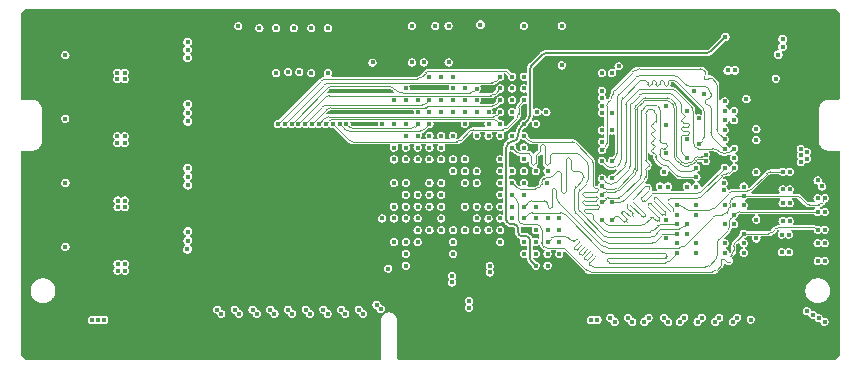
<source format=gbr>
%TF.GenerationSoftware,KiCad,Pcbnew,(6.0.4)*%
%TF.CreationDate,2022-07-06T17:02:12+08:00*%
%TF.ProjectId,XC6SLX25(FTG256)_Min,58433653-4c58-4323-9528-465447323536,rev?*%
%TF.SameCoordinates,Original*%
%TF.FileFunction,Copper,L2,Inr*%
%TF.FilePolarity,Positive*%
%FSLAX46Y46*%
G04 Gerber Fmt 4.6, Leading zero omitted, Abs format (unit mm)*
G04 Created by KiCad (PCBNEW (6.0.4)) date 2022-07-06 17:02:12*
%MOMM*%
%LPD*%
G01*
G04 APERTURE LIST*
%TA.AperFunction,ViaPad*%
%ADD10C,0.400000*%
%TD*%
%TA.AperFunction,ViaPad*%
%ADD11C,0.450000*%
%TD*%
%TA.AperFunction,Conductor*%
%ADD12C,0.200000*%
%TD*%
%TA.AperFunction,Conductor*%
%ADD13C,0.100000*%
%TD*%
G04 APERTURE END LIST*
D10*
%TO.N,/DDR_VTT*%
X172105401Y-90416362D03*
X172105401Y-91556362D03*
D11*
X170575000Y-81760000D03*
D10*
X172105401Y-90976362D03*
D11*
X170575000Y-81110000D03*
D10*
X172625401Y-91286362D03*
X172625401Y-90706362D03*
D11*
%TO.N,/DDR_VREF*%
X165725000Y-80940000D03*
D10*
X149672500Y-100312500D03*
X166475000Y-95205000D03*
X160545001Y-92404999D03*
X148675000Y-88305000D03*
%TO.N,/DDR_A8*%
X174140802Y-99908585D03*
X150675000Y-99305000D03*
X167275000Y-99205000D03*
%TO.N,GND*%
X143675000Y-96305000D03*
X168340000Y-95030000D03*
D11*
X116600000Y-81490000D03*
D10*
X107175000Y-94905000D03*
X142675000Y-90305000D03*
X134975000Y-80505000D03*
X174775000Y-80105000D03*
X152785000Y-104605000D03*
X168275000Y-87205000D03*
D11*
X116610000Y-98179999D03*
D10*
X143175000Y-79905000D03*
X145675000Y-93305000D03*
X168615000Y-84905000D03*
X123375000Y-80505000D03*
X138675000Y-97305000D03*
X112775000Y-79105000D03*
X121395000Y-104955000D03*
X107175000Y-96105000D03*
X151505000Y-104605000D03*
X172975000Y-79305000D03*
X136675000Y-90310000D03*
X170175000Y-102105000D03*
X151675000Y-84310000D03*
X113975000Y-79105000D03*
X147016250Y-104605000D03*
X165775000Y-79305000D03*
X107975000Y-79105000D03*
X166975000Y-79305000D03*
X133445000Y-104955000D03*
X115575000Y-102105000D03*
X165095000Y-91515000D03*
X123375000Y-83505000D03*
X150008750Y-104605000D03*
D11*
X116600000Y-82489999D03*
D10*
X166475000Y-89605000D03*
X174955000Y-96502000D03*
X107175000Y-84905000D03*
X163435000Y-87190000D03*
D11*
X116610000Y-93310000D03*
D10*
X147675000Y-91305000D03*
X148512500Y-104605000D03*
X133975000Y-80505000D03*
X167935000Y-81950000D03*
X134575000Y-88305000D03*
X142675000Y-93310000D03*
X122945000Y-104955000D03*
X141675000Y-85305000D03*
X149675000Y-90305000D03*
X167935000Y-82650000D03*
X117975000Y-95105000D03*
X120175000Y-95105000D03*
X128945000Y-104955000D03*
X113975000Y-103705000D03*
X117975000Y-89705000D03*
X140675000Y-98305000D03*
X122775000Y-87305000D03*
X107175000Y-80105000D03*
X167275000Y-92805000D03*
X110375000Y-79105000D03*
X127525000Y-98605000D03*
X138675000Y-87305000D03*
X124775000Y-93505000D03*
X149675000Y-86305001D03*
X142527500Y-104605000D03*
D11*
X116610000Y-92809999D03*
D10*
X135895000Y-100425000D03*
X136675000Y-93310000D03*
X123975000Y-86105000D03*
X134945000Y-104955000D03*
X174955000Y-93890000D03*
X107175000Y-97305000D03*
X139535000Y-104605000D03*
X124445000Y-104955000D03*
X168175000Y-79305000D03*
D11*
X116610000Y-98680000D03*
D10*
X174775000Y-84905000D03*
X167775000Y-102105000D03*
X127265000Y-88625000D03*
X107175000Y-82505000D03*
X174175000Y-79305000D03*
X135425750Y-91508948D03*
X142605000Y-102415000D03*
D11*
X116600000Y-87380000D03*
D10*
X174955000Y-99114000D03*
X121575000Y-87305000D03*
X111575000Y-79105000D03*
X174955000Y-100420000D03*
D11*
X116610000Y-97680000D03*
D10*
X107175000Y-100905000D03*
X168275000Y-88005000D03*
X122775000Y-86105000D03*
X107175000Y-81305000D03*
X116575000Y-79105000D03*
X168360000Y-97215000D03*
X144023750Y-104605000D03*
D11*
X116599999Y-86880001D03*
D10*
X145520000Y-104605000D03*
X120175000Y-89705000D03*
X114775000Y-102905000D03*
X174775000Y-81305000D03*
D11*
X116600000Y-87879999D03*
D10*
X125945000Y-104955000D03*
X150445000Y-83355000D03*
X126175000Y-90905000D03*
X174955000Y-95196000D03*
X145675000Y-99305000D03*
X161675000Y-93605000D03*
X144675000Y-94305000D03*
X139675000Y-93305000D03*
X149675000Y-93305000D03*
X171375000Y-102105000D03*
X174955000Y-97808000D03*
X144675000Y-91310000D03*
X107175000Y-83705000D03*
X107175000Y-99705000D03*
X131945000Y-104955000D03*
X174775000Y-82505000D03*
D11*
X116610000Y-92310000D03*
D10*
X116375000Y-101305000D03*
X115175000Y-79105000D03*
X171775000Y-79305000D03*
X135575000Y-88305000D03*
X144675000Y-90310000D03*
X168975000Y-102105000D03*
X170575000Y-79305000D03*
X109175000Y-79105000D03*
X148675000Y-97305000D03*
X140175000Y-79905000D03*
X126975000Y-90105000D03*
X141031250Y-104605000D03*
X174775000Y-83705000D03*
X134555000Y-85505000D03*
X144675000Y-88305000D03*
X130445000Y-104955000D03*
X121575000Y-86105000D03*
D11*
X116600000Y-81990000D03*
D10*
X169375000Y-79305000D03*
X167935000Y-81250000D03*
X107175000Y-98505000D03*
X121575000Y-88505000D03*
X127445000Y-104955000D03*
%TO.N,/DDR_A14*%
X173540802Y-99908585D03*
X147675000Y-95305000D03*
X165675000Y-99205001D03*
%TO.N,/DDR_A13*%
X163275000Y-99205000D03*
X146675000Y-95305000D03*
X171105401Y-99170452D03*
%TO.N,Net-(R40-Pad1)*%
X127695000Y-84015000D03*
%TO.N,Net-(R42-Pad1)*%
X130675000Y-80205000D03*
%TO.N,/DDR_RESET*%
X148675000Y-96305000D03*
X161675000Y-99205000D03*
%TO.N,/DDR_A6*%
X167275000Y-98405000D03*
X174140802Y-98408585D03*
X148675000Y-93305000D03*
%TO.N,/DDR_A11*%
X165675000Y-98405000D03*
X173540802Y-98408585D03*
X149675000Y-96304999D03*
%TO.N,/DDR_A9*%
X150675000Y-100305000D03*
X163275000Y-98405000D03*
X170505401Y-99170452D03*
D11*
%TO.N,+3V3*%
X144992501Y-79900000D03*
X120200000Y-86644999D03*
D10*
X146675001Y-89305000D03*
X142675000Y-89304999D03*
X148675000Y-85305000D03*
D11*
X112625000Y-104905000D03*
D10*
X141675000Y-93305000D03*
X151882501Y-80000000D03*
X148675000Y-80000000D03*
D11*
X166525000Y-83780000D03*
D10*
X145675000Y-87305000D03*
X129185000Y-80205000D03*
D11*
X120200000Y-88095000D03*
X113125000Y-104905000D03*
X120200000Y-87369999D03*
D10*
X136675000Y-88310000D03*
X141675001Y-91305000D03*
X141172501Y-80000000D03*
X138675000Y-94304999D03*
D11*
X112125000Y-104905000D03*
D10*
X136675000Y-96310000D03*
X132075000Y-80205000D03*
X146675001Y-93305000D03*
X142292501Y-80010000D03*
X144675000Y-86310000D03*
X137675000Y-91310000D03*
X144675000Y-95305000D03*
D11*
X165935000Y-83780000D03*
D10*
X141675000Y-94305000D03*
X141675000Y-87305000D03*
X139197500Y-80000000D03*
X147675000Y-96305000D03*
X138675000Y-90305000D03*
X138675000Y-85305000D03*
%TO.N,+1V5*%
X167275000Y-93605000D03*
X168355000Y-96405000D03*
X168355000Y-89675000D03*
X169995000Y-84470000D03*
D11*
X170195000Y-82440000D03*
D10*
X148675000Y-94305000D03*
X160675000Y-90805001D03*
X160185000Y-93605000D03*
X160675001Y-86805000D03*
X166475000Y-91205000D03*
X168355000Y-98005000D03*
X168355000Y-92405000D03*
X160675001Y-98005000D03*
X168355000Y-88745000D03*
X160675000Y-88404999D03*
X148675000Y-90305000D03*
X160675000Y-96405001D03*
X167515000Y-86205000D03*
X150675000Y-97305000D03*
X149675000Y-92305000D03*
D11*
X120200000Y-82710000D03*
X120200000Y-82035000D03*
D10*
X149675000Y-88304998D03*
D11*
X120199999Y-81360000D03*
D10*
%TO.N,+2V5*%
X138675000Y-99305000D03*
D11*
X120210000Y-98177500D03*
X120210000Y-97415000D03*
D10*
X145675000Y-97305000D03*
X141675000Y-97305000D03*
D11*
X154375000Y-104905000D03*
X120189430Y-98919430D03*
X154875000Y-104905000D03*
D10*
X148675000Y-99305000D03*
X142675000Y-99305000D03*
%TO.N,/DDR_A7*%
X161675000Y-98405000D03*
X171105401Y-97670452D03*
X149675000Y-97305000D03*
%TO.N,/DDR_A4*%
X173540802Y-97251540D03*
X147675000Y-94304999D03*
X167275000Y-97605000D03*
%TO.N,/DDR_A1*%
X146675000Y-91305000D03*
X174140802Y-95751540D03*
X165675000Y-96805000D03*
%TO.N,/DDR_A2*%
X162475000Y-97605000D03*
X151675000Y-97305000D03*
X171175000Y-96513407D03*
%TO.N,/DDR_A5*%
X147675000Y-93305001D03*
X170505401Y-97670452D03*
X161675000Y-97605000D03*
%TO.N,/DDR_BA1*%
X173540802Y-95751540D03*
X150675000Y-98305000D03*
X166475000Y-96004999D03*
%TO.N,+1V2*%
X142675000Y-92305000D03*
X143675000Y-93305000D03*
X144675000Y-93305000D03*
D11*
X120210000Y-93485000D03*
D10*
X143675000Y-92310000D03*
D11*
X120210000Y-92060000D03*
D10*
X142675000Y-91305000D03*
X144675000Y-92305000D03*
X143675000Y-91305000D03*
D11*
X120210000Y-92772500D03*
D10*
%TO.N,/DDR_A12*%
X174140802Y-97251540D03*
X149675000Y-95305000D03*
X166475000Y-96805000D03*
%TO.N,/DDR_A0*%
X171175000Y-95013407D03*
X162475000Y-96805000D03*
X147675000Y-90305000D03*
%TO.N,/DDR_A3*%
X148675000Y-89305000D03*
X161675000Y-96805000D03*
X170575000Y-96513407D03*
%TO.N,/DDR_BA2*%
X163275000Y-96005000D03*
X151675000Y-99305000D03*
X170575000Y-95013407D03*
%TO.N,/DDR_BA0*%
X149675000Y-98305000D03*
X171175000Y-93856362D03*
X161675000Y-96005000D03*
%TO.N,Net-(DDR3-1-PadL8)*%
X167275000Y-95205000D03*
%TO.N,/DDR_A10*%
X173540802Y-94594495D03*
X165675000Y-95204999D03*
X146675001Y-94305000D03*
%TO.N,/DDR_WE*%
X163275000Y-95205000D03*
X170575000Y-93856362D03*
X151675001Y-98305000D03*
%TO.N,/DDR_CS1*%
X161675000Y-95205000D03*
X149675000Y-99305000D03*
X170575000Y-92356362D03*
%TO.N,/DDR_CKE*%
X148675000Y-95305000D03*
X174140802Y-94594495D03*
X167275000Y-94405000D03*
%TO.N,/DDR_CLK-*%
X151675000Y-96305000D03*
X165575000Y-93905000D03*
%TO.N,/DDR_~{CAS}*%
X162485000Y-93605000D03*
X147675000Y-92305000D03*
X173905000Y-93600000D03*
%TO.N,/DDR_ODT*%
X171175000Y-92356362D03*
X160875000Y-93605000D03*
X147674999Y-89305000D03*
%TO.N,/DDR_CLK+*%
X150675000Y-96305000D03*
X165585000Y-93305000D03*
%TO.N,/DDR_~{RAS}*%
X146675000Y-92305000D03*
X173540802Y-93094495D03*
X163275000Y-93605000D03*
%TO.N,/DDR_D5*%
X166475000Y-92005000D03*
X155285001Y-96435000D03*
%TO.N,/DDR_D7*%
X156125001Y-96435000D03*
X165675000Y-92005000D03*
%TO.N,/DDR_D4*%
X163275000Y-92805000D03*
X156125001Y-94935001D03*
%TO.N,/DDR_LDQS-*%
X164065000Y-91475000D03*
X155275001Y-94285000D03*
%TO.N,/DDR_D6*%
X155285001Y-94935000D03*
X163275000Y-92005000D03*
%TO.N,/DDR_D3*%
X166474999Y-90405000D03*
X156125001Y-92925000D03*
%TO.N,/DDR_D1*%
X165675000Y-90405000D03*
X156125001Y-91425000D03*
%TO.N,/DDR_LDQS+*%
X164055000Y-90914999D03*
X155275001Y-93585000D03*
%TO.N,/DDR_D2*%
X155285001Y-92925000D03*
X162475000Y-91205000D03*
%TO.N,/DDR_LDM*%
X155275001Y-90515000D03*
X165674999Y-89605000D03*
%TO.N,/DDR_D0*%
X163475000Y-90005000D03*
X155285001Y-91425000D03*
%TO.N,/DDR_D8*%
X165675000Y-88805000D03*
X156125001Y-88854999D03*
%TO.N,/DDR_UDM*%
X155275001Y-89815000D03*
X162475000Y-89605000D03*
%TO.N,/DDR_D10*%
X166475000Y-88005000D03*
X155285001Y-88855000D03*
%TO.N,/DDR_UDQS+*%
X165675000Y-88005000D03*
X155285001Y-86785000D03*
%TO.N,/DDR_D9*%
X163455000Y-87824999D03*
X155285001Y-87355000D03*
%TO.N,/DDR_D11*%
X162474999Y-87205000D03*
X156125001Y-87355000D03*
%TO.N,/DDR_D14*%
X155285001Y-83995000D03*
X166475001Y-87205000D03*
%TO.N,/DDR_UDQS-*%
X155285001Y-86085000D03*
X165675000Y-87205000D03*
%TO.N,/DDR_D12*%
X165675001Y-86405000D03*
X156125000Y-83995000D03*
%TO.N,/DDR_D15*%
X163904999Y-85775000D03*
X156685000Y-83435000D03*
%TO.N,/DDR_D13*%
X155285001Y-85495000D03*
X163075000Y-85505000D03*
%TO.N,Net-(R1-Pad1)*%
X148675000Y-98305000D03*
%TO.N,TMS*%
X137175000Y-100555000D03*
X174125000Y-105055000D03*
%TO.N,TDI*%
X139675000Y-98305000D03*
X172625000Y-104155000D03*
%TO.N,TCK*%
X137675001Y-98305000D03*
X173625000Y-104755000D03*
%TO.N,TDO*%
X173125000Y-104455000D03*
X137675000Y-96305000D03*
%TO.N,RESET_FPGA*%
X124490000Y-80035000D03*
X151885000Y-83350000D03*
%TO.N,Flash_CLK*%
X130675000Y-84015000D03*
X140675000Y-84305000D03*
%TO.N,Net-(R8-Pad1)*%
X135855000Y-83100000D03*
X137675000Y-86305000D03*
%TO.N,Net-(R9-Pad1)*%
X140675000Y-89305000D03*
X142300000Y-83100000D03*
%TO.N,5V*%
X109850000Y-87870000D03*
X114870000Y-83960000D03*
X114880000Y-100730000D03*
X114880000Y-95360000D03*
X114870000Y-89350000D03*
X114270000Y-95360000D03*
X114270000Y-100730000D03*
X114270000Y-100160000D03*
X114870000Y-84530000D03*
X114880000Y-94790000D03*
X114260000Y-84530000D03*
X109860000Y-93310000D03*
X114260000Y-89350000D03*
X114270000Y-94790000D03*
X114870000Y-89920000D03*
X114260000Y-89919999D03*
X109860000Y-98709999D03*
X109850000Y-82480000D03*
X114880000Y-100160000D03*
X114260000Y-83960000D03*
%TO.N,/DDR_MUDM*%
X148675000Y-91305000D03*
%TO.N,/DDR_MUDQS-*%
X150575000Y-87304999D03*
%TO.N,/DDR_MUDQS+*%
X149775000Y-87305000D03*
%TO.N,/DDR_MLDQS-*%
X150664486Y-93288111D03*
%TO.N,/DDR_MLDQS+*%
X150675000Y-92305000D03*
%TO.N,/DDR_MLDM*%
X148675000Y-92305000D03*
%TO.N,/FPGA_BL_DONE*%
X138675000Y-86305000D03*
X139197364Y-83100000D03*
%TO.N,/Bank1_L1-*%
X139675000Y-96305000D03*
X133551777Y-104381777D03*
%TO.N,/Bank1_L1+*%
X138675000Y-96305000D03*
X133198223Y-104028223D03*
%TO.N,/Bank1_L30+*%
X139675000Y-95305000D03*
X134698223Y-104028223D03*
%TO.N,/Bank1_L32+*%
X132051777Y-104381777D03*
X138675000Y-95305000D03*
%TO.N,/Bank1_L32-*%
X137675000Y-95305000D03*
X131698223Y-104028223D03*
%TO.N,/Bank1_L30-*%
X140675000Y-94305000D03*
X135051777Y-104381777D03*
%TO.N,/Bank1_L38+*%
X136198223Y-103628223D03*
X139675000Y-94305000D03*
%TO.N,/Bank1_L38-*%
X136551777Y-103981777D03*
X140675000Y-93305000D03*
%TO.N,/Bank1_L39+*%
X138674999Y-93305000D03*
X129051777Y-104381777D03*
%TO.N,/Bank1_L39-*%
X128698223Y-104028223D03*
X137675000Y-93310000D03*
%TO.N,/Bank1_L40+*%
X130551777Y-104381777D03*
X140674999Y-91305000D03*
%TO.N,/Bank1_L40-*%
X139675000Y-91310000D03*
X130198223Y-104028223D03*
%TO.N,/Bank1_L41+*%
X138675000Y-91305000D03*
X126051777Y-104381777D03*
%TO.N,/Bank1_L42-*%
X127551777Y-104381777D03*
X140675000Y-90305000D03*
%TO.N,/Bank1_L42+*%
X127198223Y-104028223D03*
X139675000Y-90305000D03*
%TO.N,/Bank1_L41-*%
X137675000Y-90305000D03*
X125698223Y-104028223D03*
%TO.N,/Bank1_L53+*%
X124551777Y-104381777D03*
X139675000Y-89305000D03*
%TO.N,/Bank1_L53-*%
X124198223Y-104028223D03*
X138674999Y-89305000D03*
%TO.N,/Bank1_L74+*%
X138675000Y-88305000D03*
X123051777Y-104381777D03*
%TO.N,/Bank1_L74-*%
X137675000Y-88305000D03*
X122698223Y-104028223D03*
%TO.N,/Bank0_L37+*%
X142600000Y-101730000D03*
X141675000Y-96305000D03*
%TO.N,/Bank0_L37-*%
X142600000Y-101180000D03*
X142675000Y-98310000D03*
%TO.N,/Bank0_L38+*%
X143675000Y-97310000D03*
%TO.N,/Bank0_L38-*%
X144675000Y-97310000D03*
%TO.N,/Bank0_L5+*%
X145775000Y-100330000D03*
X145675000Y-95305000D03*
%TO.N,/Bank0_L5-*%
X146675000Y-96305000D03*
X145775000Y-100880000D03*
%TO.N,/Bank0_L40+*%
X144025000Y-103305000D03*
X143675000Y-95305000D03*
%TO.N,/Bank0_L40-*%
X144025000Y-103855000D03*
X142675000Y-97305000D03*
%TO.N,/Bank0_L7+*%
X146675000Y-97305000D03*
%TO.N,/Bank0_L7-*%
X146675001Y-98305000D03*
%TO.N,/Bank0_L63+*%
X138674999Y-98305000D03*
%TO.N,/Bank0_L63-*%
X138675000Y-100310000D03*
%TO.N,/Bank0_L64+*%
X141675000Y-95305000D03*
%TO.N,/Bank0_L64-*%
X140675000Y-95310000D03*
%TO.N,/Bank0_L66+*%
X140675000Y-97305000D03*
%TO.N,/Bank0_L36+*%
X145675000Y-96305000D03*
%TO.N,/Bank0_L66-*%
X139675000Y-97305000D03*
%TO.N,/Bank0_L36-*%
X144675001Y-96305000D03*
%TO.N,/Bank2_L64-*%
X131321000Y-88315000D03*
X146675000Y-87305000D03*
%TO.N,/Bank2_L64+*%
X146675000Y-88305000D03*
X131902000Y-88315000D03*
%TO.N,/Bank2_L63-*%
X127835000Y-88315000D03*
X147675000Y-84305000D03*
%TO.N,/Bank2_L30-*%
X160538223Y-104728223D03*
X143675000Y-85305000D03*
%TO.N,/Bank2_L63+*%
X148675000Y-86305000D03*
X132483000Y-88315000D03*
%TO.N,/Bank2_L30+*%
X143675000Y-86305001D03*
X160891777Y-105081777D03*
%TO.N,/Bank2_L62-*%
X165221777Y-104718223D03*
X145675000Y-89305000D03*
%TO.N,/Bank2_L29-*%
X143675000Y-87310000D03*
X156351777Y-105081777D03*
%TO.N,/Bank2_L62+*%
X164868223Y-105071777D03*
X144675000Y-89305000D03*
%TO.N,/Bank2_L29+*%
X155998223Y-104728223D03*
X143675000Y-88305000D03*
%TO.N,/Bank2_L49-*%
X166368223Y-105071777D03*
X147675000Y-86305000D03*
%TO.N,/Bank2_L23-*%
X159225940Y-104731282D03*
X142675000Y-84305000D03*
%TO.N,/Bank2_L49+*%
X147675000Y-87305000D03*
X166721777Y-104718223D03*
%TO.N,/Bank2_L23+*%
X158872386Y-105084836D03*
X142675000Y-85305000D03*
%TO.N,/Bank2_L48-*%
X147675000Y-85305000D03*
X167880000Y-104870000D03*
%TO.N,/Bank2_L16-*%
X141675000Y-89310000D03*
X162241777Y-104708223D03*
%TO.N,/Bank2_L48+*%
X129578000Y-88315000D03*
X146675000Y-85305000D03*
%TO.N,/Bank2_L16+*%
X161888223Y-105061777D03*
X141675000Y-90310000D03*
%TO.N,/Bank2_L47-*%
X146675000Y-84305000D03*
X128416000Y-88315000D03*
%TO.N,/Bank2_L14-*%
X157851777Y-105081777D03*
X142675000Y-86305000D03*
%TO.N,/Bank2_L47+*%
X130740000Y-88315000D03*
X146675000Y-86305000D03*
%TO.N,/Bank2_L14+*%
X157498223Y-104728223D03*
X142675000Y-87305000D03*
%TO.N,/Bank2_L31+*%
X163378223Y-105071777D03*
X144675000Y-87305000D03*
%TO.N,/Bank2_L13-*%
X140675000Y-86305001D03*
X130159000Y-88315000D03*
%TO.N,/Bank2_L32+*%
X128997000Y-88315000D03*
X144675000Y-85310000D03*
%TO.N,/Bank2_L2-*%
X140675000Y-88305000D03*
X133064000Y-88315000D03*
%TO.N,/Bank2_L31-*%
X145675000Y-88305000D03*
X163731777Y-104718223D03*
%TO.N,/Bank2_L2+*%
X139675000Y-88305000D03*
X133645000Y-88315000D03*
%TO.N,Flash_CS*%
X148675000Y-84305000D03*
X126275000Y-80205000D03*
%TO.N,Net-(R4-Pad1)*%
X140675000Y-87304999D03*
X140200000Y-83100000D03*
%TO.N,Flash_MISO_2*%
X128715000Y-83905000D03*
X139675000Y-87305000D03*
%TO.N,Flash_MISO_3*%
X129655000Y-83905000D03*
X139675000Y-86305000D03*
%TO.N,Flash_MISO_1*%
X141675000Y-86305000D03*
X127695000Y-80205000D03*
%TO.N,Flash_MOSI*%
X141675000Y-84305000D03*
X132075000Y-84015000D03*
%TD*%
D12*
%TO.N,/DDR_VREF*%
X149049487Y-97884487D02*
X149110543Y-97945543D01*
X149198411Y-98157675D02*
X149198411Y-99714147D01*
X148062868Y-96897868D02*
X148087132Y-96922132D01*
X147590724Y-96810000D02*
X147850736Y-96810000D01*
X147279243Y-96622783D02*
X147378592Y-96722132D01*
X148675000Y-88305000D02*
X149028554Y-87951446D01*
X150549468Y-82310000D02*
X164106472Y-82310000D01*
X148175000Y-97134264D02*
X148175000Y-97485736D01*
X164530736Y-82134264D02*
X165725000Y-80940000D01*
X148485883Y-97796619D02*
X148837355Y-97796619D01*
X149175000Y-87597893D02*
X149175000Y-83684468D01*
X148190000Y-89240000D02*
X148190000Y-89290000D01*
X147191375Y-90288625D02*
X147191375Y-96410651D01*
X149321447Y-83330914D02*
X150195915Y-82456446D01*
X148675000Y-88305000D02*
X148508198Y-88471802D01*
X148262868Y-97697868D02*
X148273751Y-97708751D01*
X149286279Y-99926279D02*
X149672500Y-100312500D01*
X164530750Y-82134278D02*
G75*
G02*
X164106472Y-82310000I-424250J424278D01*
G01*
X148262886Y-97697850D02*
G75*
G02*
X148175000Y-97485736I212114J212150D01*
G01*
X149174978Y-83684468D02*
G75*
G02*
X149321448Y-83330915I500022J-32D01*
G01*
X148190002Y-89240000D02*
G75*
G02*
X148508199Y-88471803I1086398J0D01*
G01*
X149049506Y-97884468D02*
G75*
G03*
X148837355Y-97796619I-212106J-212132D01*
G01*
X148175025Y-97134264D02*
G75*
G03*
X148087132Y-96922132I-300025J-36D01*
G01*
X147590724Y-96809982D02*
G75*
G02*
X147378593Y-96722131I-24J299982D01*
G01*
X147690000Y-89790000D02*
G75*
G03*
X148190000Y-89290000I0J500000D01*
G01*
X150549468Y-82309978D02*
G75*
G03*
X150195916Y-82456447I32J-500022D01*
G01*
X149174995Y-87597893D02*
G75*
G02*
X149028554Y-87951446I-499995J-7D01*
G01*
X148485883Y-97796625D02*
G75*
G02*
X148273751Y-97708751I17J300025D01*
G01*
X147279213Y-96622813D02*
G75*
G02*
X147191375Y-96410651I212187J212113D01*
G01*
X149286305Y-99926253D02*
G75*
G02*
X149198411Y-99714147I212095J212153D01*
G01*
X149198425Y-98157675D02*
G75*
G03*
X149110543Y-97945543I-300025J-25D01*
G01*
X147191400Y-90288625D02*
G75*
G02*
X147690000Y-89790000I498600J25D01*
G01*
X148062850Y-96897886D02*
G75*
G03*
X147850736Y-96810000I-212150J-212114D01*
G01*
D13*
%TO.N,/DDR_RESET*%
X152121447Y-95951447D02*
X155282366Y-99112366D01*
X160612868Y-99665000D02*
X155895000Y-99665000D01*
X155675001Y-99275001D02*
X160612868Y-99275000D01*
X148675000Y-96305000D02*
X149028555Y-95951446D01*
X149382107Y-95805000D02*
X151767893Y-95805000D01*
X160785000Y-99447132D02*
X160785000Y-99492868D01*
X155895000Y-100055000D02*
X160617893Y-100055000D01*
X155715000Y-99845000D02*
X155715000Y-99875000D01*
X160718934Y-99318934D02*
X160741066Y-99341066D01*
X160741066Y-99598934D02*
X160718934Y-99621066D01*
X160971447Y-99908553D02*
X161675000Y-99205000D01*
X160784977Y-99447132D02*
G75*
G03*
X160741066Y-99341066I-149977J32D01*
G01*
X155895000Y-100055000D02*
G75*
G02*
X155715000Y-99875000I0J180000D01*
G01*
X160741082Y-99598950D02*
G75*
G03*
X160785000Y-99492868I-106082J106050D01*
G01*
X149382107Y-95805006D02*
G75*
G03*
X149028555Y-95951446I-7J-499994D01*
G01*
X160718950Y-99318918D02*
G75*
G03*
X160612868Y-99275000I-106050J-106082D01*
G01*
X160971450Y-99908556D02*
G75*
G02*
X160617893Y-100055000I-353550J353556D01*
G01*
X160612868Y-99664977D02*
G75*
G03*
X160718934Y-99621066I32J149977D01*
G01*
X152121450Y-95951444D02*
G75*
G03*
X151767893Y-95805000I-353550J-353556D01*
G01*
X155675001Y-99274990D02*
G75*
G02*
X155282367Y-99112365I-1J555290D01*
G01*
X155715000Y-99845000D02*
G75*
G02*
X155895000Y-99665000I180000J0D01*
G01*
%TO.N,/DDR_A4*%
X164627893Y-100805000D02*
X154312107Y-100805000D01*
X166278553Y-99361447D02*
X166120000Y-99520000D01*
X173495709Y-97206447D02*
X173540802Y-97251540D01*
X165872514Y-100014976D02*
X165872512Y-100014977D01*
X165377535Y-100014975D02*
X165377535Y-100014976D01*
X153958553Y-100658553D02*
X152251446Y-98951446D01*
X166120001Y-100014975D02*
X166120000Y-100014976D01*
X148327842Y-96677842D02*
X148292157Y-96642157D01*
X150327842Y-98687842D02*
X150292157Y-98652157D01*
X151897893Y-98805000D02*
X150610685Y-98805000D01*
X167275000Y-97605000D02*
X169347893Y-97605000D01*
X166425000Y-98662107D02*
X166425000Y-99007893D01*
X169701447Y-97458553D02*
X169953554Y-97206446D01*
X148028554Y-94658553D02*
X147675000Y-94304999D01*
X170307107Y-97060000D02*
X173142155Y-97060000D01*
X150057842Y-96963527D02*
X150006472Y-96912157D01*
X165872512Y-100014977D02*
X165625023Y-99767489D01*
X148175000Y-96359315D02*
X148175000Y-95012107D01*
X164981446Y-100658554D02*
X165377535Y-100262463D01*
X167275000Y-97605000D02*
X166571446Y-98308555D01*
X150175000Y-98369315D02*
X150175000Y-97246370D01*
X149723630Y-96795000D02*
X148610685Y-96795000D01*
X173495731Y-97206425D02*
G75*
G03*
X173142155Y-97060000I-353531J-353575D01*
G01*
X169701450Y-97458556D02*
G75*
G02*
X169347893Y-97605000I-353550J353556D01*
G01*
X165377514Y-100262443D02*
G75*
G03*
X165377534Y-100014977I-123714J123743D01*
G01*
X169953551Y-97206443D02*
G75*
G02*
X170307107Y-97060000I353549J-353557D01*
G01*
X166120044Y-99767444D02*
G75*
G02*
X166120000Y-99520000I123656J123744D01*
G01*
X148028557Y-94658550D02*
G75*
G02*
X148175000Y-95012107I-353557J-353550D01*
G01*
X165872515Y-100014975D02*
G75*
G03*
X166119999Y-100014975I123742J123739D01*
G01*
X165377568Y-100014942D02*
G75*
G02*
X165377536Y-99767490I123732J123742D01*
G01*
X150327849Y-98687835D02*
G75*
G03*
X150610685Y-98805000I282851J282835D01*
G01*
X166119969Y-100014942D02*
G75*
G03*
X166120000Y-99767488I-123669J123742D01*
G01*
X166278556Y-99361450D02*
G75*
G03*
X166425000Y-99007893I-353556J353550D01*
G01*
X164627893Y-100804995D02*
G75*
G03*
X164981446Y-100658554I7J499995D01*
G01*
X148174990Y-96359315D02*
G75*
G03*
X148292157Y-96642157I400010J15D01*
G01*
X153958550Y-100658556D02*
G75*
G03*
X154312107Y-100805000I353550J353556D01*
G01*
X148327849Y-96677835D02*
G75*
G03*
X148610685Y-96795000I282851J282835D01*
G01*
X166425006Y-98662107D02*
G75*
G02*
X166571446Y-98308555I499994J7D01*
G01*
X149723630Y-96794980D02*
G75*
G02*
X150006471Y-96912158I-30J-400020D01*
G01*
X150057827Y-96963542D02*
G75*
G02*
X150175000Y-97246370I-282827J-282858D01*
G01*
X150174990Y-98369315D02*
G75*
G03*
X150292157Y-98652157I400010J15D01*
G01*
X165377536Y-99767490D02*
G75*
G02*
X165625022Y-99767490I123743J-123745D01*
G01*
X151897893Y-98805005D02*
G75*
G02*
X152251446Y-98951446I7J-499995D01*
G01*
%TO.N,/DDR_A5*%
X150281066Y-93008934D02*
X150334792Y-92955208D01*
X153725000Y-92780685D02*
X153725000Y-92789315D01*
X155855000Y-98405000D02*
X159509315Y-98405000D01*
X153068404Y-95885910D02*
X155398338Y-98215844D01*
X151578290Y-92327395D02*
X151652605Y-92327395D01*
X151852605Y-92527395D02*
X151852605Y-94018129D01*
X151055000Y-92755000D02*
X151414945Y-92395055D01*
X148340685Y-93805000D02*
X149640442Y-93805000D01*
X152652605Y-91336661D02*
X152652605Y-92127395D01*
X150175000Y-93383579D02*
X150175000Y-93265000D01*
X152852605Y-92327395D02*
X153275098Y-92327395D01*
X147675000Y-93305001D02*
X148057842Y-93687842D01*
X153607843Y-93072157D02*
X153068405Y-93611595D01*
X150625000Y-92835000D02*
X150861863Y-92835000D01*
X152252605Y-94018129D02*
X152252605Y-91336661D01*
X153552157Y-92442157D02*
X153607842Y-92497842D01*
X152951247Y-93894438D02*
X152951247Y-95603068D01*
X160640685Y-97605000D02*
X161675000Y-97605000D01*
X159792157Y-98287843D02*
X160357842Y-97722157D01*
X152951261Y-93894438D02*
G75*
G02*
X153068405Y-93611595I399939J38D01*
G01*
X159792150Y-98287836D02*
G75*
G02*
X159509315Y-98405000I-282850J282836D01*
G01*
X152052605Y-94218095D02*
G75*
G02*
X151852605Y-94018129I-5J199995D01*
G01*
X152652639Y-91336661D02*
G75*
G03*
X152452605Y-91136661I-200039J-39D01*
G01*
X151852605Y-92527395D02*
G75*
G03*
X151652605Y-92327395I-200005J-5D01*
G01*
X152452605Y-91136705D02*
G75*
G03*
X152252605Y-91336661I-5J-199995D01*
G01*
X151055011Y-92755011D02*
G75*
G02*
X150861863Y-92835000I-193111J193111D01*
G01*
X153552155Y-92442159D02*
G75*
G03*
X153275098Y-92327395I-277055J-277041D01*
G01*
X151578290Y-92327389D02*
G75*
G03*
X151414946Y-92395056I10J-231011D01*
G01*
X155855000Y-98405004D02*
G75*
G02*
X155398339Y-98215843I0J645804D01*
G01*
X150174991Y-93383579D02*
G75*
G02*
X150075000Y-93625000I-341391J-21D01*
G01*
X150281073Y-93008941D02*
G75*
G03*
X150175000Y-93265000I256027J-256059D01*
G01*
X150625000Y-92834996D02*
G75*
G03*
X150334793Y-92955209I0J-410404D01*
G01*
X148340685Y-93805010D02*
G75*
G02*
X148057842Y-93687842I15J400010D01*
G01*
X160640685Y-97604989D02*
G75*
G03*
X160357842Y-97722157I15J-400011D01*
G01*
X153725010Y-92780685D02*
G75*
G03*
X153607842Y-92497842I-400010J-15D01*
G01*
X152252629Y-94018129D02*
G75*
G02*
X152052605Y-94218129I-200029J29D01*
G01*
X153607836Y-93072150D02*
G75*
G03*
X153725000Y-92789315I-282836J282850D01*
G01*
X150074988Y-93624988D02*
G75*
G02*
X149640442Y-93805000I-434588J434588D01*
G01*
X153068398Y-95885916D02*
G75*
G02*
X152951247Y-95603068I282802J282816D01*
G01*
X152852605Y-92327395D02*
G75*
G02*
X152652605Y-92127395I-5J199995D01*
G01*
%TO.N,/DDR_BA1*%
X165055000Y-99389315D02*
X165055000Y-98360685D01*
X166070000Y-97014315D02*
X166070000Y-96575684D01*
X166187158Y-96292841D02*
X166475000Y-96004999D01*
X153576538Y-99374285D02*
X154056414Y-98894405D01*
X154692809Y-99530798D02*
X154240737Y-99982869D01*
X154000800Y-99798547D02*
X154480676Y-99318667D01*
X152422157Y-97952157D02*
X152547842Y-98077842D01*
X164312158Y-100297842D02*
X164937843Y-99672157D01*
X154612228Y-100415000D02*
X164029315Y-100415000D01*
X153788667Y-99586412D02*
X154268547Y-99106536D01*
X153364405Y-99162150D02*
X153844285Y-98682274D01*
X153286148Y-98816148D02*
X153632152Y-98470143D01*
X154212928Y-100222807D02*
X154258674Y-100268554D01*
X165172158Y-98077842D02*
X165952843Y-97297157D01*
X150675000Y-98305000D02*
X151027842Y-97952158D01*
X153175928Y-98077843D02*
X153207890Y-98045881D01*
X152830685Y-98195000D02*
X152893086Y-98195000D01*
X166935566Y-95751540D02*
X173540802Y-95751540D01*
X153420024Y-98258012D02*
X153180085Y-98497951D01*
X153152276Y-98950024D02*
X153286148Y-98816148D01*
X166475000Y-96004999D02*
X166582012Y-95897987D01*
X151310685Y-97835000D02*
X152139315Y-97835000D01*
X154240737Y-99982869D02*
X154212929Y-100010674D01*
X153180085Y-98497951D02*
X152940143Y-98737888D01*
X152830685Y-98195010D02*
G75*
G02*
X152547842Y-98077842I15J400010D01*
G01*
X153844265Y-98470162D02*
G75*
G03*
X153632153Y-98470144I-106065J-106038D01*
G01*
X152940097Y-98950066D02*
G75*
G02*
X152940143Y-98737888I106103J106066D01*
G01*
X153175935Y-98077850D02*
G75*
G02*
X152893086Y-98195000I-282835J282850D01*
G01*
X165172165Y-98077849D02*
G75*
G03*
X165055000Y-98360685I282835J-282851D01*
G01*
X154692776Y-99530765D02*
G75*
G03*
X154692808Y-99318667I-106076J106065D01*
G01*
X165055010Y-99389315D02*
G75*
G02*
X164937843Y-99672157I-400010J15D01*
G01*
X153576566Y-99374313D02*
G75*
G02*
X153364404Y-99374283I-106066J106113D01*
G01*
X154268566Y-98894385D02*
G75*
G03*
X154056414Y-98894405I-106066J-106115D01*
G01*
X151310685Y-97834990D02*
G75*
G03*
X151027842Y-97952158I15J-400010D01*
G01*
X154692765Y-99318710D02*
G75*
G03*
X154480677Y-99318668I-106065J-105990D01*
G01*
X154612228Y-100414981D02*
G75*
G02*
X154258674Y-100268554I-28J499981D01*
G01*
X166069989Y-96575684D02*
G75*
G02*
X166187158Y-96292841I400011J-16D01*
G01*
X166070010Y-97014315D02*
G75*
G02*
X165952843Y-97297157I-400010J15D01*
G01*
X152422150Y-97952164D02*
G75*
G03*
X152139315Y-97835000I-282850J-282836D01*
G01*
X153844276Y-98682265D02*
G75*
G03*
X153844284Y-98470143I-106076J106065D01*
G01*
X153788645Y-99798566D02*
G75*
G02*
X153788667Y-99586412I106055J106066D01*
G01*
X154000766Y-99798513D02*
G75*
G02*
X153788666Y-99798545I-106066J106013D01*
G01*
X154212969Y-100222766D02*
G75*
G02*
X154212929Y-100010674I106031J106066D01*
G01*
X153364421Y-99374266D02*
G75*
G02*
X153364405Y-99162150I106079J106066D01*
G01*
X164029315Y-100415010D02*
G75*
G03*
X164312158Y-100297842I-15J400010D01*
G01*
X153419977Y-98257965D02*
G75*
G03*
X153420023Y-98045881I-105977J106065D01*
G01*
X154268576Y-99106565D02*
G75*
G03*
X154268546Y-98894405I-106076J106065D01*
G01*
X166935566Y-95751505D02*
G75*
G03*
X166582013Y-95897988I34J-499995D01*
G01*
X153152265Y-98950013D02*
G75*
G02*
X152940142Y-98950021I-106065J106113D01*
G01*
X153420066Y-98045838D02*
G75*
G03*
X153207891Y-98045882I-106066J-106062D01*
G01*
%TO.N,/DDR_A0*%
X148340685Y-90805000D02*
X149075001Y-90805001D01*
X151283728Y-90805000D02*
X153139315Y-90805001D01*
X150474998Y-90205004D02*
X150474999Y-91604999D01*
X150874997Y-91604998D02*
X150874996Y-91004998D01*
X159662307Y-97797843D02*
X160137503Y-97322646D01*
X149275001Y-91005000D02*
X149275001Y-91604999D01*
X149874999Y-90804997D02*
X149875000Y-90805001D01*
X155773822Y-97915000D02*
X159379464Y-97915000D01*
X153402157Y-95709020D02*
X155490980Y-97797843D01*
X153285000Y-94160685D02*
X153285000Y-95426178D01*
X149874998Y-90804997D02*
X149874999Y-90804997D01*
X149675000Y-91604998D02*
X149674999Y-91004998D01*
X150074999Y-90605002D02*
X150075000Y-90605002D01*
X149275000Y-91005000D02*
X149275001Y-91005000D01*
X153422157Y-90922158D02*
X153997841Y-91497842D01*
X160420345Y-97205489D02*
X161765489Y-97205489D01*
X153997843Y-93282157D02*
X153402158Y-93877842D01*
X162293023Y-96986977D02*
X162475000Y-96805000D01*
X150075000Y-90605002D02*
X150075000Y-90205003D01*
X151074996Y-90804997D02*
X151283728Y-90805000D01*
X151074995Y-90804997D02*
X151074996Y-90804997D01*
X147675000Y-90305000D02*
X148057843Y-90687842D01*
X154115000Y-91780686D02*
X154115000Y-92999315D01*
X153422150Y-90922165D02*
G75*
G03*
X153139315Y-90805001I-282850J-282835D01*
G01*
X155773822Y-97914984D02*
G75*
G02*
X155490980Y-97797843I-22J399984D01*
G01*
X154115009Y-91780686D02*
G75*
G03*
X153997841Y-91497842I-400009J-14D01*
G01*
X153402146Y-95709031D02*
G75*
G02*
X153285000Y-95426178I282854J282831D01*
G01*
X149475001Y-91804999D02*
G75*
G02*
X149275001Y-91604999I-1J199999D01*
G01*
X149874998Y-90804999D02*
G75*
G03*
X149674999Y-91004998I2J-200001D01*
G01*
X160420345Y-97205525D02*
G75*
G03*
X160137503Y-97322646I-45J-399975D01*
G01*
X150275000Y-90005000D02*
G75*
G03*
X150075000Y-90205003I0J-200000D01*
G01*
X159662325Y-97797861D02*
G75*
G02*
X159379464Y-97915000I-282825J282861D01*
G01*
X151074995Y-90804996D02*
G75*
G03*
X150874996Y-91004998I5J-200004D01*
G01*
X150474997Y-90205004D02*
G75*
G03*
X150275000Y-90005003I-199997J4D01*
G01*
X153284990Y-94160685D02*
G75*
G02*
X153402158Y-93877842I400010J-15D01*
G01*
X150674998Y-91805002D02*
G75*
G02*
X150474998Y-91604999I2J200002D01*
G01*
X150075001Y-90605002D02*
G75*
G02*
X149875000Y-90805001I-200001J2D01*
G01*
X153997836Y-93282150D02*
G75*
G03*
X154115000Y-92999315I-282836J282850D01*
G01*
X148340685Y-90805009D02*
G75*
G02*
X148057843Y-90687842I15J400009D01*
G01*
X149274999Y-91005000D02*
G75*
G03*
X149075001Y-90805001I-199999J0D01*
G01*
X149674999Y-91604998D02*
G75*
G02*
X149475001Y-91804999I-199999J-2D01*
G01*
X150874999Y-91604998D02*
G75*
G02*
X150674998Y-91804999I-199999J-2D01*
G01*
X162293038Y-96986992D02*
G75*
G02*
X161765489Y-97205489I-527538J527592D01*
G01*
%TO.N,/DDR_A3*%
X152759315Y-89804999D02*
X149340685Y-89805000D01*
X154854133Y-93760000D02*
X154680000Y-93760000D01*
X154804133Y-94460000D02*
X153805867Y-94459999D01*
X149057842Y-89687843D02*
X148675000Y-89305000D01*
X160017843Y-96922157D02*
X159642158Y-97297842D01*
X153805867Y-94810000D02*
X154804133Y-94810000D01*
X154330000Y-95860000D02*
X153955867Y-95860000D01*
X159359315Y-97415000D02*
X155752057Y-97415000D01*
X154387842Y-91267842D02*
X153042157Y-89922156D01*
X155469215Y-97297843D02*
X154622157Y-96450785D01*
X154505000Y-93585000D02*
X154505000Y-91550685D01*
X154904133Y-95160000D02*
X153805867Y-95160000D01*
X154505000Y-96167943D02*
X154505000Y-96035000D01*
X153805867Y-94110000D02*
X154854133Y-94110000D01*
X161675000Y-96805000D02*
X160300685Y-96805000D01*
X153955868Y-95510000D02*
X154904133Y-95510000D01*
X154979100Y-94635000D02*
G75*
G02*
X154804133Y-94810000I-175000J0D01*
G01*
X154330000Y-95860000D02*
G75*
G02*
X154505000Y-96035000I0J-175000D01*
G01*
X153805867Y-94809967D02*
G75*
G03*
X153630867Y-94985000I33J-175033D01*
G01*
X153630900Y-94985000D02*
G75*
G03*
X153805867Y-95160000I175000J0D01*
G01*
X154804133Y-94459968D02*
G75*
G02*
X154979132Y-94635000I-33J-175032D01*
G01*
X153805867Y-94109967D02*
G75*
G03*
X153630867Y-94285000I33J-175033D01*
G01*
X153780900Y-95685000D02*
G75*
G03*
X153955867Y-95860000I175000J0D01*
G01*
X154854133Y-93759967D02*
G75*
G02*
X155029133Y-93935000I-33J-175033D01*
G01*
X153630901Y-94285000D02*
G75*
G03*
X153805867Y-94459999I174999J0D01*
G01*
X154622178Y-96450764D02*
G75*
G02*
X154505000Y-96167943I282822J282864D01*
G01*
X152759315Y-89804989D02*
G75*
G02*
X153042157Y-89922156I-15J-400011D01*
G01*
X149340685Y-89805011D02*
G75*
G02*
X149057842Y-89687843I15J400011D01*
G01*
X154505000Y-93585000D02*
G75*
G03*
X154680000Y-93760000I175000J0D01*
G01*
X159359315Y-97415010D02*
G75*
G03*
X159642158Y-97297842I-15J400010D01*
G01*
X155029100Y-93935000D02*
G75*
G02*
X154854133Y-94110000I-175000J0D01*
G01*
X155469236Y-97297822D02*
G75*
G03*
X155752057Y-97415000I282864J282822D01*
G01*
X153955868Y-95509967D02*
G75*
G03*
X153780867Y-95685000I32J-175033D01*
G01*
X155079100Y-95335000D02*
G75*
G02*
X154904133Y-95510000I-175000J0D01*
G01*
X160017850Y-96922164D02*
G75*
G02*
X160300685Y-96805000I282850J-282836D01*
G01*
X154387835Y-91267849D02*
G75*
G02*
X154505000Y-91550685I-282835J-282851D01*
G01*
X154904133Y-95159967D02*
G75*
G02*
X155079133Y-95335000I-33J-175033D01*
G01*
%TO.N,/DDR_CS1*%
X170573074Y-92358288D02*
X169535172Y-92358288D01*
X166041895Y-94146446D02*
X164724788Y-95463553D01*
X169247192Y-92502808D02*
X167896447Y-93853553D01*
X164371234Y-95610000D02*
X162637107Y-95610000D01*
X170575000Y-92356362D02*
X170573074Y-92358288D01*
X161817893Y-95205000D02*
X161675000Y-95205000D01*
X167542893Y-94000000D02*
X166395448Y-94000000D01*
X162283554Y-95463554D02*
X162171447Y-95351447D01*
X162283551Y-95463557D02*
G75*
G03*
X162637107Y-95610000I353549J353557D01*
G01*
X169247182Y-92502798D02*
G75*
G02*
X169535172Y-92358289I367318J-372802D01*
G01*
X161817893Y-95205005D02*
G75*
G02*
X162171447Y-95351447I7J-499995D01*
G01*
X167542893Y-93999995D02*
G75*
G03*
X167896447Y-93853553I7J499995D01*
G01*
X166041871Y-94146422D02*
G75*
G02*
X166395448Y-94000000I353529J-353578D01*
G01*
X164371234Y-95610024D02*
G75*
G03*
X164724788Y-95463553I-34J500024D01*
G01*
%TO.N,/DDR_CKE*%
X172840685Y-95150000D02*
X173619315Y-95150000D01*
X174140802Y-94628513D02*
X174140802Y-94594495D01*
X166080000Y-95341472D02*
X166080000Y-95078528D01*
X148675000Y-95305000D02*
X149057843Y-94922157D01*
X166255736Y-94654264D02*
X166329264Y-94580736D01*
X162230736Y-98629264D02*
X164684264Y-96175736D01*
X151410000Y-93897411D02*
X151410000Y-94345673D01*
X155785001Y-98804999D02*
X161806472Y-98804999D01*
X149340685Y-94805000D02*
X150370736Y-94805000D01*
X151060000Y-95312589D02*
X151060000Y-93897411D01*
X167275000Y-94405000D02*
X171764315Y-94405000D01*
X165845736Y-95824264D02*
X165904264Y-95765736D01*
X150582868Y-94892868D02*
X150622132Y-94932132D01*
X172047158Y-94522158D02*
X172557843Y-95032843D01*
X173902158Y-95032842D02*
X174023645Y-94911355D01*
X151702892Y-95052779D02*
X155221847Y-98571733D01*
X165108528Y-96000000D02*
X165421472Y-96000000D01*
X166753528Y-94405000D02*
X167275000Y-94405000D01*
X150710000Y-95144264D02*
X150710000Y-95312588D01*
X173902151Y-95032835D02*
G75*
G02*
X173619315Y-95150000I-282851J282835D01*
G01*
X166255722Y-94654250D02*
G75*
G03*
X166080000Y-95078528I424278J-424250D01*
G01*
X150370736Y-94804975D02*
G75*
G02*
X150582868Y-94892868I-36J-300025D01*
G01*
X162230749Y-98629277D02*
G75*
G02*
X161806472Y-98804999I-424249J424277D01*
G01*
X151235000Y-93722400D02*
G75*
G03*
X151060000Y-93897411I0J-175000D01*
G01*
X166079980Y-95341472D02*
G75*
G02*
X165904264Y-95765736I-599980J-28D01*
G01*
X172840685Y-95150010D02*
G75*
G02*
X172557843Y-95032843I15J400010D01*
G01*
X151702879Y-95052792D02*
G75*
G02*
X151410000Y-94345673I707121J707092D01*
G01*
X172047151Y-94522165D02*
G75*
G03*
X171764315Y-94405000I-282851J-282835D01*
G01*
X155785001Y-98805004D02*
G75*
G02*
X155221847Y-98571733I-1J796404D01*
G01*
X151409989Y-93897411D02*
G75*
G03*
X151235000Y-93722411I-174989J11D01*
G01*
X151059989Y-95312589D02*
G75*
G02*
X150885000Y-95487589I-174989J-11D01*
G01*
X149340685Y-94804990D02*
G75*
G03*
X149057843Y-94922157I15J-400010D01*
G01*
X150710025Y-95144264D02*
G75*
G03*
X150622132Y-94932132I-300025J-36D01*
G01*
X150885000Y-95487600D02*
G75*
G02*
X150710000Y-95312588I0J175000D01*
G01*
X165108528Y-96000020D02*
G75*
G03*
X164684264Y-96175736I-28J-599980D01*
G01*
X166753528Y-94405020D02*
G75*
G03*
X166329264Y-94580736I-28J-599980D01*
G01*
X174023639Y-94911349D02*
G75*
G03*
X174140802Y-94628513I-282839J282849D01*
G01*
X165845750Y-95824278D02*
G75*
G02*
X165421472Y-96000000I-424250J424278D01*
G01*
%TO.N,/DDR_D5*%
X161316906Y-95681884D02*
X161316909Y-95681883D01*
X159948117Y-94560579D02*
X161069421Y-95681883D01*
X158842157Y-96787842D02*
X159395072Y-96234926D01*
X165759315Y-92555000D02*
X165700686Y-92555000D01*
X159700629Y-94808067D02*
X160645156Y-95752595D01*
X165417842Y-92672158D02*
X163602158Y-94487843D01*
X159700630Y-94560578D02*
X159700629Y-94560579D01*
X160907842Y-94722158D02*
X160880000Y-94750000D01*
X160645156Y-96000082D02*
X160645156Y-96000083D01*
X155637843Y-96787842D02*
X155285001Y-96435000D01*
X159205653Y-95055555D02*
X159205653Y-95055556D01*
X159453140Y-95055556D02*
X160397668Y-96000083D01*
X158559314Y-96905000D02*
X155920685Y-96905000D01*
X160879999Y-94997488D02*
X161316908Y-95434397D01*
X163319316Y-94605000D02*
X161190685Y-94605000D01*
X166475000Y-92005000D02*
X166042157Y-92437843D01*
X159205652Y-95303044D02*
X160150180Y-96247572D01*
X159902691Y-96495060D02*
X159642558Y-96234927D01*
X160150180Y-96495059D02*
X160150179Y-96495060D01*
X160880000Y-94997486D02*
X160879999Y-94997488D01*
X161069422Y-95681882D02*
G75*
G03*
X161316908Y-95681882I123743J123745D01*
G01*
X159902692Y-96495059D02*
G75*
G03*
X160150178Y-96495059I123743J123745D01*
G01*
X161316866Y-95681844D02*
G75*
G03*
X161316907Y-95434398I-123666J123744D01*
G01*
X160907849Y-94722165D02*
G75*
G02*
X161190685Y-94605000I282851J-282835D01*
G01*
X160150164Y-96495043D02*
G75*
G03*
X160150180Y-96247572I-123764J123743D01*
G01*
X159700652Y-94808044D02*
G75*
G02*
X159700629Y-94560579I123748J123744D01*
G01*
X165700686Y-92554990D02*
G75*
G03*
X165417842Y-92672158I14J-400010D01*
G01*
X160397669Y-96000082D02*
G75*
G03*
X160645155Y-96000082I123743J123745D01*
G01*
X159395070Y-96234927D02*
G75*
G02*
X159642558Y-96234927I123744J-123742D01*
G01*
X159205653Y-95303043D02*
G75*
G02*
X159205653Y-95055556I123747J123743D01*
G01*
X155637850Y-96787835D02*
G75*
G03*
X155920685Y-96905000I282850J282835D01*
G01*
X165759315Y-92555010D02*
G75*
G03*
X166042157Y-92437843I-15J400010D01*
G01*
X158559314Y-96905009D02*
G75*
G03*
X158842157Y-96787842I-14J400009D01*
G01*
X160880043Y-94997443D02*
G75*
G02*
X160880000Y-94750000I123657J123743D01*
G01*
X163602150Y-94487835D02*
G75*
G02*
X163319316Y-94605000I-282850J282835D01*
G01*
X159205657Y-95055559D02*
G75*
G02*
X159453140Y-95055556I123743J-123741D01*
G01*
X159700657Y-94560605D02*
G75*
G02*
X159948117Y-94560579I123743J-123695D01*
G01*
X160645117Y-96000043D02*
G75*
G03*
X160645156Y-95752595I-123717J123743D01*
G01*
%TO.N,/DDR_D7*%
X159261066Y-93888934D02*
X158638934Y-94511066D01*
X159067134Y-93555000D02*
X159121301Y-93555000D01*
X157379595Y-96347135D02*
X157005164Y-95972704D01*
X158955000Y-96022868D02*
X158955000Y-96004773D01*
X157117132Y-95685000D02*
X157150303Y-95685000D01*
X157379596Y-96594620D02*
X157379595Y-96594621D01*
X157256369Y-95728934D02*
X157627082Y-96099647D01*
X156961230Y-95866638D02*
X156961230Y-95840902D01*
X157005164Y-95734836D02*
X157011066Y-95728934D01*
X159227367Y-93598934D02*
X159261066Y-93632633D01*
X158764517Y-96185001D02*
X158792868Y-96185000D01*
X157909925Y-94650078D02*
X158961068Y-93598934D01*
X156125001Y-96435000D02*
X156425000Y-96135001D01*
X158898934Y-96141066D02*
X158911066Y-96128934D01*
X157874569Y-95852160D02*
X157414951Y-95392541D01*
X163622157Y-94057843D02*
X165675000Y-92005000D01*
X157662437Y-95145052D02*
X158658452Y-96141066D01*
X158595000Y-94617132D02*
X158595000Y-94651179D01*
X159305000Y-93738699D02*
X159305000Y-93782868D01*
X157874569Y-95852161D02*
X157874569Y-95852160D01*
X157414950Y-95145053D02*
X157414949Y-95145052D01*
X158911066Y-95898707D02*
X157909925Y-94897566D01*
X158928934Y-94801066D02*
X159511066Y-94218934D01*
X156672488Y-96135001D02*
X157132108Y-96594621D01*
X159617132Y-94175000D02*
X163339315Y-94175000D01*
X158638934Y-94757245D02*
X158682755Y-94801066D01*
X158788821Y-94845000D02*
X158822868Y-94845000D01*
X157874569Y-96099646D02*
X157874569Y-96099647D01*
X157256368Y-95728935D02*
G75*
G03*
X157150303Y-95685000I-106068J-106065D01*
G01*
X158682744Y-94801077D02*
G75*
G03*
X158788821Y-94845000I106056J106077D01*
G01*
X156672487Y-96135002D02*
G75*
G03*
X156425001Y-96135002I-123743J-123745D01*
G01*
X156961195Y-95866638D02*
G75*
G03*
X157005164Y-95972704I150005J38D01*
G01*
X159305000Y-93738699D02*
G75*
G03*
X159261066Y-93632633I-150000J-1D01*
G01*
X157909904Y-94650057D02*
G75*
G03*
X157909926Y-94897565I123796J-123743D01*
G01*
X157874573Y-95852157D02*
G75*
G02*
X157874569Y-96099647I-123773J-123743D01*
G01*
X157379573Y-96347157D02*
G75*
G02*
X157379595Y-96594621I-123673J-123743D01*
G01*
X158911053Y-95898720D02*
G75*
G02*
X158955000Y-96004773I-106053J-106080D01*
G01*
X157414954Y-95145057D02*
G75*
G03*
X157414952Y-95392540I123746J-123743D01*
G01*
X157117132Y-95685023D02*
G75*
G03*
X157011066Y-95728934I-32J-149977D01*
G01*
X158595023Y-94617132D02*
G75*
G02*
X158638934Y-94511066I149977J32D01*
G01*
X158638923Y-94757256D02*
G75*
G02*
X158595000Y-94651179I106077J106056D01*
G01*
X163622150Y-94057836D02*
G75*
G02*
X163339315Y-94175000I-282850J282836D01*
G01*
X157662437Y-95145052D02*
G75*
G03*
X157414949Y-95145052I-123744J-123742D01*
G01*
X158928950Y-94801082D02*
G75*
G02*
X158822868Y-94845000I-106050J106082D01*
G01*
X159227367Y-93598934D02*
G75*
G03*
X159121301Y-93555000I-106067J-106066D01*
G01*
X158961051Y-93598917D02*
G75*
G02*
X159067134Y-93555000I106049J-106083D01*
G01*
X157005169Y-95734841D02*
G75*
G03*
X156961230Y-95840902I106031J-106059D01*
G01*
X158898950Y-96141082D02*
G75*
G02*
X158792868Y-96185000I-106050J106082D01*
G01*
X157379644Y-96594668D02*
G75*
G02*
X157132108Y-96594621I-123744J123768D01*
G01*
X158764517Y-96184987D02*
G75*
G02*
X158658452Y-96141066I-17J149987D01*
G01*
X158954977Y-96022868D02*
G75*
G02*
X158911066Y-96128934I-149977J-32D01*
G01*
X159304977Y-93782868D02*
G75*
G02*
X159261066Y-93888934I-149977J-32D01*
G01*
X159617132Y-94175023D02*
G75*
G03*
X159511066Y-94218934I-32J-149977D01*
G01*
X157874544Y-96099621D02*
G75*
G02*
X157627082Y-96099647I-123744J123721D01*
G01*
%TO.N,/DDR_D4*%
X159640000Y-89710000D02*
X159604114Y-89710000D01*
X159697708Y-87162157D02*
X159697842Y-87162290D01*
X160912156Y-91932157D02*
X161667841Y-92687842D01*
X159815000Y-90935000D02*
X159815000Y-91089315D01*
X157092157Y-94817844D02*
X158857842Y-93052158D01*
X159640000Y-88310000D02*
X159604114Y-88310000D01*
X159604114Y-90060000D02*
X159640000Y-90060001D01*
X159604114Y-89360000D02*
X159640000Y-89360000D01*
X159932157Y-91372157D02*
X160257842Y-91697842D01*
X156125001Y-94935001D02*
X156809315Y-94935001D01*
X159640000Y-90410000D02*
X159604114Y-90410000D01*
X159815000Y-88085000D02*
X159815000Y-88135000D01*
X159604114Y-90760000D02*
X159640000Y-90760000D01*
X159640001Y-89010000D02*
X159604114Y-89010000D01*
X161950685Y-92805000D02*
X163275000Y-92805000D01*
X159399462Y-87045001D02*
X159414866Y-87045000D01*
X160540686Y-91815000D02*
X160629314Y-91815000D01*
X159275000Y-91874999D02*
X159275000Y-91724999D01*
X158975000Y-92769316D02*
X158975000Y-92174999D01*
X159815000Y-87445134D02*
X159815000Y-88085000D01*
X158975000Y-91425000D02*
X158975000Y-87469463D01*
X159092157Y-87186621D02*
X159116619Y-87162158D01*
X159604114Y-88660000D02*
X159640000Y-88660000D01*
X159640000Y-88310000D02*
G75*
G03*
X159815000Y-88135000I0J175000D01*
G01*
X160540686Y-91815010D02*
G75*
G02*
X160257842Y-91697842I14J400010D01*
G01*
X158975010Y-92769316D02*
G75*
G02*
X158857842Y-93052158I-400010J16D01*
G01*
X160912149Y-91932164D02*
G75*
G03*
X160629314Y-91815000I-282849J-282836D01*
G01*
X159815000Y-88835000D02*
G75*
G03*
X159640000Y-88660000I-175000J0D01*
G01*
X159640000Y-89710000D02*
G75*
G03*
X159815000Y-89535000I0J175000D01*
G01*
X159814976Y-87445134D02*
G75*
G03*
X159697842Y-87162290I-399976J34D01*
G01*
X158975001Y-91425000D02*
G75*
G03*
X159125000Y-91574999I149999J0D01*
G01*
X159604114Y-90059986D02*
G75*
G02*
X159429114Y-89885000I-14J174986D01*
G01*
X159429100Y-89885000D02*
G75*
G02*
X159604114Y-89710000I175000J0D01*
G01*
X159604114Y-88659985D02*
G75*
G02*
X159429115Y-88485000I-14J174985D01*
G01*
X159814999Y-90235000D02*
G75*
G03*
X159640000Y-90060001I-174999J0D01*
G01*
X159815000Y-90935000D02*
G75*
G03*
X159640000Y-90760000I-175000J0D01*
G01*
X159429100Y-90585001D02*
G75*
G02*
X159604114Y-90410000I175000J1D01*
G01*
X159274999Y-91874999D02*
G75*
G02*
X159125000Y-92024999I-149999J-1D01*
G01*
X159429100Y-89185000D02*
G75*
G02*
X159604114Y-89010000I175000J0D01*
G01*
X159092175Y-87186639D02*
G75*
G03*
X158975000Y-87469463I282825J-282861D01*
G01*
X159932164Y-91372150D02*
G75*
G02*
X159815000Y-91089315I282836J282850D01*
G01*
X159399462Y-87044974D02*
G75*
G03*
X159116619Y-87162158I38J-400026D01*
G01*
X159125000Y-92025000D02*
G75*
G03*
X158975000Y-92174999I0J-150000D01*
G01*
X159697725Y-87162140D02*
G75*
G03*
X159414866Y-87045000I-282825J-282860D01*
G01*
X159815000Y-89535000D02*
G75*
G03*
X159640000Y-89360000I-175000J0D01*
G01*
X159604114Y-90759986D02*
G75*
G02*
X159429114Y-90585001I-14J174986D01*
G01*
X159604114Y-89359986D02*
G75*
G02*
X159429114Y-89185000I-14J174986D01*
G01*
X159640000Y-90410000D02*
G75*
G03*
X159815000Y-90235000I0J175000D01*
G01*
X157092150Y-94817837D02*
G75*
G02*
X156809315Y-94935001I-282850J282837D01*
G01*
X159640001Y-89010000D02*
G75*
G03*
X159815000Y-88835000I-1J175000D01*
G01*
X159429100Y-88485000D02*
G75*
G02*
X159604114Y-88310000I175000J0D01*
G01*
X159125000Y-91575000D02*
G75*
G02*
X159275000Y-91724999I0J-150000D01*
G01*
X161950685Y-92805011D02*
G75*
G02*
X161667841Y-92687842I15J400011D01*
G01*
%TO.N,/DDR_LDQS-*%
X164065000Y-91475000D02*
X163997157Y-91407157D01*
X155407843Y-94152158D02*
X155275001Y-94285000D01*
X163202843Y-91407157D02*
X162872636Y-91737363D01*
X161935199Y-91737362D02*
X161492157Y-91294320D01*
X163714315Y-91290000D02*
X163485685Y-91290000D01*
X156400737Y-94035000D02*
X155690686Y-94035000D01*
X161375000Y-91011478D02*
X161375000Y-86930685D01*
X158245000Y-87090685D02*
X158245000Y-92190737D01*
X162589794Y-91854520D02*
X162218042Y-91854520D01*
X158757842Y-86412158D02*
X158362157Y-86807843D01*
X158127842Y-92473579D02*
X156683579Y-93917843D01*
X161257843Y-86647842D02*
X161022158Y-86412157D01*
X160739316Y-86295000D02*
X159040685Y-86295000D01*
X160739316Y-86294989D02*
G75*
G02*
X161022158Y-86412157I-16J-400011D01*
G01*
X156683561Y-93917825D02*
G75*
G02*
X156400737Y-94035000I-282861J282825D01*
G01*
X161375016Y-91011478D02*
G75*
G03*
X161492157Y-91294320I399984J-22D01*
G01*
X161375011Y-86930685D02*
G75*
G03*
X161257843Y-86647842I-400011J-15D01*
G01*
X158127824Y-92473561D02*
G75*
G03*
X158245000Y-92190737I-282824J282861D01*
G01*
X163714315Y-91289990D02*
G75*
G02*
X163997157Y-91407157I-15J-400010D01*
G01*
X159040685Y-86294990D02*
G75*
G03*
X158757842Y-86412158I15J-400010D01*
G01*
X155407850Y-94152165D02*
G75*
G02*
X155690686Y-94035000I282850J-282835D01*
G01*
X162589794Y-91854509D02*
G75*
G03*
X162872636Y-91737363I6J400009D01*
G01*
X163485685Y-91289990D02*
G75*
G03*
X163202843Y-91407157I15J-400010D01*
G01*
X158362164Y-86807850D02*
G75*
G03*
X158245000Y-87090685I282836J-282850D01*
G01*
X162218042Y-91854484D02*
G75*
G02*
X161935199Y-91737362I-42J399984D01*
G01*
%TO.N,/DDR_D6*%
X158967132Y-86802868D02*
X158682868Y-87087132D01*
X159780736Y-86715000D02*
X159179264Y-86715000D01*
X160185000Y-90900736D02*
X160185000Y-90615000D01*
X163275000Y-92005000D02*
X163052868Y-92227132D01*
X160185000Y-89715000D02*
X160185000Y-87119264D01*
X160410000Y-90390000D02*
X160607072Y-90390000D01*
X161717132Y-92227132D02*
X160932868Y-91442868D01*
X160607072Y-89940000D02*
X160410000Y-89940000D01*
X160427132Y-91267132D02*
X160272868Y-91112868D01*
X162840736Y-92315000D02*
X161929264Y-92315000D01*
X155597133Y-94622868D02*
X155285001Y-94935000D01*
X160097132Y-86907132D02*
X159992868Y-86802868D01*
X158507132Y-92862868D02*
X156922868Y-94447132D01*
X158595000Y-87299264D02*
X158595000Y-92650736D01*
X156710736Y-94535000D02*
X155809265Y-94535000D01*
X160720736Y-91355000D02*
X160639264Y-91354999D01*
X160410000Y-90390000D02*
G75*
G03*
X160185000Y-90615000I0J-225000D01*
G01*
X160720736Y-91354975D02*
G75*
G02*
X160932868Y-91442868I-36J-300025D01*
G01*
X161929264Y-92315025D02*
G75*
G02*
X161717132Y-92227132I36J300025D01*
G01*
X162840736Y-92315025D02*
G75*
G03*
X163052868Y-92227132I-36J300025D01*
G01*
X160607072Y-89940028D02*
G75*
G02*
X160832072Y-90165000I28J-224972D01*
G01*
X160427151Y-91267113D02*
G75*
G03*
X160639264Y-91354999I212149J212113D01*
G01*
X160185025Y-87119264D02*
G75*
G03*
X160097132Y-86907132I-300025J-36D01*
G01*
X160185000Y-89715000D02*
G75*
G03*
X160410000Y-89940000I225000J0D01*
G01*
X158507114Y-92862850D02*
G75*
G03*
X158595000Y-92650736I-212114J212150D01*
G01*
X159780736Y-86714975D02*
G75*
G02*
X159992868Y-86802868I-36J-300025D01*
G01*
X160272886Y-91112850D02*
G75*
G02*
X160185000Y-90900736I212114J212150D01*
G01*
X158682886Y-87087150D02*
G75*
G03*
X158595000Y-87299264I212114J-212150D01*
G01*
X156710736Y-94535025D02*
G75*
G03*
X156922868Y-94447132I-36J300025D01*
G01*
X160832100Y-90165000D02*
G75*
G02*
X160607072Y-90390000I-225000J0D01*
G01*
X155809265Y-94534976D02*
G75*
G03*
X155597133Y-94622868I35J-300024D01*
G01*
X158967150Y-86802886D02*
G75*
G02*
X159179264Y-86715000I212150J-212114D01*
G01*
%TO.N,/DDR_D3*%
X157315000Y-86660685D02*
X157315000Y-91569316D01*
X162877842Y-86907842D02*
X161442157Y-85472157D01*
X164597305Y-90395000D02*
X163435121Y-90395000D01*
X158337842Y-85472158D02*
X157432157Y-86377843D01*
X165705000Y-90785000D02*
X165538847Y-90785000D01*
X162995000Y-89845000D02*
X162995000Y-87190685D01*
X157197842Y-91852159D02*
X156125001Y-92925000D01*
X166474999Y-90405000D02*
X166370770Y-90509229D01*
X161159315Y-85355000D02*
X158620685Y-85355000D01*
X163178843Y-90288853D02*
G75*
G03*
X163435121Y-90395000I256257J256253D01*
G01*
X162995002Y-89845000D02*
G75*
G03*
X163178848Y-90288848I627698J0D01*
G01*
X164597305Y-90394999D02*
G75*
G02*
X165224999Y-90655001I-5J-887701D01*
G01*
X162877835Y-86907849D02*
G75*
G02*
X162995000Y-87190685I-282835J-282851D01*
G01*
X165224986Y-90655014D02*
G75*
G03*
X165538847Y-90785000I313814J313814D01*
G01*
X161159315Y-85354990D02*
G75*
G02*
X161442157Y-85472157I-15J-400010D01*
G01*
X158337849Y-85472165D02*
G75*
G02*
X158620685Y-85355000I282851J-282835D01*
G01*
X157197834Y-91852151D02*
G75*
G03*
X157315000Y-91569316I-282834J282851D01*
G01*
X165705000Y-90785011D02*
G75*
G03*
X166370769Y-90509228I0J941511D01*
G01*
X157314990Y-86660685D02*
G75*
G02*
X157432157Y-86377843I400010J-15D01*
G01*
%TO.N,/DDR_D1*%
X164027392Y-86477392D02*
X164027392Y-86425000D01*
X161345000Y-84185000D02*
X158542107Y-84185000D01*
X164475000Y-85977392D02*
X164475000Y-85715000D01*
X162409436Y-84979436D02*
X161805919Y-84375919D01*
X164475000Y-89021479D02*
X164475000Y-86925000D01*
X165651414Y-90405000D02*
X164621446Y-89375032D01*
X164298223Y-85288223D02*
X164265000Y-85255000D01*
X165675000Y-90405000D02*
X165651414Y-90405000D01*
X156565000Y-86162107D02*
X156565000Y-90777894D01*
X158188553Y-84331447D02*
X156711446Y-85808554D01*
X163975295Y-85135000D02*
X162785000Y-85135000D01*
X156418554Y-91131447D02*
X156125001Y-91425000D01*
X164251196Y-86701200D02*
G75*
G02*
X164475000Y-86925000I4J-223800D01*
G01*
X156565005Y-86162107D02*
G75*
G02*
X156711446Y-85808554I499995J7D01*
G01*
X158188550Y-84331444D02*
G75*
G02*
X158542107Y-84185000I353550J-353556D01*
G01*
X162409442Y-84979430D02*
G75*
G03*
X162785000Y-85135000I375558J375530D01*
G01*
X164475015Y-89021479D02*
G75*
G03*
X164621446Y-89375032I499985J-21D01*
G01*
X163975295Y-85135003D02*
G75*
G02*
X164265000Y-85255000I5J-409697D01*
G01*
X164027404Y-86477392D02*
G75*
G03*
X164251196Y-86701196I223796J-8D01*
G01*
X161345000Y-84184989D02*
G75*
G02*
X161805919Y-84375919I0J-651811D01*
G01*
X164251196Y-86201192D02*
G75*
G03*
X164027392Y-86425000I4J-223808D01*
G01*
X156418557Y-91131450D02*
G75*
G03*
X156565000Y-90777894I-353557J353550D01*
G01*
X164298233Y-85288213D02*
G75*
G02*
X164475000Y-85715000I-426833J-426787D01*
G01*
X164474996Y-85977392D02*
G75*
G02*
X164251196Y-86201196I-223796J-8D01*
G01*
%TO.N,/DDR_LDQS+*%
X155407844Y-93717842D02*
X155275001Y-93585000D01*
X161457843Y-86565679D02*
X161104800Y-86212637D01*
X164055000Y-90914999D02*
X163997157Y-90972843D01*
X163120678Y-91207158D02*
X162789993Y-91537843D01*
X162017842Y-91537842D02*
X161692157Y-91212157D01*
X156317893Y-93835000D02*
X155690686Y-93835000D01*
X161575000Y-90929315D02*
X161575000Y-86848522D01*
X158675198Y-86212638D02*
X158162638Y-86725198D01*
X157928322Y-92390255D02*
X156600735Y-93717843D01*
X158045481Y-87008040D02*
X158045480Y-92107413D01*
X163714315Y-91090000D02*
X163403521Y-91090000D01*
X160821958Y-86095480D02*
X158958041Y-86095481D01*
X162507151Y-91655000D02*
X162300685Y-91654999D01*
X162300685Y-91655010D02*
G75*
G02*
X162017842Y-91537842I15J400010D01*
G01*
X163120667Y-91207147D02*
G75*
G02*
X163403521Y-91090000I282833J-282853D01*
G01*
X158162614Y-86725174D02*
G75*
G03*
X158045481Y-87008040I282886J-282826D01*
G01*
X162790018Y-91537868D02*
G75*
G02*
X162507151Y-91655000I-282818J282868D01*
G01*
X155690686Y-93835008D02*
G75*
G02*
X155407845Y-93717841I14J400008D01*
G01*
X161574990Y-90929315D02*
G75*
G03*
X161692157Y-91212157I400010J15D01*
G01*
X157928312Y-92390245D02*
G75*
G03*
X158045480Y-92107413I-282812J282845D01*
G01*
X158675174Y-86212614D02*
G75*
G02*
X158958041Y-86095481I282826J-282886D01*
G01*
X156317893Y-93834994D02*
G75*
G03*
X156600734Y-93717842I7J399994D01*
G01*
X163997150Y-90972836D02*
G75*
G02*
X163714315Y-91090000I-282850J282836D01*
G01*
X161457854Y-86565668D02*
G75*
G02*
X161575000Y-86848522I-282854J-282832D01*
G01*
X161104825Y-86212612D02*
G75*
G03*
X160821958Y-86095480I-282825J-282888D01*
G01*
%TO.N,/DDR_D2*%
X155972108Y-93405000D02*
X156087893Y-93405000D01*
X162170000Y-88200000D02*
X162560813Y-88200000D01*
X162112158Y-90842158D02*
X162475000Y-91205000D01*
X162165406Y-87495406D02*
X162165407Y-87495406D01*
X161995000Y-89425000D02*
X161995000Y-90559315D01*
X162560813Y-88550000D02*
X162170000Y-88550000D01*
X157792158Y-86527842D02*
X158487843Y-85832157D01*
X162170000Y-88900000D02*
X162560813Y-88900000D01*
X161995000Y-86710685D02*
X161995000Y-87325000D01*
X157675000Y-91859315D02*
X157675000Y-86810685D01*
X156441447Y-93258554D02*
X157557843Y-92142157D01*
X162335813Y-87665812D02*
X162335813Y-87675000D01*
X155285001Y-92925000D02*
X155618555Y-93258554D01*
X162560813Y-89250000D02*
X162170000Y-89250000D01*
X161995000Y-88015812D02*
X161995000Y-88025000D01*
X162165407Y-87845406D02*
X162165406Y-87845406D01*
X158770685Y-85715000D02*
X160999315Y-85715001D01*
X161282158Y-85832158D02*
X161877843Y-86427843D01*
X161995000Y-89425000D02*
G75*
G02*
X162170000Y-89250000I175000J0D01*
G01*
X162335794Y-87665812D02*
G75*
G03*
X162165407Y-87495406I-170394J12D01*
G01*
X162165406Y-87495400D02*
G75*
G02*
X161995000Y-87325000I-6J170400D01*
G01*
X162735800Y-88375000D02*
G75*
G03*
X162560813Y-88200000I-175000J0D01*
G01*
X157557836Y-92142150D02*
G75*
G03*
X157675000Y-91859315I-282836J282850D01*
G01*
X161994990Y-90559315D02*
G75*
G03*
X162112158Y-90842158I400010J15D01*
G01*
X155618551Y-93258558D02*
G75*
G03*
X155972108Y-93405000I353549J353558D01*
G01*
X156441450Y-93258557D02*
G75*
G02*
X156087893Y-93405000I-353550J353557D01*
G01*
X161877836Y-86427850D02*
G75*
G02*
X161995000Y-86710685I-282836J-282850D01*
G01*
X162735800Y-89075000D02*
G75*
G03*
X162560813Y-88900000I-175000J0D01*
G01*
X162560813Y-88550013D02*
G75*
G03*
X162735813Y-88375000I-13J175013D01*
G01*
X161282150Y-85832166D02*
G75*
G03*
X160999315Y-85715001I-282850J-282834D01*
G01*
X157674990Y-86810685D02*
G75*
G02*
X157792158Y-86527842I400010J-15D01*
G01*
X162170000Y-88200000D02*
G75*
G02*
X161995000Y-88025000I0J175000D01*
G01*
X161995006Y-88015812D02*
G75*
G02*
X162165406Y-87845406I170394J12D01*
G01*
X161995000Y-88725001D02*
G75*
G02*
X162170000Y-88550000I175000J1D01*
G01*
X162165407Y-87845413D02*
G75*
G03*
X162335813Y-87675000I-7J170413D01*
G01*
X162170000Y-88900000D02*
G75*
G02*
X161995000Y-88725001I0J175000D01*
G01*
X158487850Y-85832164D02*
G75*
G02*
X158770685Y-85715000I282850J-282836D01*
G01*
X162560813Y-89250013D02*
G75*
G03*
X162735813Y-89075000I-13J175013D01*
G01*
%TO.N,/DDR_LDM*%
X165122158Y-89052158D02*
X165674999Y-89605000D01*
X164585684Y-84435684D02*
X164887843Y-84737843D01*
X156205000Y-85795000D02*
X156205000Y-85762989D01*
X164585683Y-84435684D02*
X164585684Y-84435684D01*
X155695000Y-89939315D02*
X155695000Y-86775000D01*
X165005000Y-85020685D02*
X165004999Y-88769315D01*
X155857635Y-86382366D02*
X156035294Y-86204706D01*
X163934784Y-84520899D02*
X163934784Y-84520900D01*
X163934784Y-84238057D02*
X164020000Y-84152842D01*
X164217626Y-84520900D02*
X164302841Y-84435684D01*
X163912158Y-83762158D02*
X164020000Y-83870000D01*
X155275001Y-90515000D02*
X155285000Y-90515000D01*
X156345000Y-85425000D02*
X157884584Y-83885416D01*
X155285000Y-90515000D02*
X155577843Y-90222157D01*
X158465000Y-83645000D02*
X163629315Y-83645000D01*
X163934762Y-84520921D02*
G75*
G02*
X163934784Y-84238057I141438J141421D01*
G01*
X155695010Y-89939315D02*
G75*
G02*
X155577843Y-90222157I-400010J15D01*
G01*
X156205003Y-85795000D02*
G75*
G02*
X156035294Y-86204706I-579403J0D01*
G01*
X155857628Y-86382359D02*
G75*
G03*
X155695000Y-86775000I392672J-392641D01*
G01*
X158465000Y-83644991D02*
G75*
G03*
X157884584Y-83885416I0J-820809D01*
G01*
X164585682Y-84435685D02*
G75*
G03*
X164302842Y-84435685I-141420J-141422D01*
G01*
X164217622Y-84520894D02*
G75*
G02*
X163934784Y-84520900I-141422J141394D01*
G01*
X165122165Y-89052151D02*
G75*
G02*
X165004999Y-88769315I282835J282851D01*
G01*
X156345003Y-85425003D02*
G75*
G03*
X156205000Y-85762989I337997J-337997D01*
G01*
X165005010Y-85020685D02*
G75*
G03*
X164887843Y-84737843I-400010J-15D01*
G01*
X164019977Y-84152821D02*
G75*
G03*
X164019999Y-83870001I-141377J141421D01*
G01*
X163912151Y-83762165D02*
G75*
G03*
X163629315Y-83645000I-282851J-282835D01*
G01*
%TO.N,/DDR_D0*%
X158965000Y-84585000D02*
X158915001Y-84585000D01*
X156817842Y-91552159D02*
X156512157Y-91857844D01*
X155285001Y-91465001D02*
X155285001Y-91425000D01*
X160190000Y-84760000D02*
X160190000Y-84960000D01*
X161299315Y-84585000D02*
X161065000Y-84585000D01*
X163475000Y-90005000D02*
X163817843Y-89662157D01*
X158915001Y-84585000D02*
X158710685Y-84585000D01*
X159839999Y-84960000D02*
X159840000Y-84760000D01*
X155677842Y-91857842D02*
X155285001Y-91465001D01*
X156229315Y-91975001D02*
X155960685Y-91975001D01*
X160540000Y-84960000D02*
X160540000Y-84760000D01*
X156935000Y-86360685D02*
X156935000Y-91269315D01*
X159140000Y-84960000D02*
X159140000Y-84760000D01*
X159490000Y-84760001D02*
X159490000Y-84960000D01*
X160890000Y-84760000D02*
X160890001Y-84960000D01*
X158427842Y-84702158D02*
X157052157Y-86077843D01*
X163817842Y-86937842D02*
X161582157Y-84702157D01*
X163935000Y-89379315D02*
X163935000Y-87220685D01*
X160365000Y-84585000D02*
G75*
G02*
X160540000Y-84760000I0J-175000D01*
G01*
X156934990Y-86360685D02*
G75*
G02*
X157052157Y-86077843I400010J-15D01*
G01*
X158965000Y-84585000D02*
G75*
G02*
X159140000Y-84760000I0J-175000D01*
G01*
X159315000Y-85135000D02*
G75*
G03*
X159490000Y-84960000I0J175000D01*
G01*
X159140000Y-84960000D02*
G75*
G03*
X159315000Y-85135000I175000J0D01*
G01*
X160715000Y-85135001D02*
G75*
G03*
X160890001Y-84960000I0J175001D01*
G01*
X159665000Y-84585000D02*
G75*
G02*
X159840000Y-84760000I0J-175000D01*
G01*
X160540000Y-84960000D02*
G75*
G03*
X160715000Y-85135000I175000J0D01*
G01*
X158427849Y-84702165D02*
G75*
G02*
X158710685Y-84585000I282851J-282835D01*
G01*
X160890000Y-84760000D02*
G75*
G02*
X161065000Y-84585000I175000J0D01*
G01*
X159840000Y-84960000D02*
G75*
G03*
X160015000Y-85135000I175000J0D01*
G01*
X161582150Y-84702164D02*
G75*
G03*
X161299315Y-84585000I-282850J-282836D01*
G01*
X160189999Y-84760000D02*
G75*
G02*
X160365000Y-84584999I175001J0D01*
G01*
X159490000Y-84760001D02*
G75*
G02*
X159665000Y-84585000I175000J1D01*
G01*
X163817836Y-89662150D02*
G75*
G03*
X163935000Y-89379315I-282836J282850D01*
G01*
X156935011Y-91269315D02*
G75*
G02*
X156817842Y-91552159I-400011J15D01*
G01*
X156229315Y-91975011D02*
G75*
G03*
X156512157Y-91857844I-15J400011D01*
G01*
X155960685Y-91975010D02*
G75*
G02*
X155677842Y-91857842I15J400010D01*
G01*
X160015000Y-85135000D02*
G75*
G03*
X160190000Y-84960000I0J175000D01*
G01*
X163817835Y-86937849D02*
G75*
G02*
X163935000Y-87220685I-282835J-282851D01*
G01*
%TO.N,/Bank2_L64-*%
X146431447Y-87548553D02*
X146675000Y-87305000D01*
X131321000Y-88309000D02*
X131788554Y-87841446D01*
X132142107Y-87695000D02*
X146077893Y-87695000D01*
X131788551Y-87841443D02*
G75*
G02*
X132142107Y-87695000I353549J-353557D01*
G01*
X146431450Y-87548556D02*
G75*
G02*
X146077893Y-87695000I-353550J353556D01*
G01*
%TO.N,/Bank2_L64+*%
X146431447Y-88061447D02*
X146675000Y-88305000D01*
X132502107Y-87915000D02*
X146077893Y-87915000D01*
X131902000Y-88308000D02*
X132148554Y-88061446D01*
X146431450Y-88061444D02*
G75*
G03*
X146077893Y-87915000I-353550J-353556D01*
G01*
X132502107Y-87915005D02*
G75*
G03*
X132148554Y-88061446I-7J-499995D01*
G01*
%TO.N,/Bank2_L63-*%
X140368553Y-83961447D02*
X139971446Y-84358554D01*
X127835000Y-88315000D02*
X131498554Y-84651446D01*
X147675000Y-84305000D02*
X147331446Y-83961446D01*
X146977893Y-83815000D02*
X140722107Y-83815000D01*
X139617893Y-84505000D02*
X131852107Y-84505000D01*
X140368550Y-83961444D02*
G75*
G02*
X140722107Y-83815000I353550J-353556D01*
G01*
X139971449Y-84358557D02*
G75*
G02*
X139617893Y-84505000I-353549J353557D01*
G01*
X147331449Y-83961443D02*
G75*
G03*
X146977893Y-83815000I-353549J-353557D01*
G01*
X131852107Y-84505005D02*
G75*
G03*
X131498554Y-84651446I-7J-499995D01*
G01*
%TO.N,/Bank2_L63+*%
X132485000Y-88315000D02*
X133833771Y-89663771D01*
X144399837Y-88795000D02*
X146872893Y-88795000D01*
X148225000Y-87442893D02*
X148225000Y-86962107D01*
X147226447Y-88648553D02*
X148078554Y-87796446D01*
X148371447Y-86608553D02*
X148675000Y-86305000D01*
X143323960Y-89663770D02*
X144046284Y-88941446D01*
X134187324Y-89810217D02*
X142970406Y-89810217D01*
X148224995Y-87442893D02*
G75*
G02*
X148078554Y-87796446I-499995J-7D01*
G01*
X148225005Y-86962107D02*
G75*
G02*
X148371447Y-86608553I499995J7D01*
G01*
X146872893Y-88794995D02*
G75*
G03*
X147226447Y-88648553I7J499995D01*
G01*
X144399837Y-88795027D02*
G75*
G03*
X144046285Y-88941447I-37J-499973D01*
G01*
X142970406Y-89810216D02*
G75*
G03*
X143323960Y-89663770I-6J500016D01*
G01*
X134187324Y-89810195D02*
G75*
G02*
X133833771Y-89663771I-24J499995D01*
G01*
%TO.N,/Bank2_L48+*%
X145872893Y-85900000D02*
X132200107Y-85900000D01*
X129578000Y-88315000D02*
X131846554Y-86046446D01*
X146675000Y-85305000D02*
X146226446Y-85753554D01*
X132200107Y-85900005D02*
G75*
G03*
X131846554Y-86046446I-7J-499995D01*
G01*
X145872893Y-85899995D02*
G75*
G03*
X146226446Y-85753554I7J499995D01*
G01*
%TO.N,/Bank2_L47-*%
X128416000Y-88315000D02*
X131749554Y-84981446D01*
X132103107Y-84835000D02*
X145937893Y-84835000D01*
X146291447Y-84688553D02*
X146675000Y-84305000D01*
X132103107Y-84835005D02*
G75*
G03*
X131749554Y-84981446I-7J-499995D01*
G01*
X146291450Y-84688556D02*
G75*
G02*
X145937893Y-84835000I-353550J353556D01*
G01*
%TO.N,/Bank2_L47+*%
X131978553Y-87081447D02*
X130745000Y-88315000D01*
X145962893Y-86805000D02*
X140637843Y-86805000D01*
X140342157Y-86935000D02*
X132332107Y-86935000D01*
X140496421Y-86863579D02*
X140483578Y-86876422D01*
X146670000Y-86305000D02*
X146316446Y-86658554D01*
X146316449Y-86658557D02*
G75*
G02*
X145962893Y-86805000I-353549J353557D01*
G01*
X131978550Y-87081444D02*
G75*
G02*
X132332107Y-86935000I353550J-353556D01*
G01*
X140483599Y-86876443D02*
G75*
G02*
X140342157Y-86935000I-141399J141443D01*
G01*
X140496400Y-86863558D02*
G75*
G02*
X140637843Y-86805000I141400J-141442D01*
G01*
%TO.N,/Bank2_L13-*%
X140421447Y-86558554D02*
X140675000Y-86305001D01*
X130159000Y-88311000D02*
X131618554Y-86851446D01*
X131972107Y-86705000D02*
X140067894Y-86705000D01*
X131618551Y-86851443D02*
G75*
G02*
X131972107Y-86705000I353549J-353557D01*
G01*
X140067894Y-86704995D02*
G75*
G03*
X140421446Y-86558553I6J499995D01*
G01*
%TO.N,/Bank2_L32+*%
X128997000Y-88313000D02*
X132038553Y-85271447D01*
X144446446Y-85528554D02*
X144665000Y-85310000D01*
X132392107Y-85125000D02*
X137127305Y-85125000D01*
X138455121Y-85675000D02*
X144092893Y-85675000D01*
X144446449Y-85528557D02*
G75*
G02*
X144092893Y-85675000I-353549J353557D01*
G01*
X138455121Y-85674990D02*
G75*
G02*
X137755001Y-85384999I-21J990090D01*
G01*
X132392107Y-85125005D02*
G75*
G03*
X132038553Y-85271447I-7J-499995D01*
G01*
X137754999Y-85385001D02*
G75*
G03*
X137127305Y-85125000I-627699J-627699D01*
G01*
%TO.N,/Bank2_L2-*%
X140675000Y-88305000D02*
X140211446Y-88768554D01*
X133064109Y-88315000D02*
X133517663Y-88768554D01*
X139857893Y-88915000D02*
X133871216Y-88915000D01*
X133871216Y-88914988D02*
G75*
G02*
X133517664Y-88768553I-16J499988D01*
G01*
X140211449Y-88768557D02*
G75*
G02*
X139857893Y-88915000I-353549J353557D01*
G01*
%TO.N,/Bank2_L2+*%
X133868553Y-88538553D02*
X133645000Y-88315000D01*
X139087893Y-88685000D02*
X134222107Y-88685000D01*
X139675000Y-88305000D02*
X139441446Y-88538554D01*
X139441449Y-88538557D02*
G75*
G02*
X139087893Y-88685000I-353549J353557D01*
G01*
X134222107Y-88684995D02*
G75*
G02*
X133868553Y-88538553I-7J499995D01*
G01*
%TD*%
%TA.AperFunction,Conductor*%
%TO.N,GND*%
G36*
X175057037Y-78564510D02*
G01*
X175078461Y-78576104D01*
X175085335Y-78582174D01*
X175377826Y-78874665D01*
X175391981Y-78894490D01*
X175398932Y-78917838D01*
X175399500Y-78926991D01*
X175399500Y-86185500D01*
X175395490Y-86209528D01*
X175383896Y-86230952D01*
X175365974Y-86247450D01*
X175343666Y-86257236D01*
X175325500Y-86259500D01*
X174465759Y-86259500D01*
X174458858Y-86259018D01*
X174458851Y-86259109D01*
X174456533Y-86258931D01*
X174454229Y-86258607D01*
X174450000Y-86258548D01*
X174448529Y-86258713D01*
X174387900Y-86261516D01*
X174377768Y-86261984D01*
X174377767Y-86261984D01*
X174376060Y-86262063D01*
X174333459Y-86268006D01*
X174304455Y-86272052D01*
X174304449Y-86272053D01*
X174302751Y-86272290D01*
X174230699Y-86289236D01*
X174160517Y-86312759D01*
X174092805Y-86342656D01*
X174064859Y-86358222D01*
X174029632Y-86377843D01*
X174029624Y-86377848D01*
X174028141Y-86378674D01*
X174026741Y-86379633D01*
X174026733Y-86379638D01*
X173998984Y-86398647D01*
X173967076Y-86420505D01*
X173925179Y-86455296D01*
X173914250Y-86464372D01*
X173910131Y-86467792D01*
X173857792Y-86520131D01*
X173856696Y-86521451D01*
X173856695Y-86521452D01*
X173855198Y-86523255D01*
X173810505Y-86577076D01*
X173794466Y-86600490D01*
X173769638Y-86636733D01*
X173769633Y-86636741D01*
X173768674Y-86638141D01*
X173767848Y-86639624D01*
X173767843Y-86639632D01*
X173751965Y-86668139D01*
X173732656Y-86702805D01*
X173702759Y-86770517D01*
X173679236Y-86840699D01*
X173662290Y-86912751D01*
X173662053Y-86914449D01*
X173662052Y-86914455D01*
X173658669Y-86938708D01*
X173652063Y-86986060D01*
X173648847Y-87055641D01*
X173648563Y-87057885D01*
X173648685Y-87059131D01*
X173648645Y-87060000D01*
X173648770Y-87060000D01*
X173649188Y-87064265D01*
X173649178Y-87064487D01*
X173649500Y-87071066D01*
X173649500Y-89745816D01*
X173649106Y-89752077D01*
X173649082Y-89753777D01*
X173648563Y-89757885D01*
X173648770Y-89760000D01*
X173648645Y-89760000D01*
X173648839Y-89764199D01*
X173648839Y-89764200D01*
X173651895Y-89830300D01*
X173652063Y-89833940D01*
X173656543Y-89866055D01*
X173661780Y-89903590D01*
X173662290Y-89907249D01*
X173679236Y-89979301D01*
X173702759Y-90049483D01*
X173732656Y-90117195D01*
X173744615Y-90138666D01*
X173767843Y-90180368D01*
X173767848Y-90180376D01*
X173768674Y-90181859D01*
X173769633Y-90183259D01*
X173769638Y-90183267D01*
X173786973Y-90208572D01*
X173810505Y-90242924D01*
X173832917Y-90269913D01*
X173856189Y-90297938D01*
X173857792Y-90299869D01*
X173910131Y-90352208D01*
X173911451Y-90353304D01*
X173911452Y-90353305D01*
X173914171Y-90355563D01*
X173967076Y-90399495D01*
X173994373Y-90418194D01*
X174026733Y-90440362D01*
X174026741Y-90440367D01*
X174028141Y-90441326D01*
X174029624Y-90442152D01*
X174029632Y-90442157D01*
X174053367Y-90455377D01*
X174092805Y-90477344D01*
X174160517Y-90507241D01*
X174230699Y-90530764D01*
X174302751Y-90547710D01*
X174304449Y-90547947D01*
X174304455Y-90547948D01*
X174324972Y-90550810D01*
X174376060Y-90557937D01*
X174377767Y-90558016D01*
X174377768Y-90558016D01*
X174441797Y-90560976D01*
X174443590Y-90561086D01*
X174445771Y-90561393D01*
X174450000Y-90561452D01*
X174454377Y-90560961D01*
X174462626Y-90560500D01*
X175325500Y-90560500D01*
X175349528Y-90564510D01*
X175370952Y-90576104D01*
X175387450Y-90594026D01*
X175397236Y-90616334D01*
X175399500Y-90634500D01*
X175399500Y-107893009D01*
X175395490Y-107917037D01*
X175383896Y-107938461D01*
X175377826Y-107945335D01*
X175085335Y-108237826D01*
X175065510Y-108251981D01*
X175042162Y-108258932D01*
X175033009Y-108259500D01*
X138019991Y-108259500D01*
X137995963Y-108255490D01*
X137974539Y-108243896D01*
X137967665Y-108237826D01*
X137922174Y-108192335D01*
X137908019Y-108172510D01*
X137901068Y-108149162D01*
X137900500Y-108140009D01*
X137900500Y-104925759D01*
X137900982Y-104918858D01*
X137900891Y-104918851D01*
X137901069Y-104916531D01*
X137901393Y-104914229D01*
X137901452Y-104910000D01*
X137901341Y-104909013D01*
X137901231Y-104906900D01*
X137900512Y-104893175D01*
X153998727Y-104893175D01*
X153998830Y-104895794D01*
X154000677Y-104942810D01*
X154000814Y-104946310D01*
X154001282Y-104948875D01*
X154001283Y-104948880D01*
X154009898Y-104996049D01*
X154010368Y-104998622D01*
X154027197Y-105049065D01*
X154032407Y-105059492D01*
X154047738Y-105090172D01*
X154050966Y-105096633D01*
X154081200Y-105140378D01*
X154082975Y-105142298D01*
X154082978Y-105142302D01*
X154094121Y-105154356D01*
X154117296Y-105179427D01*
X154158534Y-105213000D01*
X154182044Y-105227154D01*
X154201848Y-105239077D01*
X154201852Y-105239079D01*
X154204091Y-105240427D01*
X154253058Y-105261162D01*
X154304459Y-105274791D01*
X154307058Y-105275099D01*
X154307060Y-105275099D01*
X154330862Y-105277916D01*
X154357266Y-105281041D01*
X154380588Y-105280491D01*
X154407810Y-105279850D01*
X154407814Y-105279850D01*
X154410428Y-105279788D01*
X154413003Y-105279359D01*
X154413007Y-105279359D01*
X154440449Y-105274791D01*
X154462883Y-105271057D01*
X154513584Y-105255023D01*
X154561520Y-105232004D01*
X154563692Y-105230553D01*
X154563699Y-105230549D01*
X154583417Y-105217374D01*
X154605623Y-105207359D01*
X154629877Y-105205097D01*
X154653553Y-105210833D01*
X154662694Y-105215505D01*
X154704091Y-105240427D01*
X154753058Y-105261162D01*
X154804459Y-105274791D01*
X154807058Y-105275099D01*
X154807060Y-105275099D01*
X154830862Y-105277916D01*
X154857266Y-105281041D01*
X154880588Y-105280491D01*
X154907810Y-105279850D01*
X154907814Y-105279850D01*
X154910428Y-105279788D01*
X154913003Y-105279359D01*
X154913007Y-105279359D01*
X154940449Y-105274791D01*
X154962883Y-105271057D01*
X155013584Y-105255023D01*
X155061520Y-105232004D01*
X155087360Y-105214738D01*
X155103554Y-105203918D01*
X155103557Y-105203915D01*
X155105734Y-105202461D01*
X155109206Y-105199352D01*
X155143398Y-105168727D01*
X155143399Y-105168726D01*
X155145345Y-105166983D01*
X155179562Y-105126277D01*
X155195392Y-105100895D01*
X155206322Y-105083369D01*
X155206323Y-105083367D01*
X155207702Y-105081156D01*
X155226908Y-105037713D01*
X155228143Y-105034919D01*
X155228144Y-105034917D01*
X155229203Y-105032521D01*
X155243637Y-104981341D01*
X155250716Y-104928638D01*
X155250807Y-104925759D01*
X155251153Y-104914745D01*
X155251459Y-104905000D01*
X155249907Y-104883075D01*
X155247888Y-104854563D01*
X155247887Y-104854557D01*
X155247703Y-104851956D01*
X155245541Y-104841911D01*
X155241287Y-104822153D01*
X155236511Y-104799971D01*
X155234685Y-104795020D01*
X155219010Y-104752532D01*
X155219009Y-104752530D01*
X155218106Y-104750082D01*
X155207919Y-104731202D01*
X155201347Y-104719022D01*
X155646860Y-104719022D01*
X155647794Y-104738469D01*
X155649111Y-104765867D01*
X155649360Y-104771058D01*
X155649896Y-104773752D01*
X155649896Y-104773753D01*
X155658621Y-104817616D01*
X155659523Y-104822153D01*
X155677127Y-104871184D01*
X155678424Y-104873598D01*
X155678425Y-104873600D01*
X155697983Y-104910000D01*
X155701785Y-104917075D01*
X155703430Y-104919278D01*
X155704765Y-104921066D01*
X155732955Y-104958817D01*
X155769953Y-104995493D01*
X155772171Y-104997119D01*
X155772173Y-104997121D01*
X155799401Y-105017085D01*
X155811965Y-105026297D01*
X155858069Y-105050554D01*
X155870800Y-105055000D01*
X155904660Y-105066825D01*
X155904666Y-105066827D01*
X155907253Y-105067730D01*
X155937092Y-105073395D01*
X155945872Y-105075062D01*
X155968730Y-105083483D01*
X155987615Y-105098869D01*
X156000481Y-105119554D01*
X156004647Y-105133326D01*
X156006343Y-105141851D01*
X156013077Y-105175707D01*
X156030681Y-105224738D01*
X156031978Y-105227152D01*
X156031979Y-105227154D01*
X156051894Y-105264217D01*
X156055339Y-105270629D01*
X156086509Y-105312371D01*
X156123507Y-105349047D01*
X156125725Y-105350673D01*
X156125727Y-105350675D01*
X156152955Y-105370639D01*
X156165519Y-105379851D01*
X156211623Y-105404108D01*
X156220383Y-105407167D01*
X156258214Y-105420379D01*
X156258220Y-105420381D01*
X156260807Y-105421284D01*
X156263509Y-105421797D01*
X156309289Y-105430489D01*
X156309295Y-105430490D01*
X156311988Y-105431001D01*
X156314728Y-105431109D01*
X156314731Y-105431109D01*
X156342521Y-105432200D01*
X156364044Y-105433046D01*
X156366773Y-105432747D01*
X156366776Y-105432747D01*
X156396007Y-105429545D01*
X156415830Y-105427374D01*
X156418471Y-105426679D01*
X156418475Y-105426678D01*
X156451938Y-105417868D01*
X156466209Y-105414111D01*
X156514074Y-105393546D01*
X156558374Y-105366133D01*
X156598135Y-105332472D01*
X156632484Y-105293305D01*
X156660666Y-105249490D01*
X156662214Y-105246055D01*
X156672728Y-105222713D01*
X156682063Y-105201991D01*
X156696204Y-105151851D01*
X156700167Y-105120695D01*
X156702543Y-105102023D01*
X156702544Y-105102014D01*
X156702778Y-105100172D01*
X156702840Y-105097835D01*
X156703212Y-105083620D01*
X156703212Y-105083614D01*
X156703260Y-105081777D01*
X156703062Y-105079108D01*
X156699603Y-105032564D01*
X156699602Y-105032558D01*
X156699399Y-105029825D01*
X156687902Y-104979013D01*
X156682037Y-104963930D01*
X156670018Y-104933026D01*
X156670017Y-104933025D01*
X156669020Y-104930460D01*
X156656647Y-104908811D01*
X156644534Y-104887616D01*
X156644532Y-104887613D01*
X156643170Y-104885230D01*
X156623485Y-104860261D01*
X156612613Y-104846470D01*
X156612611Y-104846468D01*
X156610917Y-104844319D01*
X156608920Y-104842440D01*
X156574966Y-104810498D01*
X156574960Y-104810493D01*
X156572972Y-104808623D01*
X156530168Y-104778929D01*
X156483445Y-104755888D01*
X156433829Y-104740006D01*
X156413029Y-104736618D01*
X156406509Y-104735556D01*
X156383438Y-104727736D01*
X156372153Y-104719022D01*
X157146860Y-104719022D01*
X157147794Y-104738469D01*
X157149111Y-104765867D01*
X157149360Y-104771058D01*
X157149896Y-104773752D01*
X157149896Y-104773753D01*
X157158621Y-104817616D01*
X157159523Y-104822153D01*
X157177127Y-104871184D01*
X157178424Y-104873598D01*
X157178425Y-104873600D01*
X157197983Y-104910000D01*
X157201785Y-104917075D01*
X157203430Y-104919278D01*
X157204765Y-104921066D01*
X157232955Y-104958817D01*
X157269953Y-104995493D01*
X157272171Y-104997119D01*
X157272173Y-104997121D01*
X157299401Y-105017085D01*
X157311965Y-105026297D01*
X157358069Y-105050554D01*
X157370800Y-105055000D01*
X157404660Y-105066825D01*
X157404666Y-105066827D01*
X157407253Y-105067730D01*
X157437092Y-105073395D01*
X157445872Y-105075062D01*
X157468730Y-105083483D01*
X157487615Y-105098869D01*
X157500481Y-105119554D01*
X157504647Y-105133326D01*
X157506343Y-105141851D01*
X157513077Y-105175707D01*
X157530681Y-105224738D01*
X157531978Y-105227152D01*
X157531979Y-105227154D01*
X157551894Y-105264217D01*
X157555339Y-105270629D01*
X157586509Y-105312371D01*
X157623507Y-105349047D01*
X157625725Y-105350673D01*
X157625727Y-105350675D01*
X157652955Y-105370639D01*
X157665519Y-105379851D01*
X157711623Y-105404108D01*
X157720383Y-105407167D01*
X157758214Y-105420379D01*
X157758220Y-105420381D01*
X157760807Y-105421284D01*
X157763509Y-105421797D01*
X157809289Y-105430489D01*
X157809295Y-105430490D01*
X157811988Y-105431001D01*
X157814728Y-105431109D01*
X157814731Y-105431109D01*
X157842521Y-105432200D01*
X157864044Y-105433046D01*
X157866773Y-105432747D01*
X157866776Y-105432747D01*
X157896007Y-105429545D01*
X157915830Y-105427374D01*
X157918471Y-105426679D01*
X157918475Y-105426678D01*
X157951938Y-105417868D01*
X157966209Y-105414111D01*
X158014074Y-105393546D01*
X158058374Y-105366133D01*
X158098135Y-105332472D01*
X158132484Y-105293305D01*
X158160666Y-105249490D01*
X158162214Y-105246055D01*
X158172728Y-105222713D01*
X158182063Y-105201991D01*
X158196204Y-105151851D01*
X158200167Y-105120695D01*
X158202543Y-105102023D01*
X158202544Y-105102014D01*
X158202778Y-105100172D01*
X158202840Y-105097835D01*
X158203212Y-105083620D01*
X158203212Y-105083614D01*
X158203260Y-105081777D01*
X158203062Y-105079108D01*
X158202804Y-105075635D01*
X158521023Y-105075635D01*
X158521155Y-105078378D01*
X158523273Y-105122461D01*
X158523523Y-105127671D01*
X158524059Y-105130365D01*
X158524059Y-105130366D01*
X158533078Y-105175707D01*
X158533686Y-105178766D01*
X158551290Y-105227797D01*
X158552587Y-105230211D01*
X158552588Y-105230213D01*
X158573209Y-105268590D01*
X158575948Y-105273688D01*
X158577593Y-105275891D01*
X158584669Y-105285367D01*
X158607118Y-105315430D01*
X158644116Y-105352106D01*
X158646334Y-105353732D01*
X158646336Y-105353734D01*
X158678519Y-105377331D01*
X158686128Y-105382910D01*
X158732232Y-105407167D01*
X158741430Y-105410379D01*
X158778823Y-105423438D01*
X158778829Y-105423440D01*
X158781416Y-105424343D01*
X158784118Y-105424856D01*
X158829898Y-105433548D01*
X158829904Y-105433549D01*
X158832597Y-105434060D01*
X158835337Y-105434168D01*
X158835340Y-105434168D01*
X158863130Y-105435259D01*
X158884653Y-105436105D01*
X158887382Y-105435806D01*
X158887385Y-105435806D01*
X158916616Y-105432604D01*
X158936439Y-105430433D01*
X158939080Y-105429738D01*
X158939084Y-105429737D01*
X158968546Y-105421980D01*
X158986818Y-105417170D01*
X159034683Y-105396605D01*
X159037245Y-105395020D01*
X159054878Y-105384108D01*
X159078983Y-105369192D01*
X159118744Y-105335531D01*
X159153093Y-105296364D01*
X159181275Y-105252549D01*
X159184201Y-105246055D01*
X159190619Y-105231806D01*
X159202672Y-105205050D01*
X159216813Y-105154910D01*
X159218484Y-105141774D01*
X159225493Y-105118445D01*
X159239699Y-105098655D01*
X159259560Y-105084550D01*
X159283836Y-105077553D01*
X159289993Y-105076879D01*
X159292634Y-105076184D01*
X159292638Y-105076183D01*
X159322100Y-105068426D01*
X159340372Y-105063616D01*
X159388237Y-105043051D01*
X159391140Y-105041255D01*
X159409329Y-105029999D01*
X159432537Y-105015638D01*
X159472298Y-104981977D01*
X159506647Y-104942810D01*
X159534829Y-104898995D01*
X159536459Y-104895378D01*
X159547890Y-104870000D01*
X159556226Y-104851496D01*
X159570367Y-104801356D01*
X159574570Y-104768317D01*
X159576706Y-104751528D01*
X159576707Y-104751519D01*
X159576941Y-104749677D01*
X159577148Y-104741808D01*
X159577375Y-104733125D01*
X159577375Y-104733119D01*
X159577423Y-104731282D01*
X159577214Y-104728469D01*
X159576512Y-104719022D01*
X160186860Y-104719022D01*
X160187794Y-104738469D01*
X160189111Y-104765867D01*
X160189360Y-104771058D01*
X160189896Y-104773752D01*
X160189896Y-104773753D01*
X160198621Y-104817616D01*
X160199523Y-104822153D01*
X160217127Y-104871184D01*
X160218424Y-104873598D01*
X160218425Y-104873600D01*
X160237983Y-104910000D01*
X160241785Y-104917075D01*
X160243430Y-104919278D01*
X160244765Y-104921066D01*
X160272955Y-104958817D01*
X160309953Y-104995493D01*
X160312171Y-104997119D01*
X160312173Y-104997121D01*
X160339401Y-105017085D01*
X160351965Y-105026297D01*
X160398069Y-105050554D01*
X160410800Y-105055000D01*
X160444660Y-105066825D01*
X160444666Y-105066827D01*
X160447253Y-105067730D01*
X160477092Y-105073395D01*
X160485872Y-105075062D01*
X160508730Y-105083483D01*
X160527615Y-105098869D01*
X160540481Y-105119554D01*
X160544647Y-105133326D01*
X160546343Y-105141851D01*
X160553077Y-105175707D01*
X160570681Y-105224738D01*
X160571978Y-105227152D01*
X160571979Y-105227154D01*
X160591894Y-105264217D01*
X160595339Y-105270629D01*
X160626509Y-105312371D01*
X160663507Y-105349047D01*
X160665725Y-105350673D01*
X160665727Y-105350675D01*
X160692955Y-105370639D01*
X160705519Y-105379851D01*
X160751623Y-105404108D01*
X160760383Y-105407167D01*
X160798214Y-105420379D01*
X160798220Y-105420381D01*
X160800807Y-105421284D01*
X160803509Y-105421797D01*
X160849289Y-105430489D01*
X160849295Y-105430490D01*
X160851988Y-105431001D01*
X160854728Y-105431109D01*
X160854731Y-105431109D01*
X160882521Y-105432200D01*
X160904044Y-105433046D01*
X160906773Y-105432747D01*
X160906776Y-105432747D01*
X160936007Y-105429545D01*
X160955830Y-105427374D01*
X160958471Y-105426679D01*
X160958475Y-105426678D01*
X160991938Y-105417868D01*
X161006209Y-105414111D01*
X161054074Y-105393546D01*
X161098374Y-105366133D01*
X161138135Y-105332472D01*
X161172484Y-105293305D01*
X161200666Y-105249490D01*
X161202214Y-105246055D01*
X161212728Y-105222713D01*
X161222063Y-105201991D01*
X161236204Y-105151851D01*
X161240167Y-105120695D01*
X161242543Y-105102023D01*
X161242544Y-105102014D01*
X161242778Y-105100172D01*
X161242840Y-105097835D01*
X161243212Y-105083620D01*
X161243212Y-105083614D01*
X161243260Y-105081777D01*
X161243062Y-105079108D01*
X161241090Y-105052576D01*
X161536860Y-105052576D01*
X161537798Y-105072095D01*
X161539147Y-105100172D01*
X161539360Y-105104612D01*
X161539896Y-105107306D01*
X161539896Y-105107307D01*
X161548902Y-105152583D01*
X161549523Y-105155707D01*
X161567127Y-105204738D01*
X161568424Y-105207152D01*
X161568425Y-105207154D01*
X161589327Y-105246055D01*
X161591785Y-105250629D01*
X161622955Y-105292371D01*
X161640912Y-105310172D01*
X161653117Y-105322270D01*
X161659953Y-105329047D01*
X161662171Y-105330673D01*
X161662173Y-105330675D01*
X161699754Y-105358230D01*
X161701965Y-105359851D01*
X161748069Y-105384108D01*
X161761714Y-105388873D01*
X161794660Y-105400379D01*
X161794666Y-105400381D01*
X161797253Y-105401284D01*
X161799955Y-105401797D01*
X161845735Y-105410489D01*
X161845741Y-105410490D01*
X161848434Y-105411001D01*
X161851174Y-105411109D01*
X161851177Y-105411109D01*
X161878967Y-105412200D01*
X161900490Y-105413046D01*
X161903219Y-105412747D01*
X161903222Y-105412747D01*
X161932453Y-105409545D01*
X161952276Y-105407374D01*
X161954917Y-105406679D01*
X161954921Y-105406678D01*
X161989053Y-105397692D01*
X162002655Y-105394111D01*
X162050520Y-105373546D01*
X162094820Y-105346133D01*
X162134581Y-105312472D01*
X162168930Y-105273305D01*
X162197112Y-105229490D01*
X162218509Y-105181991D01*
X162232650Y-105131851D01*
X162234321Y-105118715D01*
X162241330Y-105095386D01*
X162255536Y-105075596D01*
X162273869Y-105062576D01*
X163026860Y-105062576D01*
X163027792Y-105081979D01*
X163028880Y-105104612D01*
X163029360Y-105114612D01*
X163029896Y-105117306D01*
X163029896Y-105117307D01*
X163036913Y-105152583D01*
X163039523Y-105165707D01*
X163057127Y-105214738D01*
X163058424Y-105217152D01*
X163058425Y-105217154D01*
X163078163Y-105253888D01*
X163081785Y-105260629D01*
X163112955Y-105302371D01*
X163149953Y-105339047D01*
X163152171Y-105340673D01*
X163152173Y-105340675D01*
X163189244Y-105367856D01*
X163191965Y-105369851D01*
X163238069Y-105394108D01*
X163248332Y-105397692D01*
X163284660Y-105410379D01*
X163284666Y-105410381D01*
X163287253Y-105411284D01*
X163289955Y-105411797D01*
X163335735Y-105420489D01*
X163335741Y-105420490D01*
X163338434Y-105421001D01*
X163341174Y-105421109D01*
X163341177Y-105421109D01*
X163368967Y-105422200D01*
X163390490Y-105423046D01*
X163393219Y-105422747D01*
X163393222Y-105422747D01*
X163422453Y-105419545D01*
X163442276Y-105417374D01*
X163444917Y-105416679D01*
X163444921Y-105416678D01*
X163477609Y-105408072D01*
X163492655Y-105404111D01*
X163540520Y-105383546D01*
X163584820Y-105356133D01*
X163624581Y-105322472D01*
X163658930Y-105283305D01*
X163687112Y-105239490D01*
X163690574Y-105231806D01*
X163697875Y-105215597D01*
X163708509Y-105191991D01*
X163722650Y-105141851D01*
X163724321Y-105128715D01*
X163731330Y-105105386D01*
X163745536Y-105085596D01*
X163765397Y-105071491D01*
X163789673Y-105064494D01*
X163795830Y-105063820D01*
X163798471Y-105063125D01*
X163798475Y-105063124D01*
X163800556Y-105062576D01*
X164516860Y-105062576D01*
X164517792Y-105081979D01*
X164518880Y-105104612D01*
X164519360Y-105114612D01*
X164519896Y-105117306D01*
X164519896Y-105117307D01*
X164526913Y-105152583D01*
X164529523Y-105165707D01*
X164547127Y-105214738D01*
X164548424Y-105217152D01*
X164548425Y-105217154D01*
X164568163Y-105253888D01*
X164571785Y-105260629D01*
X164602955Y-105302371D01*
X164639953Y-105339047D01*
X164642171Y-105340673D01*
X164642173Y-105340675D01*
X164679244Y-105367856D01*
X164681965Y-105369851D01*
X164728069Y-105394108D01*
X164738332Y-105397692D01*
X164774660Y-105410379D01*
X164774666Y-105410381D01*
X164777253Y-105411284D01*
X164779955Y-105411797D01*
X164825735Y-105420489D01*
X164825741Y-105420490D01*
X164828434Y-105421001D01*
X164831174Y-105421109D01*
X164831177Y-105421109D01*
X164858967Y-105422200D01*
X164880490Y-105423046D01*
X164883219Y-105422747D01*
X164883222Y-105422747D01*
X164912453Y-105419545D01*
X164932276Y-105417374D01*
X164934917Y-105416679D01*
X164934921Y-105416678D01*
X164967609Y-105408072D01*
X164982655Y-105404111D01*
X165030520Y-105383546D01*
X165074820Y-105356133D01*
X165114581Y-105322472D01*
X165148930Y-105283305D01*
X165177112Y-105239490D01*
X165180574Y-105231806D01*
X165187875Y-105215597D01*
X165198509Y-105191991D01*
X165212650Y-105141851D01*
X165214321Y-105128715D01*
X165221330Y-105105386D01*
X165235536Y-105085596D01*
X165255397Y-105071491D01*
X165279673Y-105064494D01*
X165285830Y-105063820D01*
X165288471Y-105063125D01*
X165288475Y-105063124D01*
X165290556Y-105062576D01*
X166016860Y-105062576D01*
X166017792Y-105081979D01*
X166018880Y-105104612D01*
X166019360Y-105114612D01*
X166019896Y-105117306D01*
X166019896Y-105117307D01*
X166026913Y-105152583D01*
X166029523Y-105165707D01*
X166047127Y-105214738D01*
X166048424Y-105217152D01*
X166048425Y-105217154D01*
X166068163Y-105253888D01*
X166071785Y-105260629D01*
X166102955Y-105302371D01*
X166139953Y-105339047D01*
X166142171Y-105340673D01*
X166142173Y-105340675D01*
X166179244Y-105367856D01*
X166181965Y-105369851D01*
X166228069Y-105394108D01*
X166238332Y-105397692D01*
X166274660Y-105410379D01*
X166274666Y-105410381D01*
X166277253Y-105411284D01*
X166279955Y-105411797D01*
X166325735Y-105420489D01*
X166325741Y-105420490D01*
X166328434Y-105421001D01*
X166331174Y-105421109D01*
X166331177Y-105421109D01*
X166358967Y-105422200D01*
X166380490Y-105423046D01*
X166383219Y-105422747D01*
X166383222Y-105422747D01*
X166412453Y-105419545D01*
X166432276Y-105417374D01*
X166434917Y-105416679D01*
X166434921Y-105416678D01*
X166467609Y-105408072D01*
X166482655Y-105404111D01*
X166530520Y-105383546D01*
X166574820Y-105356133D01*
X166614581Y-105322472D01*
X166648930Y-105283305D01*
X166677112Y-105239490D01*
X166680574Y-105231806D01*
X166687875Y-105215597D01*
X166698509Y-105191991D01*
X166712650Y-105141851D01*
X166714321Y-105128715D01*
X166721330Y-105105386D01*
X166735536Y-105085596D01*
X166755397Y-105071491D01*
X166779673Y-105064494D01*
X166785830Y-105063820D01*
X166788471Y-105063125D01*
X166788475Y-105063124D01*
X166822686Y-105054117D01*
X166836209Y-105050557D01*
X166884074Y-105029992D01*
X166928374Y-105002579D01*
X166968135Y-104968918D01*
X167002484Y-104929751D01*
X167030666Y-104885936D01*
X167034128Y-104878252D01*
X167040754Y-104863542D01*
X167041990Y-104860799D01*
X167528637Y-104860799D01*
X167528769Y-104863542D01*
X167531001Y-104910000D01*
X167531137Y-104912835D01*
X167531673Y-104915529D01*
X167531673Y-104915530D01*
X167539846Y-104956618D01*
X167541300Y-104963930D01*
X167558904Y-105012961D01*
X167560201Y-105015375D01*
X167560202Y-105015377D01*
X167580190Y-105052576D01*
X167583562Y-105058852D01*
X167585207Y-105061055D01*
X167587641Y-105064314D01*
X167614732Y-105100594D01*
X167651730Y-105137270D01*
X167653948Y-105138896D01*
X167653950Y-105138898D01*
X167689526Y-105164983D01*
X167693742Y-105168074D01*
X167739846Y-105192331D01*
X167746040Y-105194494D01*
X167786437Y-105208602D01*
X167786443Y-105208604D01*
X167789030Y-105209507D01*
X167791732Y-105210020D01*
X167837512Y-105218712D01*
X167837518Y-105218713D01*
X167840211Y-105219224D01*
X167842951Y-105219332D01*
X167842954Y-105219332D01*
X167870744Y-105220423D01*
X167892267Y-105221269D01*
X167894996Y-105220970D01*
X167894999Y-105220970D01*
X167929837Y-105217154D01*
X167944053Y-105215597D01*
X167946694Y-105214902D01*
X167946698Y-105214901D01*
X167988415Y-105203918D01*
X167994432Y-105202334D01*
X168042297Y-105181769D01*
X168049185Y-105177507D01*
X168067048Y-105166453D01*
X168086597Y-105154356D01*
X168126358Y-105120695D01*
X168160707Y-105081528D01*
X168188889Y-105037713D01*
X168191209Y-105032564D01*
X168201038Y-105010743D01*
X168210286Y-104990214D01*
X168224427Y-104940074D01*
X168228409Y-104908773D01*
X168230766Y-104890246D01*
X168230767Y-104890237D01*
X168231001Y-104888395D01*
X168231066Y-104885936D01*
X168231435Y-104871843D01*
X168231435Y-104871837D01*
X168231483Y-104870000D01*
X168231310Y-104867670D01*
X168227826Y-104820787D01*
X168227825Y-104820781D01*
X168227622Y-104818048D01*
X168216125Y-104767236D01*
X168212185Y-104757103D01*
X168198241Y-104721249D01*
X168198240Y-104721248D01*
X168197243Y-104718683D01*
X168186006Y-104699022D01*
X168172757Y-104675839D01*
X168172755Y-104675836D01*
X168171393Y-104673453D01*
X168149005Y-104645055D01*
X168140836Y-104634693D01*
X168140834Y-104634691D01*
X168139140Y-104632542D01*
X168136880Y-104630416D01*
X168103189Y-104598721D01*
X168103183Y-104598716D01*
X168101195Y-104596846D01*
X168058391Y-104567152D01*
X168036381Y-104556298D01*
X168014132Y-104545326D01*
X168014131Y-104545326D01*
X168011668Y-104544111D01*
X167962052Y-104528229D01*
X167940619Y-104524738D01*
X167913350Y-104520296D01*
X167913345Y-104520296D01*
X167910634Y-104519854D01*
X167907889Y-104519818D01*
X167907888Y-104519818D01*
X167885998Y-104519532D01*
X167858542Y-104519173D01*
X167806923Y-104526198D01*
X167804295Y-104526964D01*
X167759538Y-104540009D01*
X167759533Y-104540011D01*
X167756908Y-104540776D01*
X167754423Y-104541922D01*
X167754422Y-104541922D01*
X167744923Y-104546301D01*
X167709598Y-104562586D01*
X167666031Y-104591150D01*
X167627164Y-104625839D01*
X167625410Y-104627948D01*
X167625408Y-104627950D01*
X167596607Y-104662581D01*
X167593852Y-104665893D01*
X167581897Y-104685594D01*
X167568963Y-104706909D01*
X167566826Y-104710430D01*
X167546680Y-104758473D01*
X167546005Y-104761131D01*
X167546004Y-104761134D01*
X167542339Y-104775566D01*
X167533857Y-104808966D01*
X167533583Y-104811688D01*
X167533582Y-104811693D01*
X167529322Y-104853999D01*
X167528637Y-104860799D01*
X167041990Y-104860799D01*
X167052063Y-104838437D01*
X167066204Y-104788297D01*
X167070327Y-104755888D01*
X167072543Y-104738469D01*
X167072544Y-104738460D01*
X167072778Y-104736618D01*
X167072847Y-104734009D01*
X167073212Y-104720066D01*
X167073212Y-104720060D01*
X167073260Y-104718223D01*
X167073117Y-104716293D01*
X167069603Y-104669010D01*
X167069602Y-104669004D01*
X167069399Y-104666271D01*
X167057902Y-104615459D01*
X167054321Y-104606249D01*
X167040018Y-104569472D01*
X167040017Y-104569471D01*
X167039020Y-104566906D01*
X167026605Y-104545183D01*
X167014534Y-104524062D01*
X167014532Y-104524059D01*
X167013170Y-104521676D01*
X166996552Y-104500597D01*
X166982613Y-104482916D01*
X166982611Y-104482914D01*
X166980917Y-104480765D01*
X166978920Y-104478886D01*
X166944966Y-104446944D01*
X166944960Y-104446939D01*
X166942972Y-104445069D01*
X166900168Y-104415375D01*
X166868305Y-104399662D01*
X166855909Y-104393549D01*
X166855908Y-104393549D01*
X166853445Y-104392334D01*
X166803829Y-104376452D01*
X166785444Y-104373457D01*
X166755127Y-104368519D01*
X166755122Y-104368519D01*
X166752411Y-104368077D01*
X166749666Y-104368041D01*
X166749665Y-104368041D01*
X166727775Y-104367755D01*
X166700319Y-104367396D01*
X166648700Y-104374421D01*
X166646072Y-104375187D01*
X166601315Y-104388232D01*
X166601310Y-104388234D01*
X166598685Y-104388999D01*
X166596200Y-104390145D01*
X166596199Y-104390145D01*
X166563334Y-104405296D01*
X166551375Y-104410809D01*
X166507808Y-104439373D01*
X166468941Y-104474062D01*
X166467187Y-104476171D01*
X166467185Y-104476173D01*
X166439451Y-104509521D01*
X166435629Y-104514116D01*
X166408603Y-104558653D01*
X166388457Y-104606696D01*
X166387782Y-104609354D01*
X166387781Y-104609357D01*
X166383566Y-104625956D01*
X166375634Y-104657189D01*
X166375359Y-104659917D01*
X166374881Y-104662628D01*
X166374615Y-104662581D01*
X166368972Y-104683316D01*
X166355289Y-104703470D01*
X166335804Y-104718090D01*
X166311722Y-104725719D01*
X166308291Y-104726186D01*
X166295146Y-104727975D01*
X166292518Y-104728741D01*
X166247761Y-104741786D01*
X166247756Y-104741788D01*
X166245131Y-104742553D01*
X166242646Y-104743699D01*
X166242645Y-104743699D01*
X166204825Y-104761134D01*
X166197821Y-104764363D01*
X166195527Y-104765867D01*
X166186028Y-104772095D01*
X166154254Y-104792927D01*
X166152210Y-104794751D01*
X166152209Y-104794752D01*
X166147870Y-104798625D01*
X166115387Y-104827616D01*
X166113633Y-104829725D01*
X166113631Y-104829727D01*
X166089741Y-104858453D01*
X166082075Y-104867670D01*
X166069499Y-104888395D01*
X166057672Y-104907885D01*
X166055049Y-104912207D01*
X166034903Y-104960250D01*
X166034228Y-104962908D01*
X166034227Y-104962911D01*
X166030911Y-104975970D01*
X166022080Y-105010743D01*
X166021806Y-105013465D01*
X166021805Y-105013470D01*
X166017135Y-105059844D01*
X166016860Y-105062576D01*
X165290556Y-105062576D01*
X165322686Y-105054117D01*
X165336209Y-105050557D01*
X165384074Y-105029992D01*
X165428374Y-105002579D01*
X165468135Y-104968918D01*
X165502484Y-104929751D01*
X165530666Y-104885936D01*
X165534128Y-104878252D01*
X165540754Y-104863542D01*
X165552063Y-104838437D01*
X165566204Y-104788297D01*
X165570327Y-104755888D01*
X165572543Y-104738469D01*
X165572544Y-104738460D01*
X165572778Y-104736618D01*
X165572847Y-104734009D01*
X165573212Y-104720066D01*
X165573212Y-104720060D01*
X165573260Y-104718223D01*
X165573117Y-104716293D01*
X165569603Y-104669010D01*
X165569602Y-104669004D01*
X165569399Y-104666271D01*
X165557902Y-104615459D01*
X165554321Y-104606249D01*
X165540018Y-104569472D01*
X165540017Y-104569471D01*
X165539020Y-104566906D01*
X165526605Y-104545183D01*
X165514534Y-104524062D01*
X165514532Y-104524059D01*
X165513170Y-104521676D01*
X165496552Y-104500597D01*
X165482613Y-104482916D01*
X165482611Y-104482914D01*
X165480917Y-104480765D01*
X165478920Y-104478886D01*
X165444966Y-104446944D01*
X165444960Y-104446939D01*
X165442972Y-104445069D01*
X165400168Y-104415375D01*
X165368305Y-104399662D01*
X165355909Y-104393549D01*
X165355908Y-104393549D01*
X165353445Y-104392334D01*
X165303829Y-104376452D01*
X165285444Y-104373457D01*
X165255127Y-104368519D01*
X165255122Y-104368519D01*
X165252411Y-104368077D01*
X165249666Y-104368041D01*
X165249665Y-104368041D01*
X165227775Y-104367755D01*
X165200319Y-104367396D01*
X165148700Y-104374421D01*
X165146072Y-104375187D01*
X165101315Y-104388232D01*
X165101310Y-104388234D01*
X165098685Y-104388999D01*
X165096200Y-104390145D01*
X165096199Y-104390145D01*
X165063334Y-104405296D01*
X165051375Y-104410809D01*
X165007808Y-104439373D01*
X164968941Y-104474062D01*
X164967187Y-104476171D01*
X164967185Y-104476173D01*
X164939451Y-104509521D01*
X164935629Y-104514116D01*
X164908603Y-104558653D01*
X164888457Y-104606696D01*
X164887782Y-104609354D01*
X164887781Y-104609357D01*
X164883566Y-104625956D01*
X164875634Y-104657189D01*
X164875359Y-104659917D01*
X164874881Y-104662628D01*
X164874615Y-104662581D01*
X164868972Y-104683316D01*
X164855289Y-104703470D01*
X164835804Y-104718090D01*
X164811722Y-104725719D01*
X164808291Y-104726186D01*
X164795146Y-104727975D01*
X164792518Y-104728741D01*
X164747761Y-104741786D01*
X164747756Y-104741788D01*
X164745131Y-104742553D01*
X164742646Y-104743699D01*
X164742645Y-104743699D01*
X164704825Y-104761134D01*
X164697821Y-104764363D01*
X164695527Y-104765867D01*
X164686028Y-104772095D01*
X164654254Y-104792927D01*
X164652210Y-104794751D01*
X164652209Y-104794752D01*
X164647870Y-104798625D01*
X164615387Y-104827616D01*
X164613633Y-104829725D01*
X164613631Y-104829727D01*
X164589741Y-104858453D01*
X164582075Y-104867670D01*
X164569499Y-104888395D01*
X164557672Y-104907885D01*
X164555049Y-104912207D01*
X164534903Y-104960250D01*
X164534228Y-104962908D01*
X164534227Y-104962911D01*
X164530911Y-104975970D01*
X164522080Y-105010743D01*
X164521806Y-105013465D01*
X164521805Y-105013470D01*
X164517135Y-105059844D01*
X164516860Y-105062576D01*
X163800556Y-105062576D01*
X163832686Y-105054117D01*
X163846209Y-105050557D01*
X163894074Y-105029992D01*
X163938374Y-105002579D01*
X163978135Y-104968918D01*
X164012484Y-104929751D01*
X164040666Y-104885936D01*
X164044128Y-104878252D01*
X164050754Y-104863542D01*
X164062063Y-104838437D01*
X164076204Y-104788297D01*
X164080327Y-104755888D01*
X164082543Y-104738469D01*
X164082544Y-104738460D01*
X164082778Y-104736618D01*
X164082847Y-104734009D01*
X164083212Y-104720066D01*
X164083212Y-104720060D01*
X164083260Y-104718223D01*
X164083117Y-104716293D01*
X164079603Y-104669010D01*
X164079602Y-104669004D01*
X164079399Y-104666271D01*
X164067902Y-104615459D01*
X164064321Y-104606249D01*
X164050018Y-104569472D01*
X164050017Y-104569471D01*
X164049020Y-104566906D01*
X164036605Y-104545183D01*
X164024534Y-104524062D01*
X164024532Y-104524059D01*
X164023170Y-104521676D01*
X164006552Y-104500597D01*
X163992613Y-104482916D01*
X163992611Y-104482914D01*
X163990917Y-104480765D01*
X163988920Y-104478886D01*
X163954966Y-104446944D01*
X163954960Y-104446939D01*
X163952972Y-104445069D01*
X163910168Y-104415375D01*
X163878305Y-104399662D01*
X163865909Y-104393549D01*
X163865908Y-104393549D01*
X163863445Y-104392334D01*
X163813829Y-104376452D01*
X163795444Y-104373457D01*
X163765127Y-104368519D01*
X163765122Y-104368519D01*
X163762411Y-104368077D01*
X163759666Y-104368041D01*
X163759665Y-104368041D01*
X163737775Y-104367755D01*
X163710319Y-104367396D01*
X163658700Y-104374421D01*
X163656072Y-104375187D01*
X163611315Y-104388232D01*
X163611310Y-104388234D01*
X163608685Y-104388999D01*
X163606200Y-104390145D01*
X163606199Y-104390145D01*
X163573334Y-104405296D01*
X163561375Y-104410809D01*
X163517808Y-104439373D01*
X163478941Y-104474062D01*
X163477187Y-104476171D01*
X163477185Y-104476173D01*
X163449451Y-104509521D01*
X163445629Y-104514116D01*
X163418603Y-104558653D01*
X163398457Y-104606696D01*
X163397782Y-104609354D01*
X163397781Y-104609357D01*
X163393566Y-104625956D01*
X163385634Y-104657189D01*
X163385359Y-104659917D01*
X163384881Y-104662628D01*
X163384615Y-104662581D01*
X163378972Y-104683316D01*
X163365289Y-104703470D01*
X163345804Y-104718090D01*
X163321722Y-104725719D01*
X163318291Y-104726186D01*
X163305146Y-104727975D01*
X163302518Y-104728741D01*
X163257761Y-104741786D01*
X163257756Y-104741788D01*
X163255131Y-104742553D01*
X163252646Y-104743699D01*
X163252645Y-104743699D01*
X163214825Y-104761134D01*
X163207821Y-104764363D01*
X163205527Y-104765867D01*
X163196028Y-104772095D01*
X163164254Y-104792927D01*
X163162210Y-104794751D01*
X163162209Y-104794752D01*
X163157870Y-104798625D01*
X163125387Y-104827616D01*
X163123633Y-104829725D01*
X163123631Y-104829727D01*
X163099741Y-104858453D01*
X163092075Y-104867670D01*
X163079499Y-104888395D01*
X163067672Y-104907885D01*
X163065049Y-104912207D01*
X163044903Y-104960250D01*
X163044228Y-104962908D01*
X163044227Y-104962911D01*
X163040911Y-104975970D01*
X163032080Y-105010743D01*
X163031806Y-105013465D01*
X163031805Y-105013470D01*
X163027135Y-105059844D01*
X163026860Y-105062576D01*
X162273869Y-105062576D01*
X162275397Y-105061491D01*
X162299673Y-105054494D01*
X162305830Y-105053820D01*
X162308471Y-105053125D01*
X162308475Y-105053124D01*
X162342607Y-105044138D01*
X162356209Y-105040557D01*
X162404074Y-105019992D01*
X162448374Y-104992579D01*
X162488135Y-104958918D01*
X162522484Y-104919751D01*
X162550666Y-104875936D01*
X162554173Y-104868152D01*
X162561665Y-104851520D01*
X162572063Y-104828437D01*
X162586204Y-104778297D01*
X162591075Y-104740006D01*
X162592543Y-104728469D01*
X162592544Y-104728460D01*
X162592778Y-104726618D01*
X162592850Y-104723898D01*
X162593212Y-104710066D01*
X162593212Y-104710060D01*
X162593260Y-104708223D01*
X162593064Y-104705584D01*
X162589603Y-104659010D01*
X162589602Y-104659004D01*
X162589399Y-104656271D01*
X162577902Y-104605459D01*
X162574986Y-104597961D01*
X162560018Y-104559472D01*
X162560017Y-104559471D01*
X162559020Y-104556906D01*
X162549363Y-104540009D01*
X162534534Y-104514062D01*
X162534532Y-104514059D01*
X162533170Y-104511676D01*
X162520039Y-104495020D01*
X162502613Y-104472916D01*
X162502611Y-104472914D01*
X162500917Y-104470765D01*
X162493792Y-104464062D01*
X162464966Y-104436944D01*
X162464960Y-104436939D01*
X162462972Y-104435069D01*
X162420168Y-104405375D01*
X162387100Y-104389068D01*
X162375909Y-104383549D01*
X162375908Y-104383549D01*
X162373445Y-104382334D01*
X162323829Y-104366452D01*
X162305444Y-104363457D01*
X162275127Y-104358519D01*
X162275122Y-104358519D01*
X162272411Y-104358077D01*
X162269666Y-104358041D01*
X162269665Y-104358041D01*
X162247775Y-104357755D01*
X162220319Y-104357396D01*
X162168700Y-104364421D01*
X162166072Y-104365187D01*
X162121315Y-104378232D01*
X162121310Y-104378234D01*
X162118685Y-104378999D01*
X162116200Y-104380145D01*
X162116199Y-104380145D01*
X162096993Y-104388999D01*
X162071375Y-104400809D01*
X162027808Y-104429373D01*
X161988941Y-104464062D01*
X161987187Y-104466171D01*
X161987185Y-104466173D01*
X161958308Y-104500895D01*
X161955629Y-104504116D01*
X161940692Y-104528731D01*
X161930709Y-104545183D01*
X161928603Y-104548653D01*
X161908457Y-104596696D01*
X161907782Y-104599354D01*
X161907781Y-104599357D01*
X161906031Y-104606249D01*
X161895634Y-104647189D01*
X161895359Y-104649917D01*
X161894881Y-104652628D01*
X161894615Y-104652581D01*
X161888972Y-104673316D01*
X161875289Y-104693470D01*
X161855804Y-104708090D01*
X161831722Y-104715719D01*
X161828291Y-104716186D01*
X161815146Y-104717975D01*
X161812518Y-104718741D01*
X161767761Y-104731786D01*
X161767756Y-104731788D01*
X161765131Y-104732553D01*
X161762646Y-104733699D01*
X161762645Y-104733699D01*
X161745055Y-104741808D01*
X161717821Y-104754363D01*
X161674254Y-104782927D01*
X161672210Y-104784751D01*
X161672209Y-104784752D01*
X161665275Y-104790941D01*
X161635387Y-104817616D01*
X161633633Y-104819725D01*
X161633631Y-104819727D01*
X161607190Y-104851520D01*
X161602075Y-104857670D01*
X161585786Y-104884513D01*
X161577626Y-104897961D01*
X161575049Y-104902207D01*
X161554903Y-104950250D01*
X161542080Y-105000743D01*
X161541806Y-105003465D01*
X161541805Y-105003470D01*
X161537192Y-105049275D01*
X161536860Y-105052576D01*
X161241090Y-105052576D01*
X161239603Y-105032564D01*
X161239602Y-105032558D01*
X161239399Y-105029825D01*
X161227902Y-104979013D01*
X161222037Y-104963930D01*
X161210018Y-104933026D01*
X161210017Y-104933025D01*
X161209020Y-104930460D01*
X161196647Y-104908811D01*
X161184534Y-104887616D01*
X161184532Y-104887613D01*
X161183170Y-104885230D01*
X161163485Y-104860261D01*
X161152613Y-104846470D01*
X161152611Y-104846468D01*
X161150917Y-104844319D01*
X161148920Y-104842440D01*
X161114966Y-104810498D01*
X161114960Y-104810493D01*
X161112972Y-104808623D01*
X161070168Y-104778929D01*
X161023445Y-104755888D01*
X160973829Y-104740006D01*
X160953029Y-104736618D01*
X160946509Y-104735556D01*
X160923438Y-104727736D01*
X160904157Y-104712848D01*
X160890754Y-104692507D01*
X160886026Y-104676230D01*
X160885845Y-104676271D01*
X160883880Y-104667587D01*
X160874348Y-104625459D01*
X160870958Y-104616740D01*
X160856464Y-104579472D01*
X160856463Y-104579471D01*
X160855466Y-104576906D01*
X160848141Y-104564090D01*
X160830980Y-104534062D01*
X160830978Y-104534059D01*
X160829616Y-104531676D01*
X160820169Y-104519693D01*
X160799059Y-104492916D01*
X160799057Y-104492914D01*
X160797363Y-104490765D01*
X160793716Y-104487334D01*
X160761412Y-104456944D01*
X160761406Y-104456939D01*
X160759418Y-104455069D01*
X160722377Y-104429373D01*
X160718873Y-104426942D01*
X160718872Y-104426941D01*
X160716614Y-104425375D01*
X160676058Y-104405375D01*
X160672355Y-104403549D01*
X160672354Y-104403549D01*
X160669891Y-104402334D01*
X160620275Y-104386452D01*
X160594993Y-104382334D01*
X160571573Y-104378519D01*
X160571568Y-104378519D01*
X160568857Y-104378077D01*
X160566112Y-104378041D01*
X160566111Y-104378041D01*
X160544221Y-104377755D01*
X160516765Y-104377396D01*
X160465146Y-104384421D01*
X160462518Y-104385187D01*
X160417761Y-104398232D01*
X160417756Y-104398234D01*
X160415131Y-104398999D01*
X160412646Y-104400145D01*
X160412645Y-104400145D01*
X160384263Y-104413229D01*
X160367821Y-104420809D01*
X160365527Y-104422313D01*
X160361871Y-104424710D01*
X160324254Y-104449373D01*
X160322210Y-104451197D01*
X160322209Y-104451198D01*
X160318782Y-104454257D01*
X160285387Y-104484062D01*
X160283633Y-104486171D01*
X160283631Y-104486173D01*
X160255620Y-104519854D01*
X160252075Y-104524116D01*
X160241602Y-104541375D01*
X160226698Y-104565936D01*
X160225049Y-104568653D01*
X160204903Y-104616696D01*
X160204228Y-104619354D01*
X160204227Y-104619357D01*
X160198621Y-104641431D01*
X160192080Y-104667189D01*
X160191806Y-104669911D01*
X160191805Y-104669916D01*
X160187284Y-104714809D01*
X160186860Y-104719022D01*
X159576512Y-104719022D01*
X159573766Y-104682069D01*
X159573765Y-104682063D01*
X159573562Y-104679330D01*
X159562065Y-104628518D01*
X159560876Y-104625459D01*
X159544181Y-104582531D01*
X159544180Y-104582530D01*
X159543183Y-104579965D01*
X159535860Y-104567152D01*
X159518697Y-104537121D01*
X159518695Y-104537118D01*
X159517333Y-104534735D01*
X159493194Y-104504116D01*
X159486776Y-104495975D01*
X159486774Y-104495973D01*
X159485080Y-104493824D01*
X159483083Y-104491945D01*
X159449129Y-104460003D01*
X159449123Y-104459998D01*
X159447135Y-104458128D01*
X159404331Y-104428434D01*
X159370844Y-104411920D01*
X159360072Y-104406608D01*
X159360071Y-104406608D01*
X159357608Y-104405393D01*
X159307992Y-104389511D01*
X159283944Y-104385594D01*
X159259290Y-104381578D01*
X159259285Y-104381578D01*
X159256574Y-104381136D01*
X159253829Y-104381100D01*
X159253828Y-104381100D01*
X159231938Y-104380814D01*
X159204482Y-104380455D01*
X159152863Y-104387480D01*
X159150235Y-104388246D01*
X159105478Y-104401291D01*
X159105473Y-104401293D01*
X159102848Y-104402058D01*
X159100363Y-104403204D01*
X159100362Y-104403204D01*
X159059004Y-104422270D01*
X159055538Y-104423868D01*
X159011971Y-104452432D01*
X159009927Y-104454256D01*
X159009926Y-104454257D01*
X159005589Y-104458128D01*
X158973104Y-104487121D01*
X158971350Y-104489230D01*
X158971348Y-104489232D01*
X158941819Y-104524738D01*
X158939792Y-104527175D01*
X158925219Y-104551191D01*
X158916050Y-104566301D01*
X158912766Y-104571712D01*
X158892620Y-104619755D01*
X158891945Y-104622413D01*
X158891944Y-104622416D01*
X158889850Y-104630663D01*
X158879797Y-104670248D01*
X158879522Y-104672976D01*
X158879044Y-104675687D01*
X158878778Y-104675640D01*
X158873135Y-104696375D01*
X158859452Y-104716529D01*
X158839967Y-104731149D01*
X158815885Y-104738778D01*
X158812454Y-104739245D01*
X158799309Y-104741034D01*
X158796681Y-104741800D01*
X158751924Y-104754845D01*
X158751919Y-104754847D01*
X158749294Y-104755612D01*
X158701984Y-104777422D01*
X158699690Y-104778926D01*
X158690804Y-104784752D01*
X158658417Y-104805986D01*
X158656373Y-104807810D01*
X158656372Y-104807811D01*
X158652201Y-104811534D01*
X158619550Y-104840675D01*
X158617796Y-104842784D01*
X158617794Y-104842786D01*
X158596325Y-104868601D01*
X158586238Y-104880729D01*
X158573245Y-104902141D01*
X158561761Y-104921066D01*
X158559212Y-104925266D01*
X158539066Y-104973309D01*
X158538391Y-104975967D01*
X158538390Y-104975970D01*
X158534172Y-104992579D01*
X158526243Y-105023802D01*
X158525969Y-105026524D01*
X158525968Y-105026529D01*
X158521298Y-105072903D01*
X158521023Y-105075635D01*
X158202804Y-105075635D01*
X158199603Y-105032564D01*
X158199602Y-105032558D01*
X158199399Y-105029825D01*
X158187902Y-104979013D01*
X158182037Y-104963930D01*
X158170018Y-104933026D01*
X158170017Y-104933025D01*
X158169020Y-104930460D01*
X158156647Y-104908811D01*
X158144534Y-104887616D01*
X158144532Y-104887613D01*
X158143170Y-104885230D01*
X158123485Y-104860261D01*
X158112613Y-104846470D01*
X158112611Y-104846468D01*
X158110917Y-104844319D01*
X158108920Y-104842440D01*
X158074966Y-104810498D01*
X158074960Y-104810493D01*
X158072972Y-104808623D01*
X158030168Y-104778929D01*
X157983445Y-104755888D01*
X157933829Y-104740006D01*
X157913029Y-104736618D01*
X157906509Y-104735556D01*
X157883438Y-104727736D01*
X157864157Y-104712848D01*
X157850754Y-104692507D01*
X157846026Y-104676230D01*
X157845845Y-104676271D01*
X157843880Y-104667587D01*
X157834348Y-104625459D01*
X157830958Y-104616740D01*
X157816464Y-104579472D01*
X157816463Y-104579471D01*
X157815466Y-104576906D01*
X157808141Y-104564090D01*
X157790980Y-104534062D01*
X157790978Y-104534059D01*
X157789616Y-104531676D01*
X157780169Y-104519693D01*
X157759059Y-104492916D01*
X157759057Y-104492914D01*
X157757363Y-104490765D01*
X157753716Y-104487334D01*
X157721412Y-104456944D01*
X157721406Y-104456939D01*
X157719418Y-104455069D01*
X157682377Y-104429373D01*
X157678873Y-104426942D01*
X157678872Y-104426941D01*
X157676614Y-104425375D01*
X157636058Y-104405375D01*
X157632355Y-104403549D01*
X157632354Y-104403549D01*
X157629891Y-104402334D01*
X157580275Y-104386452D01*
X157554993Y-104382334D01*
X157531573Y-104378519D01*
X157531568Y-104378519D01*
X157528857Y-104378077D01*
X157526112Y-104378041D01*
X157526111Y-104378041D01*
X157504221Y-104377755D01*
X157476765Y-104377396D01*
X157425146Y-104384421D01*
X157422518Y-104385187D01*
X157377761Y-104398232D01*
X157377756Y-104398234D01*
X157375131Y-104398999D01*
X157372646Y-104400145D01*
X157372645Y-104400145D01*
X157344263Y-104413229D01*
X157327821Y-104420809D01*
X157325527Y-104422313D01*
X157321871Y-104424710D01*
X157284254Y-104449373D01*
X157282210Y-104451197D01*
X157282209Y-104451198D01*
X157278782Y-104454257D01*
X157245387Y-104484062D01*
X157243633Y-104486171D01*
X157243631Y-104486173D01*
X157215620Y-104519854D01*
X157212075Y-104524116D01*
X157201602Y-104541375D01*
X157186698Y-104565936D01*
X157185049Y-104568653D01*
X157164903Y-104616696D01*
X157164228Y-104619354D01*
X157164227Y-104619357D01*
X157158621Y-104641431D01*
X157152080Y-104667189D01*
X157151806Y-104669911D01*
X157151805Y-104669916D01*
X157147284Y-104714809D01*
X157146860Y-104719022D01*
X156372153Y-104719022D01*
X156364157Y-104712848D01*
X156350754Y-104692507D01*
X156346026Y-104676230D01*
X156345845Y-104676271D01*
X156343880Y-104667587D01*
X156334348Y-104625459D01*
X156330958Y-104616740D01*
X156316464Y-104579472D01*
X156316463Y-104579471D01*
X156315466Y-104576906D01*
X156308141Y-104564090D01*
X156290980Y-104534062D01*
X156290978Y-104534059D01*
X156289616Y-104531676D01*
X156280169Y-104519693D01*
X156259059Y-104492916D01*
X156259057Y-104492914D01*
X156257363Y-104490765D01*
X156253716Y-104487334D01*
X156221412Y-104456944D01*
X156221406Y-104456939D01*
X156219418Y-104455069D01*
X156182377Y-104429373D01*
X156178873Y-104426942D01*
X156178872Y-104426941D01*
X156176614Y-104425375D01*
X156136058Y-104405375D01*
X156132355Y-104403549D01*
X156132354Y-104403549D01*
X156129891Y-104402334D01*
X156080275Y-104386452D01*
X156054993Y-104382334D01*
X156031573Y-104378519D01*
X156031568Y-104378519D01*
X156028857Y-104378077D01*
X156026112Y-104378041D01*
X156026111Y-104378041D01*
X156004221Y-104377755D01*
X155976765Y-104377396D01*
X155925146Y-104384421D01*
X155922518Y-104385187D01*
X155877761Y-104398232D01*
X155877756Y-104398234D01*
X155875131Y-104398999D01*
X155872646Y-104400145D01*
X155872645Y-104400145D01*
X155844263Y-104413229D01*
X155827821Y-104420809D01*
X155825527Y-104422313D01*
X155821871Y-104424710D01*
X155784254Y-104449373D01*
X155782210Y-104451197D01*
X155782209Y-104451198D01*
X155778782Y-104454257D01*
X155745387Y-104484062D01*
X155743633Y-104486171D01*
X155743631Y-104486173D01*
X155715620Y-104519854D01*
X155712075Y-104524116D01*
X155701602Y-104541375D01*
X155686698Y-104565936D01*
X155685049Y-104568653D01*
X155664903Y-104616696D01*
X155664228Y-104619354D01*
X155664227Y-104619357D01*
X155658621Y-104641431D01*
X155652080Y-104667189D01*
X155651806Y-104669911D01*
X155651805Y-104669916D01*
X155647284Y-104714809D01*
X155646860Y-104719022D01*
X155201347Y-104719022D01*
X155194097Y-104705584D01*
X155194094Y-104705579D01*
X155192855Y-104703283D01*
X155184039Y-104691346D01*
X155162814Y-104662610D01*
X155162813Y-104662608D01*
X155161262Y-104660509D01*
X155158344Y-104657545D01*
X155125794Y-104624480D01*
X155123957Y-104622614D01*
X155121882Y-104621030D01*
X155121877Y-104621026D01*
X155083761Y-104591937D01*
X155083758Y-104591935D01*
X155081685Y-104590353D01*
X155079399Y-104589073D01*
X155037571Y-104565648D01*
X155037565Y-104565645D01*
X155035288Y-104564370D01*
X155015995Y-104556906D01*
X154988138Y-104546128D01*
X154988131Y-104546126D01*
X154985694Y-104545183D01*
X154983148Y-104544593D01*
X154983142Y-104544591D01*
X154950911Y-104537121D01*
X154933891Y-104533176D01*
X154931289Y-104532951D01*
X154931285Y-104532950D01*
X154895873Y-104529883D01*
X154880913Y-104528587D01*
X154827817Y-104531509D01*
X154825250Y-104532020D01*
X154825247Y-104532020D01*
X154778220Y-104541375D01*
X154778216Y-104541376D01*
X154775663Y-104541884D01*
X154743133Y-104553307D01*
X154727964Y-104558634D01*
X154727961Y-104558635D01*
X154725490Y-104559503D01*
X154711239Y-104566906D01*
X154680624Y-104582809D01*
X154680621Y-104582811D01*
X154678301Y-104584016D01*
X154668504Y-104591017D01*
X154646627Y-104601722D01*
X154622456Y-104604745D01*
X154598612Y-104599756D01*
X154584861Y-104592660D01*
X154583762Y-104591938D01*
X154581685Y-104590353D01*
X154579404Y-104589075D01*
X154579400Y-104589073D01*
X154537571Y-104565648D01*
X154537565Y-104565645D01*
X154535288Y-104564370D01*
X154515995Y-104556906D01*
X154488138Y-104546128D01*
X154488131Y-104546126D01*
X154485694Y-104545183D01*
X154483148Y-104544593D01*
X154483142Y-104544591D01*
X154450911Y-104537121D01*
X154433891Y-104533176D01*
X154431289Y-104532951D01*
X154431285Y-104532950D01*
X154395873Y-104529883D01*
X154380913Y-104528587D01*
X154327817Y-104531509D01*
X154325250Y-104532020D01*
X154325247Y-104532020D01*
X154278220Y-104541375D01*
X154278216Y-104541376D01*
X154275663Y-104541884D01*
X154243133Y-104553307D01*
X154227964Y-104558634D01*
X154227961Y-104558635D01*
X154225490Y-104559503D01*
X154211239Y-104566906D01*
X154180624Y-104582809D01*
X154180621Y-104582811D01*
X154178301Y-104584016D01*
X154167011Y-104592084D01*
X154137165Y-104613411D01*
X154137159Y-104613416D01*
X154135036Y-104614933D01*
X154123481Y-104625956D01*
X154098618Y-104649674D01*
X154096559Y-104651638D01*
X154094941Y-104653690D01*
X154094935Y-104653697D01*
X154065256Y-104691346D01*
X154063638Y-104693399D01*
X154036929Y-104739381D01*
X154016966Y-104788668D01*
X154016338Y-104791195D01*
X154016337Y-104791199D01*
X154007088Y-104828437D01*
X154004147Y-104840276D01*
X153998727Y-104893175D01*
X137900512Y-104893175D01*
X137897926Y-104843835D01*
X137897926Y-104843831D01*
X137897825Y-104841911D01*
X137891282Y-104800597D01*
X137887463Y-104776486D01*
X137887462Y-104776482D01*
X137887159Y-104774568D01*
X137874675Y-104727975D01*
X137870011Y-104710570D01*
X137870011Y-104710569D01*
X137869512Y-104708708D01*
X137845077Y-104645055D01*
X137814123Y-104584304D01*
X137813079Y-104582696D01*
X137813073Y-104582686D01*
X137778041Y-104528742D01*
X137778038Y-104528738D01*
X137776988Y-104527121D01*
X137775059Y-104524738D01*
X137750578Y-104494507D01*
X137734079Y-104474133D01*
X137685867Y-104425921D01*
X137641942Y-104390351D01*
X137634387Y-104384233D01*
X137634379Y-104384227D01*
X137632879Y-104383012D01*
X137575697Y-104345877D01*
X137514945Y-104314923D01*
X137451292Y-104290488D01*
X137385432Y-104272841D01*
X137383518Y-104272538D01*
X137383514Y-104272537D01*
X137319996Y-104262477D01*
X137319995Y-104262477D01*
X137318089Y-104262175D01*
X137316166Y-104262074D01*
X137316164Y-104262074D01*
X137258178Y-104259035D01*
X137256500Y-104258926D01*
X137254229Y-104258607D01*
X137250000Y-104258548D01*
X137249008Y-104258659D01*
X137241833Y-104259035D01*
X137183835Y-104262074D01*
X137183832Y-104262074D01*
X137181911Y-104262175D01*
X137157459Y-104266048D01*
X137116486Y-104272537D01*
X137116482Y-104272538D01*
X137114568Y-104272841D01*
X137048708Y-104290488D01*
X136985055Y-104314923D01*
X136924304Y-104345877D01*
X136922696Y-104346921D01*
X136922686Y-104346927D01*
X136868742Y-104381959D01*
X136867121Y-104383012D01*
X136865626Y-104384223D01*
X136865620Y-104384227D01*
X136844548Y-104401291D01*
X136814133Y-104425921D01*
X136765921Y-104474133D01*
X136749422Y-104494507D01*
X136724942Y-104524738D01*
X136723012Y-104527121D01*
X136721962Y-104528738D01*
X136721959Y-104528742D01*
X136686927Y-104582686D01*
X136686921Y-104582696D01*
X136685877Y-104584304D01*
X136654923Y-104645055D01*
X136630488Y-104708708D01*
X136629989Y-104710569D01*
X136629989Y-104710570D01*
X136625325Y-104727975D01*
X136612841Y-104774568D01*
X136612538Y-104776482D01*
X136612537Y-104776486D01*
X136608718Y-104800597D01*
X136602175Y-104841911D01*
X136602074Y-104843831D01*
X136602074Y-104843835D01*
X136599063Y-104901311D01*
X136598828Y-104905791D01*
X136598563Y-104907885D01*
X136598664Y-104908914D01*
X136598607Y-104910000D01*
X136598770Y-104910000D01*
X136599197Y-104914352D01*
X136599184Y-104914594D01*
X136599500Y-104921066D01*
X136599500Y-108140009D01*
X136595490Y-108164037D01*
X136583896Y-108185461D01*
X136577826Y-108192335D01*
X136532335Y-108237826D01*
X136512510Y-108251981D01*
X136489162Y-108258932D01*
X136480009Y-108259500D01*
X106466991Y-108259500D01*
X106442963Y-108255490D01*
X106421539Y-108243896D01*
X106414665Y-108237826D01*
X106122174Y-107945335D01*
X106108019Y-107925510D01*
X106101068Y-107902162D01*
X106100500Y-107893009D01*
X106100500Y-104893175D01*
X111748727Y-104893175D01*
X111748830Y-104895794D01*
X111750677Y-104942810D01*
X111750814Y-104946310D01*
X111751282Y-104948875D01*
X111751283Y-104948880D01*
X111759898Y-104996049D01*
X111760368Y-104998622D01*
X111777197Y-105049065D01*
X111782407Y-105059492D01*
X111797738Y-105090172D01*
X111800966Y-105096633D01*
X111831200Y-105140378D01*
X111832975Y-105142298D01*
X111832978Y-105142302D01*
X111844121Y-105154356D01*
X111867296Y-105179427D01*
X111908534Y-105213000D01*
X111932044Y-105227154D01*
X111951848Y-105239077D01*
X111951852Y-105239079D01*
X111954091Y-105240427D01*
X112003058Y-105261162D01*
X112054459Y-105274791D01*
X112057058Y-105275099D01*
X112057060Y-105275099D01*
X112080862Y-105277916D01*
X112107266Y-105281041D01*
X112130588Y-105280491D01*
X112157810Y-105279850D01*
X112157814Y-105279850D01*
X112160428Y-105279788D01*
X112163003Y-105279359D01*
X112163007Y-105279359D01*
X112190449Y-105274791D01*
X112212883Y-105271057D01*
X112263584Y-105255023D01*
X112311520Y-105232004D01*
X112313692Y-105230553D01*
X112313699Y-105230549D01*
X112333417Y-105217374D01*
X112355623Y-105207359D01*
X112379877Y-105205097D01*
X112403553Y-105210833D01*
X112412694Y-105215505D01*
X112454091Y-105240427D01*
X112503058Y-105261162D01*
X112554459Y-105274791D01*
X112557058Y-105275099D01*
X112557060Y-105275099D01*
X112580862Y-105277916D01*
X112607266Y-105281041D01*
X112630588Y-105280491D01*
X112657810Y-105279850D01*
X112657814Y-105279850D01*
X112660428Y-105279788D01*
X112663003Y-105279359D01*
X112663007Y-105279359D01*
X112690449Y-105274791D01*
X112712883Y-105271057D01*
X112763584Y-105255023D01*
X112811520Y-105232004D01*
X112813692Y-105230553D01*
X112813699Y-105230549D01*
X112833417Y-105217374D01*
X112855623Y-105207359D01*
X112879877Y-105205097D01*
X112903553Y-105210833D01*
X112912694Y-105215505D01*
X112954091Y-105240427D01*
X113003058Y-105261162D01*
X113054459Y-105274791D01*
X113057058Y-105275099D01*
X113057060Y-105275099D01*
X113080862Y-105277916D01*
X113107266Y-105281041D01*
X113130588Y-105280491D01*
X113157810Y-105279850D01*
X113157814Y-105279850D01*
X113160428Y-105279788D01*
X113163003Y-105279359D01*
X113163007Y-105279359D01*
X113190449Y-105274791D01*
X113212883Y-105271057D01*
X113263584Y-105255023D01*
X113311520Y-105232004D01*
X113337360Y-105214738D01*
X113353554Y-105203918D01*
X113353557Y-105203915D01*
X113355734Y-105202461D01*
X113359206Y-105199352D01*
X113393398Y-105168727D01*
X113393399Y-105168726D01*
X113395345Y-105166983D01*
X113429562Y-105126277D01*
X113445392Y-105100895D01*
X113456322Y-105083369D01*
X113456323Y-105083367D01*
X113457702Y-105081156D01*
X113476908Y-105037713D01*
X113478143Y-105034919D01*
X113478144Y-105034917D01*
X113479203Y-105032521D01*
X113493637Y-104981341D01*
X113500716Y-104928638D01*
X113500807Y-104925759D01*
X113501153Y-104914745D01*
X113501459Y-104905000D01*
X113499907Y-104883075D01*
X113497888Y-104854563D01*
X113497887Y-104854557D01*
X113497703Y-104851956D01*
X113495541Y-104841911D01*
X113491287Y-104822153D01*
X113486511Y-104799971D01*
X113484685Y-104795020D01*
X113469010Y-104752532D01*
X113469009Y-104752530D01*
X113468106Y-104750082D01*
X113457919Y-104731202D01*
X113444097Y-104705584D01*
X113444094Y-104705579D01*
X113442855Y-104703283D01*
X113434039Y-104691346D01*
X113412814Y-104662610D01*
X113412813Y-104662608D01*
X113411262Y-104660509D01*
X113408344Y-104657545D01*
X113375794Y-104624480D01*
X113373957Y-104622614D01*
X113371882Y-104621030D01*
X113371877Y-104621026D01*
X113333761Y-104591937D01*
X113333758Y-104591935D01*
X113331685Y-104590353D01*
X113329399Y-104589073D01*
X113287571Y-104565648D01*
X113287565Y-104565645D01*
X113285288Y-104564370D01*
X113265995Y-104556906D01*
X113238138Y-104546128D01*
X113238131Y-104546126D01*
X113235694Y-104545183D01*
X113233148Y-104544593D01*
X113233142Y-104544591D01*
X113200911Y-104537121D01*
X113183891Y-104533176D01*
X113181289Y-104532951D01*
X113181285Y-104532950D01*
X113145873Y-104529883D01*
X113130913Y-104528587D01*
X113077817Y-104531509D01*
X113075250Y-104532020D01*
X113075247Y-104532020D01*
X113028220Y-104541375D01*
X113028216Y-104541376D01*
X113025663Y-104541884D01*
X112993133Y-104553307D01*
X112977964Y-104558634D01*
X112977961Y-104558635D01*
X112975490Y-104559503D01*
X112961239Y-104566906D01*
X112930624Y-104582809D01*
X112930621Y-104582811D01*
X112928301Y-104584016D01*
X112918504Y-104591017D01*
X112896627Y-104601722D01*
X112872456Y-104604745D01*
X112848612Y-104599756D01*
X112834861Y-104592660D01*
X112833762Y-104591938D01*
X112831685Y-104590353D01*
X112829404Y-104589075D01*
X112829400Y-104589073D01*
X112787571Y-104565648D01*
X112787565Y-104565645D01*
X112785288Y-104564370D01*
X112765995Y-104556906D01*
X112738138Y-104546128D01*
X112738131Y-104546126D01*
X112735694Y-104545183D01*
X112733148Y-104544593D01*
X112733142Y-104544591D01*
X112700911Y-104537121D01*
X112683891Y-104533176D01*
X112681289Y-104532951D01*
X112681285Y-104532950D01*
X112645873Y-104529883D01*
X112630913Y-104528587D01*
X112577817Y-104531509D01*
X112575250Y-104532020D01*
X112575247Y-104532020D01*
X112528220Y-104541375D01*
X112528216Y-104541376D01*
X112525663Y-104541884D01*
X112493133Y-104553307D01*
X112477964Y-104558634D01*
X112477961Y-104558635D01*
X112475490Y-104559503D01*
X112461239Y-104566906D01*
X112430624Y-104582809D01*
X112430621Y-104582811D01*
X112428301Y-104584016D01*
X112418504Y-104591017D01*
X112396627Y-104601722D01*
X112372456Y-104604745D01*
X112348612Y-104599756D01*
X112334861Y-104592660D01*
X112333762Y-104591938D01*
X112331685Y-104590353D01*
X112329404Y-104589075D01*
X112329400Y-104589073D01*
X112287571Y-104565648D01*
X112287565Y-104565645D01*
X112285288Y-104564370D01*
X112265995Y-104556906D01*
X112238138Y-104546128D01*
X112238131Y-104546126D01*
X112235694Y-104545183D01*
X112233148Y-104544593D01*
X112233142Y-104544591D01*
X112200911Y-104537121D01*
X112183891Y-104533176D01*
X112181289Y-104532951D01*
X112181285Y-104532950D01*
X112145873Y-104529883D01*
X112130913Y-104528587D01*
X112077817Y-104531509D01*
X112075250Y-104532020D01*
X112075247Y-104532020D01*
X112028220Y-104541375D01*
X112028216Y-104541376D01*
X112025663Y-104541884D01*
X111993133Y-104553307D01*
X111977964Y-104558634D01*
X111977961Y-104558635D01*
X111975490Y-104559503D01*
X111961239Y-104566906D01*
X111930624Y-104582809D01*
X111930621Y-104582811D01*
X111928301Y-104584016D01*
X111917011Y-104592084D01*
X111887165Y-104613411D01*
X111887159Y-104613416D01*
X111885036Y-104614933D01*
X111873481Y-104625956D01*
X111848618Y-104649674D01*
X111846559Y-104651638D01*
X111844941Y-104653690D01*
X111844935Y-104653697D01*
X111815256Y-104691346D01*
X111813638Y-104693399D01*
X111786929Y-104739381D01*
X111766966Y-104788668D01*
X111766338Y-104791195D01*
X111766337Y-104791199D01*
X111757088Y-104828437D01*
X111754147Y-104840276D01*
X111748727Y-104893175D01*
X106100500Y-104893175D01*
X106100500Y-104019022D01*
X122346860Y-104019022D01*
X122347129Y-104024612D01*
X122348707Y-104057459D01*
X122349360Y-104071058D01*
X122349896Y-104073752D01*
X122349896Y-104073753D01*
X122357488Y-104111920D01*
X122359523Y-104122153D01*
X122377127Y-104171184D01*
X122378424Y-104173598D01*
X122378425Y-104173600D01*
X122400484Y-104214654D01*
X122401785Y-104217075D01*
X122432955Y-104258817D01*
X122469953Y-104295493D01*
X122472171Y-104297119D01*
X122472173Y-104297121D01*
X122509754Y-104324676D01*
X122511965Y-104326297D01*
X122514386Y-104327571D01*
X122514388Y-104327572D01*
X122520906Y-104331001D01*
X122558069Y-104350554D01*
X122570565Y-104354918D01*
X122604660Y-104366825D01*
X122604666Y-104366827D01*
X122607253Y-104367730D01*
X122630882Y-104372216D01*
X122645872Y-104375062D01*
X122668730Y-104383483D01*
X122687615Y-104398869D01*
X122700481Y-104419554D01*
X122704647Y-104433326D01*
X122713077Y-104475707D01*
X122730681Y-104524738D01*
X122731978Y-104527152D01*
X122731979Y-104527154D01*
X122753471Y-104567152D01*
X122755339Y-104570629D01*
X122756984Y-104572832D01*
X122758347Y-104574657D01*
X122786509Y-104612371D01*
X122823507Y-104649047D01*
X122825725Y-104650673D01*
X122825727Y-104650675D01*
X122860636Y-104676271D01*
X122865519Y-104679851D01*
X122867940Y-104681125D01*
X122867942Y-104681126D01*
X122872105Y-104683316D01*
X122911623Y-104704108D01*
X122924795Y-104708708D01*
X122958214Y-104720379D01*
X122958220Y-104720381D01*
X122960807Y-104721284D01*
X122963509Y-104721797D01*
X123009289Y-104730489D01*
X123009295Y-104730490D01*
X123011988Y-104731001D01*
X123014728Y-104731109D01*
X123014731Y-104731109D01*
X123042521Y-104732200D01*
X123064044Y-104733046D01*
X123066773Y-104732747D01*
X123066776Y-104732747D01*
X123103349Y-104728741D01*
X123115830Y-104727374D01*
X123118471Y-104726679D01*
X123118475Y-104726678D01*
X123157609Y-104716375D01*
X123166209Y-104714111D01*
X123214074Y-104693546D01*
X123258374Y-104666133D01*
X123298135Y-104632472D01*
X123332484Y-104593305D01*
X123360666Y-104549490D01*
X123362181Y-104546128D01*
X123372096Y-104524116D01*
X123382063Y-104501991D01*
X123396204Y-104451851D01*
X123399910Y-104422721D01*
X123402543Y-104402023D01*
X123402544Y-104402014D01*
X123402778Y-104400172D01*
X123402984Y-104392334D01*
X123403212Y-104383620D01*
X123403212Y-104383614D01*
X123403260Y-104381777D01*
X123402985Y-104378077D01*
X123399603Y-104332564D01*
X123399602Y-104332558D01*
X123399399Y-104329825D01*
X123387902Y-104279013D01*
X123381472Y-104262477D01*
X123370018Y-104233026D01*
X123370017Y-104233025D01*
X123369020Y-104230460D01*
X123355133Y-104206161D01*
X123344534Y-104187616D01*
X123344532Y-104187613D01*
X123343170Y-104185230D01*
X123327472Y-104165318D01*
X123312613Y-104146470D01*
X123312611Y-104146468D01*
X123310917Y-104144319D01*
X123308920Y-104142440D01*
X123274966Y-104110498D01*
X123274960Y-104110493D01*
X123272972Y-104108623D01*
X123230168Y-104078929D01*
X123183445Y-104055888D01*
X123133829Y-104040006D01*
X123124623Y-104038507D01*
X123106509Y-104035556D01*
X123083438Y-104027736D01*
X123072153Y-104019022D01*
X123846860Y-104019022D01*
X123847129Y-104024612D01*
X123848707Y-104057459D01*
X123849360Y-104071058D01*
X123849896Y-104073752D01*
X123849896Y-104073753D01*
X123857488Y-104111920D01*
X123859523Y-104122153D01*
X123877127Y-104171184D01*
X123878424Y-104173598D01*
X123878425Y-104173600D01*
X123900484Y-104214654D01*
X123901785Y-104217075D01*
X123932955Y-104258817D01*
X123969953Y-104295493D01*
X123972171Y-104297119D01*
X123972173Y-104297121D01*
X124009754Y-104324676D01*
X124011965Y-104326297D01*
X124014386Y-104327571D01*
X124014388Y-104327572D01*
X124020906Y-104331001D01*
X124058069Y-104350554D01*
X124070565Y-104354918D01*
X124104660Y-104366825D01*
X124104666Y-104366827D01*
X124107253Y-104367730D01*
X124130882Y-104372216D01*
X124145872Y-104375062D01*
X124168730Y-104383483D01*
X124187615Y-104398869D01*
X124200481Y-104419554D01*
X124204647Y-104433326D01*
X124213077Y-104475707D01*
X124230681Y-104524738D01*
X124231978Y-104527152D01*
X124231979Y-104527154D01*
X124253471Y-104567152D01*
X124255339Y-104570629D01*
X124256984Y-104572832D01*
X124258347Y-104574657D01*
X124286509Y-104612371D01*
X124323507Y-104649047D01*
X124325725Y-104650673D01*
X124325727Y-104650675D01*
X124360636Y-104676271D01*
X124365519Y-104679851D01*
X124367940Y-104681125D01*
X124367942Y-104681126D01*
X124372105Y-104683316D01*
X124411623Y-104704108D01*
X124424795Y-104708708D01*
X124458214Y-104720379D01*
X124458220Y-104720381D01*
X124460807Y-104721284D01*
X124463509Y-104721797D01*
X124509289Y-104730489D01*
X124509295Y-104730490D01*
X124511988Y-104731001D01*
X124514728Y-104731109D01*
X124514731Y-104731109D01*
X124542521Y-104732200D01*
X124564044Y-104733046D01*
X124566773Y-104732747D01*
X124566776Y-104732747D01*
X124603349Y-104728741D01*
X124615830Y-104727374D01*
X124618471Y-104726679D01*
X124618475Y-104726678D01*
X124657609Y-104716375D01*
X124666209Y-104714111D01*
X124714074Y-104693546D01*
X124758374Y-104666133D01*
X124798135Y-104632472D01*
X124832484Y-104593305D01*
X124860666Y-104549490D01*
X124862181Y-104546128D01*
X124872096Y-104524116D01*
X124882063Y-104501991D01*
X124896204Y-104451851D01*
X124899910Y-104422721D01*
X124902543Y-104402023D01*
X124902544Y-104402014D01*
X124902778Y-104400172D01*
X124902984Y-104392334D01*
X124903212Y-104383620D01*
X124903212Y-104383614D01*
X124903260Y-104381777D01*
X124902985Y-104378077D01*
X124899603Y-104332564D01*
X124899602Y-104332558D01*
X124899399Y-104329825D01*
X124887902Y-104279013D01*
X124881472Y-104262477D01*
X124870018Y-104233026D01*
X124870017Y-104233025D01*
X124869020Y-104230460D01*
X124855133Y-104206161D01*
X124844534Y-104187616D01*
X124844532Y-104187613D01*
X124843170Y-104185230D01*
X124827472Y-104165318D01*
X124812613Y-104146470D01*
X124812611Y-104146468D01*
X124810917Y-104144319D01*
X124808920Y-104142440D01*
X124774966Y-104110498D01*
X124774960Y-104110493D01*
X124772972Y-104108623D01*
X124730168Y-104078929D01*
X124683445Y-104055888D01*
X124633829Y-104040006D01*
X124624623Y-104038507D01*
X124606509Y-104035556D01*
X124583438Y-104027736D01*
X124572153Y-104019022D01*
X125346860Y-104019022D01*
X125347129Y-104024612D01*
X125348707Y-104057459D01*
X125349360Y-104071058D01*
X125349896Y-104073752D01*
X125349896Y-104073753D01*
X125357488Y-104111920D01*
X125359523Y-104122153D01*
X125377127Y-104171184D01*
X125378424Y-104173598D01*
X125378425Y-104173600D01*
X125400484Y-104214654D01*
X125401785Y-104217075D01*
X125432955Y-104258817D01*
X125469953Y-104295493D01*
X125472171Y-104297119D01*
X125472173Y-104297121D01*
X125509754Y-104324676D01*
X125511965Y-104326297D01*
X125514386Y-104327571D01*
X125514388Y-104327572D01*
X125520906Y-104331001D01*
X125558069Y-104350554D01*
X125570565Y-104354918D01*
X125604660Y-104366825D01*
X125604666Y-104366827D01*
X125607253Y-104367730D01*
X125630882Y-104372216D01*
X125645872Y-104375062D01*
X125668730Y-104383483D01*
X125687615Y-104398869D01*
X125700481Y-104419554D01*
X125704647Y-104433326D01*
X125713077Y-104475707D01*
X125730681Y-104524738D01*
X125731978Y-104527152D01*
X125731979Y-104527154D01*
X125753471Y-104567152D01*
X125755339Y-104570629D01*
X125756984Y-104572832D01*
X125758347Y-104574657D01*
X125786509Y-104612371D01*
X125823507Y-104649047D01*
X125825725Y-104650673D01*
X125825727Y-104650675D01*
X125860636Y-104676271D01*
X125865519Y-104679851D01*
X125867940Y-104681125D01*
X125867942Y-104681126D01*
X125872105Y-104683316D01*
X125911623Y-104704108D01*
X125924795Y-104708708D01*
X125958214Y-104720379D01*
X125958220Y-104720381D01*
X125960807Y-104721284D01*
X125963509Y-104721797D01*
X126009289Y-104730489D01*
X126009295Y-104730490D01*
X126011988Y-104731001D01*
X126014728Y-104731109D01*
X126014731Y-104731109D01*
X126042521Y-104732200D01*
X126064044Y-104733046D01*
X126066773Y-104732747D01*
X126066776Y-104732747D01*
X126103349Y-104728741D01*
X126115830Y-104727374D01*
X126118471Y-104726679D01*
X126118475Y-104726678D01*
X126157609Y-104716375D01*
X126166209Y-104714111D01*
X126214074Y-104693546D01*
X126258374Y-104666133D01*
X126298135Y-104632472D01*
X126332484Y-104593305D01*
X126360666Y-104549490D01*
X126362181Y-104546128D01*
X126372096Y-104524116D01*
X126382063Y-104501991D01*
X126396204Y-104451851D01*
X126399910Y-104422721D01*
X126402543Y-104402023D01*
X126402544Y-104402014D01*
X126402778Y-104400172D01*
X126402984Y-104392334D01*
X126403212Y-104383620D01*
X126403212Y-104383614D01*
X126403260Y-104381777D01*
X126402985Y-104378077D01*
X126399603Y-104332564D01*
X126399602Y-104332558D01*
X126399399Y-104329825D01*
X126387902Y-104279013D01*
X126381472Y-104262477D01*
X126370018Y-104233026D01*
X126370017Y-104233025D01*
X126369020Y-104230460D01*
X126355133Y-104206161D01*
X126344534Y-104187616D01*
X126344532Y-104187613D01*
X126343170Y-104185230D01*
X126327472Y-104165318D01*
X126312613Y-104146470D01*
X126312611Y-104146468D01*
X126310917Y-104144319D01*
X126308920Y-104142440D01*
X126274966Y-104110498D01*
X126274960Y-104110493D01*
X126272972Y-104108623D01*
X126230168Y-104078929D01*
X126183445Y-104055888D01*
X126133829Y-104040006D01*
X126124623Y-104038507D01*
X126106509Y-104035556D01*
X126083438Y-104027736D01*
X126072153Y-104019022D01*
X126846860Y-104019022D01*
X126847129Y-104024612D01*
X126848707Y-104057459D01*
X126849360Y-104071058D01*
X126849896Y-104073752D01*
X126849896Y-104073753D01*
X126857488Y-104111920D01*
X126859523Y-104122153D01*
X126877127Y-104171184D01*
X126878424Y-104173598D01*
X126878425Y-104173600D01*
X126900484Y-104214654D01*
X126901785Y-104217075D01*
X126932955Y-104258817D01*
X126969953Y-104295493D01*
X126972171Y-104297119D01*
X126972173Y-104297121D01*
X127009754Y-104324676D01*
X127011965Y-104326297D01*
X127014386Y-104327571D01*
X127014388Y-104327572D01*
X127020906Y-104331001D01*
X127058069Y-104350554D01*
X127070565Y-104354918D01*
X127104660Y-104366825D01*
X127104666Y-104366827D01*
X127107253Y-104367730D01*
X127130882Y-104372216D01*
X127145872Y-104375062D01*
X127168730Y-104383483D01*
X127187615Y-104398869D01*
X127200481Y-104419554D01*
X127204647Y-104433326D01*
X127213077Y-104475707D01*
X127230681Y-104524738D01*
X127231978Y-104527152D01*
X127231979Y-104527154D01*
X127253471Y-104567152D01*
X127255339Y-104570629D01*
X127256984Y-104572832D01*
X127258347Y-104574657D01*
X127286509Y-104612371D01*
X127323507Y-104649047D01*
X127325725Y-104650673D01*
X127325727Y-104650675D01*
X127360636Y-104676271D01*
X127365519Y-104679851D01*
X127367940Y-104681125D01*
X127367942Y-104681126D01*
X127372105Y-104683316D01*
X127411623Y-104704108D01*
X127424795Y-104708708D01*
X127458214Y-104720379D01*
X127458220Y-104720381D01*
X127460807Y-104721284D01*
X127463509Y-104721797D01*
X127509289Y-104730489D01*
X127509295Y-104730490D01*
X127511988Y-104731001D01*
X127514728Y-104731109D01*
X127514731Y-104731109D01*
X127542521Y-104732200D01*
X127564044Y-104733046D01*
X127566773Y-104732747D01*
X127566776Y-104732747D01*
X127603349Y-104728741D01*
X127615830Y-104727374D01*
X127618471Y-104726679D01*
X127618475Y-104726678D01*
X127657609Y-104716375D01*
X127666209Y-104714111D01*
X127714074Y-104693546D01*
X127758374Y-104666133D01*
X127798135Y-104632472D01*
X127832484Y-104593305D01*
X127860666Y-104549490D01*
X127862181Y-104546128D01*
X127872096Y-104524116D01*
X127882063Y-104501991D01*
X127896204Y-104451851D01*
X127899910Y-104422721D01*
X127902543Y-104402023D01*
X127902544Y-104402014D01*
X127902778Y-104400172D01*
X127902984Y-104392334D01*
X127903212Y-104383620D01*
X127903212Y-104383614D01*
X127903260Y-104381777D01*
X127902985Y-104378077D01*
X127899603Y-104332564D01*
X127899602Y-104332558D01*
X127899399Y-104329825D01*
X127887902Y-104279013D01*
X127881472Y-104262477D01*
X127870018Y-104233026D01*
X127870017Y-104233025D01*
X127869020Y-104230460D01*
X127855133Y-104206161D01*
X127844534Y-104187616D01*
X127844532Y-104187613D01*
X127843170Y-104185230D01*
X127827472Y-104165318D01*
X127812613Y-104146470D01*
X127812611Y-104146468D01*
X127810917Y-104144319D01*
X127808920Y-104142440D01*
X127774966Y-104110498D01*
X127774960Y-104110493D01*
X127772972Y-104108623D01*
X127730168Y-104078929D01*
X127683445Y-104055888D01*
X127633829Y-104040006D01*
X127624623Y-104038507D01*
X127606509Y-104035556D01*
X127583438Y-104027736D01*
X127572153Y-104019022D01*
X128346860Y-104019022D01*
X128347129Y-104024612D01*
X128348707Y-104057459D01*
X128349360Y-104071058D01*
X128349896Y-104073752D01*
X128349896Y-104073753D01*
X128357488Y-104111920D01*
X128359523Y-104122153D01*
X128377127Y-104171184D01*
X128378424Y-104173598D01*
X128378425Y-104173600D01*
X128400484Y-104214654D01*
X128401785Y-104217075D01*
X128432955Y-104258817D01*
X128469953Y-104295493D01*
X128472171Y-104297119D01*
X128472173Y-104297121D01*
X128509754Y-104324676D01*
X128511965Y-104326297D01*
X128514386Y-104327571D01*
X128514388Y-104327572D01*
X128520906Y-104331001D01*
X128558069Y-104350554D01*
X128570565Y-104354918D01*
X128604660Y-104366825D01*
X128604666Y-104366827D01*
X128607253Y-104367730D01*
X128630882Y-104372216D01*
X128645872Y-104375062D01*
X128668730Y-104383483D01*
X128687615Y-104398869D01*
X128700481Y-104419554D01*
X128704647Y-104433326D01*
X128713077Y-104475707D01*
X128730681Y-104524738D01*
X128731978Y-104527152D01*
X128731979Y-104527154D01*
X128753471Y-104567152D01*
X128755339Y-104570629D01*
X128756984Y-104572832D01*
X128758347Y-104574657D01*
X128786509Y-104612371D01*
X128823507Y-104649047D01*
X128825725Y-104650673D01*
X128825727Y-104650675D01*
X128860636Y-104676271D01*
X128865519Y-104679851D01*
X128867940Y-104681125D01*
X128867942Y-104681126D01*
X128872105Y-104683316D01*
X128911623Y-104704108D01*
X128924795Y-104708708D01*
X128958214Y-104720379D01*
X128958220Y-104720381D01*
X128960807Y-104721284D01*
X128963509Y-104721797D01*
X129009289Y-104730489D01*
X129009295Y-104730490D01*
X129011988Y-104731001D01*
X129014728Y-104731109D01*
X129014731Y-104731109D01*
X129042521Y-104732200D01*
X129064044Y-104733046D01*
X129066773Y-104732747D01*
X129066776Y-104732747D01*
X129103349Y-104728741D01*
X129115830Y-104727374D01*
X129118471Y-104726679D01*
X129118475Y-104726678D01*
X129157609Y-104716375D01*
X129166209Y-104714111D01*
X129214074Y-104693546D01*
X129258374Y-104666133D01*
X129298135Y-104632472D01*
X129332484Y-104593305D01*
X129360666Y-104549490D01*
X129362181Y-104546128D01*
X129372096Y-104524116D01*
X129382063Y-104501991D01*
X129396204Y-104451851D01*
X129399910Y-104422721D01*
X129402543Y-104402023D01*
X129402544Y-104402014D01*
X129402778Y-104400172D01*
X129402984Y-104392334D01*
X129403212Y-104383620D01*
X129403212Y-104383614D01*
X129403260Y-104381777D01*
X129402985Y-104378077D01*
X129399603Y-104332564D01*
X129399602Y-104332558D01*
X129399399Y-104329825D01*
X129387902Y-104279013D01*
X129381472Y-104262477D01*
X129370018Y-104233026D01*
X129370017Y-104233025D01*
X129369020Y-104230460D01*
X129355133Y-104206161D01*
X129344534Y-104187616D01*
X129344532Y-104187613D01*
X129343170Y-104185230D01*
X129327472Y-104165318D01*
X129312613Y-104146470D01*
X129312611Y-104146468D01*
X129310917Y-104144319D01*
X129308920Y-104142440D01*
X129274966Y-104110498D01*
X129274960Y-104110493D01*
X129272972Y-104108623D01*
X129230168Y-104078929D01*
X129183445Y-104055888D01*
X129133829Y-104040006D01*
X129124623Y-104038507D01*
X129106509Y-104035556D01*
X129083438Y-104027736D01*
X129072153Y-104019022D01*
X129846860Y-104019022D01*
X129847129Y-104024612D01*
X129848707Y-104057459D01*
X129849360Y-104071058D01*
X129849896Y-104073752D01*
X129849896Y-104073753D01*
X129857488Y-104111920D01*
X129859523Y-104122153D01*
X129877127Y-104171184D01*
X129878424Y-104173598D01*
X129878425Y-104173600D01*
X129900484Y-104214654D01*
X129901785Y-104217075D01*
X129932955Y-104258817D01*
X129969953Y-104295493D01*
X129972171Y-104297119D01*
X129972173Y-104297121D01*
X130009754Y-104324676D01*
X130011965Y-104326297D01*
X130014386Y-104327571D01*
X130014388Y-104327572D01*
X130020906Y-104331001D01*
X130058069Y-104350554D01*
X130070565Y-104354918D01*
X130104660Y-104366825D01*
X130104666Y-104366827D01*
X130107253Y-104367730D01*
X130130882Y-104372216D01*
X130145872Y-104375062D01*
X130168730Y-104383483D01*
X130187615Y-104398869D01*
X130200481Y-104419554D01*
X130204647Y-104433326D01*
X130213077Y-104475707D01*
X130230681Y-104524738D01*
X130231978Y-104527152D01*
X130231979Y-104527154D01*
X130253471Y-104567152D01*
X130255339Y-104570629D01*
X130256984Y-104572832D01*
X130258347Y-104574657D01*
X130286509Y-104612371D01*
X130323507Y-104649047D01*
X130325725Y-104650673D01*
X130325727Y-104650675D01*
X130360636Y-104676271D01*
X130365519Y-104679851D01*
X130367940Y-104681125D01*
X130367942Y-104681126D01*
X130372105Y-104683316D01*
X130411623Y-104704108D01*
X130424795Y-104708708D01*
X130458214Y-104720379D01*
X130458220Y-104720381D01*
X130460807Y-104721284D01*
X130463509Y-104721797D01*
X130509289Y-104730489D01*
X130509295Y-104730490D01*
X130511988Y-104731001D01*
X130514728Y-104731109D01*
X130514731Y-104731109D01*
X130542521Y-104732200D01*
X130564044Y-104733046D01*
X130566773Y-104732747D01*
X130566776Y-104732747D01*
X130603349Y-104728741D01*
X130615830Y-104727374D01*
X130618471Y-104726679D01*
X130618475Y-104726678D01*
X130657609Y-104716375D01*
X130666209Y-104714111D01*
X130714074Y-104693546D01*
X130758374Y-104666133D01*
X130798135Y-104632472D01*
X130832484Y-104593305D01*
X130860666Y-104549490D01*
X130862181Y-104546128D01*
X130872096Y-104524116D01*
X130882063Y-104501991D01*
X130896204Y-104451851D01*
X130899910Y-104422721D01*
X130902543Y-104402023D01*
X130902544Y-104402014D01*
X130902778Y-104400172D01*
X130902984Y-104392334D01*
X130903212Y-104383620D01*
X130903212Y-104383614D01*
X130903260Y-104381777D01*
X130902985Y-104378077D01*
X130899603Y-104332564D01*
X130899602Y-104332558D01*
X130899399Y-104329825D01*
X130887902Y-104279013D01*
X130881472Y-104262477D01*
X130870018Y-104233026D01*
X130870017Y-104233025D01*
X130869020Y-104230460D01*
X130855133Y-104206161D01*
X130844534Y-104187616D01*
X130844532Y-104187613D01*
X130843170Y-104185230D01*
X130827472Y-104165318D01*
X130812613Y-104146470D01*
X130812611Y-104146468D01*
X130810917Y-104144319D01*
X130808920Y-104142440D01*
X130774966Y-104110498D01*
X130774960Y-104110493D01*
X130772972Y-104108623D01*
X130730168Y-104078929D01*
X130683445Y-104055888D01*
X130633829Y-104040006D01*
X130624623Y-104038507D01*
X130606509Y-104035556D01*
X130583438Y-104027736D01*
X130572153Y-104019022D01*
X131346860Y-104019022D01*
X131347129Y-104024612D01*
X131348707Y-104057459D01*
X131349360Y-104071058D01*
X131349896Y-104073752D01*
X131349896Y-104073753D01*
X131357488Y-104111920D01*
X131359523Y-104122153D01*
X131377127Y-104171184D01*
X131378424Y-104173598D01*
X131378425Y-104173600D01*
X131400484Y-104214654D01*
X131401785Y-104217075D01*
X131432955Y-104258817D01*
X131469953Y-104295493D01*
X131472171Y-104297119D01*
X131472173Y-104297121D01*
X131509754Y-104324676D01*
X131511965Y-104326297D01*
X131514386Y-104327571D01*
X131514388Y-104327572D01*
X131520906Y-104331001D01*
X131558069Y-104350554D01*
X131570565Y-104354918D01*
X131604660Y-104366825D01*
X131604666Y-104366827D01*
X131607253Y-104367730D01*
X131630882Y-104372216D01*
X131645872Y-104375062D01*
X131668730Y-104383483D01*
X131687615Y-104398869D01*
X131700481Y-104419554D01*
X131704647Y-104433326D01*
X131713077Y-104475707D01*
X131730681Y-104524738D01*
X131731978Y-104527152D01*
X131731979Y-104527154D01*
X131753471Y-104567152D01*
X131755339Y-104570629D01*
X131756984Y-104572832D01*
X131758347Y-104574657D01*
X131786509Y-104612371D01*
X131823507Y-104649047D01*
X131825725Y-104650673D01*
X131825727Y-104650675D01*
X131860636Y-104676271D01*
X131865519Y-104679851D01*
X131867940Y-104681125D01*
X131867942Y-104681126D01*
X131872105Y-104683316D01*
X131911623Y-104704108D01*
X131924795Y-104708708D01*
X131958214Y-104720379D01*
X131958220Y-104720381D01*
X131960807Y-104721284D01*
X131963509Y-104721797D01*
X132009289Y-104730489D01*
X132009295Y-104730490D01*
X132011988Y-104731001D01*
X132014728Y-104731109D01*
X132014731Y-104731109D01*
X132042521Y-104732200D01*
X132064044Y-104733046D01*
X132066773Y-104732747D01*
X132066776Y-104732747D01*
X132103349Y-104728741D01*
X132115830Y-104727374D01*
X132118471Y-104726679D01*
X132118475Y-104726678D01*
X132157609Y-104716375D01*
X132166209Y-104714111D01*
X132214074Y-104693546D01*
X132258374Y-104666133D01*
X132298135Y-104632472D01*
X132332484Y-104593305D01*
X132360666Y-104549490D01*
X132362181Y-104546128D01*
X132372096Y-104524116D01*
X132382063Y-104501991D01*
X132396204Y-104451851D01*
X132399910Y-104422721D01*
X132402543Y-104402023D01*
X132402544Y-104402014D01*
X132402778Y-104400172D01*
X132402984Y-104392334D01*
X132403212Y-104383620D01*
X132403212Y-104383614D01*
X132403260Y-104381777D01*
X132402985Y-104378077D01*
X132399603Y-104332564D01*
X132399602Y-104332558D01*
X132399399Y-104329825D01*
X132387902Y-104279013D01*
X132381472Y-104262477D01*
X132370018Y-104233026D01*
X132370017Y-104233025D01*
X132369020Y-104230460D01*
X132355133Y-104206161D01*
X132344534Y-104187616D01*
X132344532Y-104187613D01*
X132343170Y-104185230D01*
X132327472Y-104165318D01*
X132312613Y-104146470D01*
X132312611Y-104146468D01*
X132310917Y-104144319D01*
X132308920Y-104142440D01*
X132274966Y-104110498D01*
X132274960Y-104110493D01*
X132272972Y-104108623D01*
X132230168Y-104078929D01*
X132183445Y-104055888D01*
X132133829Y-104040006D01*
X132124623Y-104038507D01*
X132106509Y-104035556D01*
X132083438Y-104027736D01*
X132072153Y-104019022D01*
X132846860Y-104019022D01*
X132847129Y-104024612D01*
X132848707Y-104057459D01*
X132849360Y-104071058D01*
X132849896Y-104073752D01*
X132849896Y-104073753D01*
X132857488Y-104111920D01*
X132859523Y-104122153D01*
X132877127Y-104171184D01*
X132878424Y-104173598D01*
X132878425Y-104173600D01*
X132900484Y-104214654D01*
X132901785Y-104217075D01*
X132932955Y-104258817D01*
X132969953Y-104295493D01*
X132972171Y-104297119D01*
X132972173Y-104297121D01*
X133009754Y-104324676D01*
X133011965Y-104326297D01*
X133014386Y-104327571D01*
X133014388Y-104327572D01*
X133020906Y-104331001D01*
X133058069Y-104350554D01*
X133070565Y-104354918D01*
X133104660Y-104366825D01*
X133104666Y-104366827D01*
X133107253Y-104367730D01*
X133130882Y-104372216D01*
X133145872Y-104375062D01*
X133168730Y-104383483D01*
X133187615Y-104398869D01*
X133200481Y-104419554D01*
X133204647Y-104433326D01*
X133213077Y-104475707D01*
X133230681Y-104524738D01*
X133231978Y-104527152D01*
X133231979Y-104527154D01*
X133253471Y-104567152D01*
X133255339Y-104570629D01*
X133256984Y-104572832D01*
X133258347Y-104574657D01*
X133286509Y-104612371D01*
X133323507Y-104649047D01*
X133325725Y-104650673D01*
X133325727Y-104650675D01*
X133360636Y-104676271D01*
X133365519Y-104679851D01*
X133367940Y-104681125D01*
X133367942Y-104681126D01*
X133372105Y-104683316D01*
X133411623Y-104704108D01*
X133424795Y-104708708D01*
X133458214Y-104720379D01*
X133458220Y-104720381D01*
X133460807Y-104721284D01*
X133463509Y-104721797D01*
X133509289Y-104730489D01*
X133509295Y-104730490D01*
X133511988Y-104731001D01*
X133514728Y-104731109D01*
X133514731Y-104731109D01*
X133542521Y-104732200D01*
X133564044Y-104733046D01*
X133566773Y-104732747D01*
X133566776Y-104732747D01*
X133603349Y-104728741D01*
X133615830Y-104727374D01*
X133618471Y-104726679D01*
X133618475Y-104726678D01*
X133657609Y-104716375D01*
X133666209Y-104714111D01*
X133714074Y-104693546D01*
X133758374Y-104666133D01*
X133798135Y-104632472D01*
X133832484Y-104593305D01*
X133860666Y-104549490D01*
X133862181Y-104546128D01*
X133872096Y-104524116D01*
X133882063Y-104501991D01*
X133896204Y-104451851D01*
X133899910Y-104422721D01*
X133902543Y-104402023D01*
X133902544Y-104402014D01*
X133902778Y-104400172D01*
X133902984Y-104392334D01*
X133903212Y-104383620D01*
X133903212Y-104383614D01*
X133903260Y-104381777D01*
X133902985Y-104378077D01*
X133899603Y-104332564D01*
X133899602Y-104332558D01*
X133899399Y-104329825D01*
X133887902Y-104279013D01*
X133881472Y-104262477D01*
X133870018Y-104233026D01*
X133870017Y-104233025D01*
X133869020Y-104230460D01*
X133855133Y-104206161D01*
X133844534Y-104187616D01*
X133844532Y-104187613D01*
X133843170Y-104185230D01*
X133827472Y-104165318D01*
X133812613Y-104146470D01*
X133812611Y-104146468D01*
X133810917Y-104144319D01*
X133808920Y-104142440D01*
X133774966Y-104110498D01*
X133774960Y-104110493D01*
X133772972Y-104108623D01*
X133730168Y-104078929D01*
X133683445Y-104055888D01*
X133633829Y-104040006D01*
X133624623Y-104038507D01*
X133606509Y-104035556D01*
X133583438Y-104027736D01*
X133572153Y-104019022D01*
X134346860Y-104019022D01*
X134347129Y-104024612D01*
X134348707Y-104057459D01*
X134349360Y-104071058D01*
X134349896Y-104073752D01*
X134349896Y-104073753D01*
X134357488Y-104111920D01*
X134359523Y-104122153D01*
X134377127Y-104171184D01*
X134378424Y-104173598D01*
X134378425Y-104173600D01*
X134400484Y-104214654D01*
X134401785Y-104217075D01*
X134432955Y-104258817D01*
X134469953Y-104295493D01*
X134472171Y-104297119D01*
X134472173Y-104297121D01*
X134509754Y-104324676D01*
X134511965Y-104326297D01*
X134514386Y-104327571D01*
X134514388Y-104327572D01*
X134520906Y-104331001D01*
X134558069Y-104350554D01*
X134570565Y-104354918D01*
X134604660Y-104366825D01*
X134604666Y-104366827D01*
X134607253Y-104367730D01*
X134630882Y-104372216D01*
X134645872Y-104375062D01*
X134668730Y-104383483D01*
X134687615Y-104398869D01*
X134700481Y-104419554D01*
X134704647Y-104433326D01*
X134713077Y-104475707D01*
X134730681Y-104524738D01*
X134731978Y-104527152D01*
X134731979Y-104527154D01*
X134753471Y-104567152D01*
X134755339Y-104570629D01*
X134756984Y-104572832D01*
X134758347Y-104574657D01*
X134786509Y-104612371D01*
X134823507Y-104649047D01*
X134825725Y-104650673D01*
X134825727Y-104650675D01*
X134860636Y-104676271D01*
X134865519Y-104679851D01*
X134867940Y-104681125D01*
X134867942Y-104681126D01*
X134872105Y-104683316D01*
X134911623Y-104704108D01*
X134924795Y-104708708D01*
X134958214Y-104720379D01*
X134958220Y-104720381D01*
X134960807Y-104721284D01*
X134963509Y-104721797D01*
X135009289Y-104730489D01*
X135009295Y-104730490D01*
X135011988Y-104731001D01*
X135014728Y-104731109D01*
X135014731Y-104731109D01*
X135042521Y-104732200D01*
X135064044Y-104733046D01*
X135066773Y-104732747D01*
X135066776Y-104732747D01*
X135103349Y-104728741D01*
X135115830Y-104727374D01*
X135118471Y-104726679D01*
X135118475Y-104726678D01*
X135157609Y-104716375D01*
X135166209Y-104714111D01*
X135214074Y-104693546D01*
X135258374Y-104666133D01*
X135298135Y-104632472D01*
X135332484Y-104593305D01*
X135360666Y-104549490D01*
X135362181Y-104546128D01*
X135372096Y-104524116D01*
X135382063Y-104501991D01*
X135396204Y-104451851D01*
X135399910Y-104422721D01*
X135402543Y-104402023D01*
X135402544Y-104402014D01*
X135402778Y-104400172D01*
X135402984Y-104392334D01*
X135403212Y-104383620D01*
X135403212Y-104383614D01*
X135403260Y-104381777D01*
X135402985Y-104378077D01*
X135399603Y-104332564D01*
X135399602Y-104332558D01*
X135399399Y-104329825D01*
X135387902Y-104279013D01*
X135381472Y-104262477D01*
X135370018Y-104233026D01*
X135370017Y-104233025D01*
X135369020Y-104230460D01*
X135355133Y-104206161D01*
X135344534Y-104187616D01*
X135344532Y-104187613D01*
X135343170Y-104185230D01*
X135327472Y-104165318D01*
X135312613Y-104146470D01*
X135312611Y-104146468D01*
X135310917Y-104144319D01*
X135308920Y-104142440D01*
X135274966Y-104110498D01*
X135274960Y-104110493D01*
X135272972Y-104108623D01*
X135230168Y-104078929D01*
X135183445Y-104055888D01*
X135133829Y-104040006D01*
X135124623Y-104038507D01*
X135106509Y-104035556D01*
X135083438Y-104027736D01*
X135064157Y-104012848D01*
X135050754Y-103992507D01*
X135046026Y-103976230D01*
X135045845Y-103976271D01*
X135044407Y-103969916D01*
X135034348Y-103925459D01*
X135033137Y-103922343D01*
X135016464Y-103879472D01*
X135016463Y-103879471D01*
X135015466Y-103876906D01*
X134999569Y-103849090D01*
X134990980Y-103834062D01*
X134990978Y-103834059D01*
X134989616Y-103831676D01*
X134967962Y-103804209D01*
X134959059Y-103792916D01*
X134959057Y-103792914D01*
X134957363Y-103790765D01*
X134952482Y-103786173D01*
X134921412Y-103756944D01*
X134921406Y-103756939D01*
X134919418Y-103755069D01*
X134876614Y-103725375D01*
X134829891Y-103702334D01*
X134780275Y-103686452D01*
X134761890Y-103683457D01*
X134731573Y-103678519D01*
X134731568Y-103678519D01*
X134728857Y-103678077D01*
X134726112Y-103678041D01*
X134726111Y-103678041D01*
X134704221Y-103677755D01*
X134676765Y-103677396D01*
X134625146Y-103684421D01*
X134622518Y-103685187D01*
X134577761Y-103698232D01*
X134577756Y-103698234D01*
X134575131Y-103698999D01*
X134572646Y-103700145D01*
X134572645Y-103700145D01*
X134530749Y-103719459D01*
X134527821Y-103720809D01*
X134484254Y-103749373D01*
X134445387Y-103784062D01*
X134443633Y-103786171D01*
X134443631Y-103786173D01*
X134416099Y-103819278D01*
X134412075Y-103824116D01*
X134406040Y-103834062D01*
X134392216Y-103856843D01*
X134385049Y-103868653D01*
X134364903Y-103916696D01*
X134364228Y-103919354D01*
X134364227Y-103919357D01*
X134362465Y-103926297D01*
X134352080Y-103967189D01*
X134351806Y-103969911D01*
X134351805Y-103969916D01*
X134348645Y-104001293D01*
X134346860Y-104019022D01*
X133572153Y-104019022D01*
X133564157Y-104012848D01*
X133550754Y-103992507D01*
X133546026Y-103976230D01*
X133545845Y-103976271D01*
X133544407Y-103969916D01*
X133534348Y-103925459D01*
X133533137Y-103922343D01*
X133516464Y-103879472D01*
X133516463Y-103879471D01*
X133515466Y-103876906D01*
X133499569Y-103849090D01*
X133490980Y-103834062D01*
X133490978Y-103834059D01*
X133489616Y-103831676D01*
X133467962Y-103804209D01*
X133459059Y-103792916D01*
X133459057Y-103792914D01*
X133457363Y-103790765D01*
X133452482Y-103786173D01*
X133421412Y-103756944D01*
X133421406Y-103756939D01*
X133419418Y-103755069D01*
X133376614Y-103725375D01*
X133329891Y-103702334D01*
X133280275Y-103686452D01*
X133261890Y-103683457D01*
X133231573Y-103678519D01*
X133231568Y-103678519D01*
X133228857Y-103678077D01*
X133226112Y-103678041D01*
X133226111Y-103678041D01*
X133204221Y-103677755D01*
X133176765Y-103677396D01*
X133125146Y-103684421D01*
X133122518Y-103685187D01*
X133077761Y-103698232D01*
X133077756Y-103698234D01*
X133075131Y-103698999D01*
X133072646Y-103700145D01*
X133072645Y-103700145D01*
X133030749Y-103719459D01*
X133027821Y-103720809D01*
X132984254Y-103749373D01*
X132945387Y-103784062D01*
X132943633Y-103786171D01*
X132943631Y-103786173D01*
X132916099Y-103819278D01*
X132912075Y-103824116D01*
X132906040Y-103834062D01*
X132892216Y-103856843D01*
X132885049Y-103868653D01*
X132864903Y-103916696D01*
X132864228Y-103919354D01*
X132864227Y-103919357D01*
X132862465Y-103926297D01*
X132852080Y-103967189D01*
X132851806Y-103969911D01*
X132851805Y-103969916D01*
X132848645Y-104001293D01*
X132846860Y-104019022D01*
X132072153Y-104019022D01*
X132064157Y-104012848D01*
X132050754Y-103992507D01*
X132046026Y-103976230D01*
X132045845Y-103976271D01*
X132044407Y-103969916D01*
X132034348Y-103925459D01*
X132033137Y-103922343D01*
X132016464Y-103879472D01*
X132016463Y-103879471D01*
X132015466Y-103876906D01*
X131999569Y-103849090D01*
X131990980Y-103834062D01*
X131990978Y-103834059D01*
X131989616Y-103831676D01*
X131967962Y-103804209D01*
X131959059Y-103792916D01*
X131959057Y-103792914D01*
X131957363Y-103790765D01*
X131952482Y-103786173D01*
X131921412Y-103756944D01*
X131921406Y-103756939D01*
X131919418Y-103755069D01*
X131876614Y-103725375D01*
X131829891Y-103702334D01*
X131780275Y-103686452D01*
X131761890Y-103683457D01*
X131731573Y-103678519D01*
X131731568Y-103678519D01*
X131728857Y-103678077D01*
X131726112Y-103678041D01*
X131726111Y-103678041D01*
X131704221Y-103677755D01*
X131676765Y-103677396D01*
X131625146Y-103684421D01*
X131622518Y-103685187D01*
X131577761Y-103698232D01*
X131577756Y-103698234D01*
X131575131Y-103698999D01*
X131572646Y-103700145D01*
X131572645Y-103700145D01*
X131530749Y-103719459D01*
X131527821Y-103720809D01*
X131484254Y-103749373D01*
X131445387Y-103784062D01*
X131443633Y-103786171D01*
X131443631Y-103786173D01*
X131416099Y-103819278D01*
X131412075Y-103824116D01*
X131406040Y-103834062D01*
X131392216Y-103856843D01*
X131385049Y-103868653D01*
X131364903Y-103916696D01*
X131364228Y-103919354D01*
X131364227Y-103919357D01*
X131362465Y-103926297D01*
X131352080Y-103967189D01*
X131351806Y-103969911D01*
X131351805Y-103969916D01*
X131348645Y-104001293D01*
X131346860Y-104019022D01*
X130572153Y-104019022D01*
X130564157Y-104012848D01*
X130550754Y-103992507D01*
X130546026Y-103976230D01*
X130545845Y-103976271D01*
X130544407Y-103969916D01*
X130534348Y-103925459D01*
X130533137Y-103922343D01*
X130516464Y-103879472D01*
X130516463Y-103879471D01*
X130515466Y-103876906D01*
X130499569Y-103849090D01*
X130490980Y-103834062D01*
X130490978Y-103834059D01*
X130489616Y-103831676D01*
X130467962Y-103804209D01*
X130459059Y-103792916D01*
X130459057Y-103792914D01*
X130457363Y-103790765D01*
X130452482Y-103786173D01*
X130421412Y-103756944D01*
X130421406Y-103756939D01*
X130419418Y-103755069D01*
X130376614Y-103725375D01*
X130329891Y-103702334D01*
X130280275Y-103686452D01*
X130261890Y-103683457D01*
X130231573Y-103678519D01*
X130231568Y-103678519D01*
X130228857Y-103678077D01*
X130226112Y-103678041D01*
X130226111Y-103678041D01*
X130204221Y-103677755D01*
X130176765Y-103677396D01*
X130125146Y-103684421D01*
X130122518Y-103685187D01*
X130077761Y-103698232D01*
X130077756Y-103698234D01*
X130075131Y-103698999D01*
X130072646Y-103700145D01*
X130072645Y-103700145D01*
X130030749Y-103719459D01*
X130027821Y-103720809D01*
X129984254Y-103749373D01*
X129945387Y-103784062D01*
X129943633Y-103786171D01*
X129943631Y-103786173D01*
X129916099Y-103819278D01*
X129912075Y-103824116D01*
X129906040Y-103834062D01*
X129892216Y-103856843D01*
X129885049Y-103868653D01*
X129864903Y-103916696D01*
X129864228Y-103919354D01*
X129864227Y-103919357D01*
X129862465Y-103926297D01*
X129852080Y-103967189D01*
X129851806Y-103969911D01*
X129851805Y-103969916D01*
X129848645Y-104001293D01*
X129846860Y-104019022D01*
X129072153Y-104019022D01*
X129064157Y-104012848D01*
X129050754Y-103992507D01*
X129046026Y-103976230D01*
X129045845Y-103976271D01*
X129044407Y-103969916D01*
X129034348Y-103925459D01*
X129033137Y-103922343D01*
X129016464Y-103879472D01*
X129016463Y-103879471D01*
X129015466Y-103876906D01*
X128999569Y-103849090D01*
X128990980Y-103834062D01*
X128990978Y-103834059D01*
X128989616Y-103831676D01*
X128967962Y-103804209D01*
X128959059Y-103792916D01*
X128959057Y-103792914D01*
X128957363Y-103790765D01*
X128952482Y-103786173D01*
X128921412Y-103756944D01*
X128921406Y-103756939D01*
X128919418Y-103755069D01*
X128876614Y-103725375D01*
X128829891Y-103702334D01*
X128780275Y-103686452D01*
X128761890Y-103683457D01*
X128731573Y-103678519D01*
X128731568Y-103678519D01*
X128728857Y-103678077D01*
X128726112Y-103678041D01*
X128726111Y-103678041D01*
X128704221Y-103677755D01*
X128676765Y-103677396D01*
X128625146Y-103684421D01*
X128622518Y-103685187D01*
X128577761Y-103698232D01*
X128577756Y-103698234D01*
X128575131Y-103698999D01*
X128572646Y-103700145D01*
X128572645Y-103700145D01*
X128530749Y-103719459D01*
X128527821Y-103720809D01*
X128484254Y-103749373D01*
X128445387Y-103784062D01*
X128443633Y-103786171D01*
X128443631Y-103786173D01*
X128416099Y-103819278D01*
X128412075Y-103824116D01*
X128406040Y-103834062D01*
X128392216Y-103856843D01*
X128385049Y-103868653D01*
X128364903Y-103916696D01*
X128364228Y-103919354D01*
X128364227Y-103919357D01*
X128362465Y-103926297D01*
X128352080Y-103967189D01*
X128351806Y-103969911D01*
X128351805Y-103969916D01*
X128348645Y-104001293D01*
X128346860Y-104019022D01*
X127572153Y-104019022D01*
X127564157Y-104012848D01*
X127550754Y-103992507D01*
X127546026Y-103976230D01*
X127545845Y-103976271D01*
X127544407Y-103969916D01*
X127534348Y-103925459D01*
X127533137Y-103922343D01*
X127516464Y-103879472D01*
X127516463Y-103879471D01*
X127515466Y-103876906D01*
X127499569Y-103849090D01*
X127490980Y-103834062D01*
X127490978Y-103834059D01*
X127489616Y-103831676D01*
X127467962Y-103804209D01*
X127459059Y-103792916D01*
X127459057Y-103792914D01*
X127457363Y-103790765D01*
X127452482Y-103786173D01*
X127421412Y-103756944D01*
X127421406Y-103756939D01*
X127419418Y-103755069D01*
X127376614Y-103725375D01*
X127329891Y-103702334D01*
X127280275Y-103686452D01*
X127261890Y-103683457D01*
X127231573Y-103678519D01*
X127231568Y-103678519D01*
X127228857Y-103678077D01*
X127226112Y-103678041D01*
X127226111Y-103678041D01*
X127204221Y-103677755D01*
X127176765Y-103677396D01*
X127125146Y-103684421D01*
X127122518Y-103685187D01*
X127077761Y-103698232D01*
X127077756Y-103698234D01*
X127075131Y-103698999D01*
X127072646Y-103700145D01*
X127072645Y-103700145D01*
X127030749Y-103719459D01*
X127027821Y-103720809D01*
X126984254Y-103749373D01*
X126945387Y-103784062D01*
X126943633Y-103786171D01*
X126943631Y-103786173D01*
X126916099Y-103819278D01*
X126912075Y-103824116D01*
X126906040Y-103834062D01*
X126892216Y-103856843D01*
X126885049Y-103868653D01*
X126864903Y-103916696D01*
X126864228Y-103919354D01*
X126864227Y-103919357D01*
X126862465Y-103926297D01*
X126852080Y-103967189D01*
X126851806Y-103969911D01*
X126851805Y-103969916D01*
X126848645Y-104001293D01*
X126846860Y-104019022D01*
X126072153Y-104019022D01*
X126064157Y-104012848D01*
X126050754Y-103992507D01*
X126046026Y-103976230D01*
X126045845Y-103976271D01*
X126044407Y-103969916D01*
X126034348Y-103925459D01*
X126033137Y-103922343D01*
X126016464Y-103879472D01*
X126016463Y-103879471D01*
X126015466Y-103876906D01*
X125999569Y-103849090D01*
X125990980Y-103834062D01*
X125990978Y-103834059D01*
X125989616Y-103831676D01*
X125967962Y-103804209D01*
X125959059Y-103792916D01*
X125959057Y-103792914D01*
X125957363Y-103790765D01*
X125952482Y-103786173D01*
X125921412Y-103756944D01*
X125921406Y-103756939D01*
X125919418Y-103755069D01*
X125876614Y-103725375D01*
X125829891Y-103702334D01*
X125780275Y-103686452D01*
X125761890Y-103683457D01*
X125731573Y-103678519D01*
X125731568Y-103678519D01*
X125728857Y-103678077D01*
X125726112Y-103678041D01*
X125726111Y-103678041D01*
X125704221Y-103677755D01*
X125676765Y-103677396D01*
X125625146Y-103684421D01*
X125622518Y-103685187D01*
X125577761Y-103698232D01*
X125577756Y-103698234D01*
X125575131Y-103698999D01*
X125572646Y-103700145D01*
X125572645Y-103700145D01*
X125530749Y-103719459D01*
X125527821Y-103720809D01*
X125484254Y-103749373D01*
X125445387Y-103784062D01*
X125443633Y-103786171D01*
X125443631Y-103786173D01*
X125416099Y-103819278D01*
X125412075Y-103824116D01*
X125406040Y-103834062D01*
X125392216Y-103856843D01*
X125385049Y-103868653D01*
X125364903Y-103916696D01*
X125364228Y-103919354D01*
X125364227Y-103919357D01*
X125362465Y-103926297D01*
X125352080Y-103967189D01*
X125351806Y-103969911D01*
X125351805Y-103969916D01*
X125348645Y-104001293D01*
X125346860Y-104019022D01*
X124572153Y-104019022D01*
X124564157Y-104012848D01*
X124550754Y-103992507D01*
X124546026Y-103976230D01*
X124545845Y-103976271D01*
X124544407Y-103969916D01*
X124534348Y-103925459D01*
X124533137Y-103922343D01*
X124516464Y-103879472D01*
X124516463Y-103879471D01*
X124515466Y-103876906D01*
X124499569Y-103849090D01*
X124490980Y-103834062D01*
X124490978Y-103834059D01*
X124489616Y-103831676D01*
X124467962Y-103804209D01*
X124459059Y-103792916D01*
X124459057Y-103792914D01*
X124457363Y-103790765D01*
X124452482Y-103786173D01*
X124421412Y-103756944D01*
X124421406Y-103756939D01*
X124419418Y-103755069D01*
X124376614Y-103725375D01*
X124329891Y-103702334D01*
X124280275Y-103686452D01*
X124261890Y-103683457D01*
X124231573Y-103678519D01*
X124231568Y-103678519D01*
X124228857Y-103678077D01*
X124226112Y-103678041D01*
X124226111Y-103678041D01*
X124204221Y-103677755D01*
X124176765Y-103677396D01*
X124125146Y-103684421D01*
X124122518Y-103685187D01*
X124077761Y-103698232D01*
X124077756Y-103698234D01*
X124075131Y-103698999D01*
X124072646Y-103700145D01*
X124072645Y-103700145D01*
X124030749Y-103719459D01*
X124027821Y-103720809D01*
X123984254Y-103749373D01*
X123945387Y-103784062D01*
X123943633Y-103786171D01*
X123943631Y-103786173D01*
X123916099Y-103819278D01*
X123912075Y-103824116D01*
X123906040Y-103834062D01*
X123892216Y-103856843D01*
X123885049Y-103868653D01*
X123864903Y-103916696D01*
X123864228Y-103919354D01*
X123864227Y-103919357D01*
X123862465Y-103926297D01*
X123852080Y-103967189D01*
X123851806Y-103969911D01*
X123851805Y-103969916D01*
X123848645Y-104001293D01*
X123846860Y-104019022D01*
X123072153Y-104019022D01*
X123064157Y-104012848D01*
X123050754Y-103992507D01*
X123046026Y-103976230D01*
X123045845Y-103976271D01*
X123044407Y-103969916D01*
X123034348Y-103925459D01*
X123033137Y-103922343D01*
X123016464Y-103879472D01*
X123016463Y-103879471D01*
X123015466Y-103876906D01*
X122999569Y-103849090D01*
X122990980Y-103834062D01*
X122990978Y-103834059D01*
X122989616Y-103831676D01*
X122967962Y-103804209D01*
X122959059Y-103792916D01*
X122959057Y-103792914D01*
X122957363Y-103790765D01*
X122952482Y-103786173D01*
X122921412Y-103756944D01*
X122921406Y-103756939D01*
X122919418Y-103755069D01*
X122876614Y-103725375D01*
X122829891Y-103702334D01*
X122780275Y-103686452D01*
X122761890Y-103683457D01*
X122731573Y-103678519D01*
X122731568Y-103678519D01*
X122728857Y-103678077D01*
X122726112Y-103678041D01*
X122726111Y-103678041D01*
X122704221Y-103677755D01*
X122676765Y-103677396D01*
X122625146Y-103684421D01*
X122622518Y-103685187D01*
X122577761Y-103698232D01*
X122577756Y-103698234D01*
X122575131Y-103698999D01*
X122572646Y-103700145D01*
X122572645Y-103700145D01*
X122530749Y-103719459D01*
X122527821Y-103720809D01*
X122484254Y-103749373D01*
X122445387Y-103784062D01*
X122443633Y-103786171D01*
X122443631Y-103786173D01*
X122416099Y-103819278D01*
X122412075Y-103824116D01*
X122406040Y-103834062D01*
X122392216Y-103856843D01*
X122385049Y-103868653D01*
X122364903Y-103916696D01*
X122364228Y-103919354D01*
X122364227Y-103919357D01*
X122362465Y-103926297D01*
X122352080Y-103967189D01*
X122351806Y-103969911D01*
X122351805Y-103969916D01*
X122348645Y-104001293D01*
X122346860Y-104019022D01*
X106100500Y-104019022D01*
X106100500Y-103619022D01*
X135846860Y-103619022D01*
X135846992Y-103621765D01*
X135848690Y-103657103D01*
X135849360Y-103671058D01*
X135849896Y-103673752D01*
X135849896Y-103673753D01*
X135855823Y-103703549D01*
X135859523Y-103722153D01*
X135877127Y-103771184D01*
X135878424Y-103773598D01*
X135878425Y-103773600D01*
X135894872Y-103804209D01*
X135901785Y-103817075D01*
X135932955Y-103858817D01*
X135969953Y-103895493D01*
X135972171Y-103897119D01*
X135972173Y-103897121D01*
X136002500Y-103919357D01*
X136011965Y-103926297D01*
X136058069Y-103950554D01*
X136060818Y-103951514D01*
X136104660Y-103966825D01*
X136104666Y-103966827D01*
X136107253Y-103967730D01*
X136109955Y-103968243D01*
X136145872Y-103975062D01*
X136168730Y-103983483D01*
X136187615Y-103998869D01*
X136200481Y-104019554D01*
X136204647Y-104033326D01*
X136206741Y-104043852D01*
X136213077Y-104075707D01*
X136230681Y-104124738D01*
X136231978Y-104127152D01*
X136231979Y-104127154D01*
X136245035Y-104151453D01*
X136255339Y-104170629D01*
X136256984Y-104172832D01*
X136260344Y-104177331D01*
X136286509Y-104212371D01*
X136323507Y-104249047D01*
X136325725Y-104250673D01*
X136325727Y-104250675D01*
X136348783Y-104267580D01*
X136365519Y-104279851D01*
X136411623Y-104304108D01*
X136417754Y-104306249D01*
X136458214Y-104320379D01*
X136458220Y-104320381D01*
X136460807Y-104321284D01*
X136463509Y-104321797D01*
X136509289Y-104330489D01*
X136509295Y-104330490D01*
X136511988Y-104331001D01*
X136514728Y-104331109D01*
X136514731Y-104331109D01*
X136542521Y-104332200D01*
X136564044Y-104333046D01*
X136566773Y-104332747D01*
X136566776Y-104332747D01*
X136596007Y-104329545D01*
X136615830Y-104327374D01*
X136618471Y-104326679D01*
X136618475Y-104326678D01*
X136659797Y-104315799D01*
X136666209Y-104314111D01*
X136714074Y-104293546D01*
X136758374Y-104266133D01*
X136798135Y-104232472D01*
X136832484Y-104193305D01*
X136860666Y-104149490D01*
X136862027Y-104146470D01*
X136870728Y-104127154D01*
X136882063Y-104101991D01*
X136896204Y-104051851D01*
X136900230Y-104020205D01*
X136902543Y-104002023D01*
X136902544Y-104002014D01*
X136902778Y-104000172D01*
X136902903Y-103995430D01*
X136903212Y-103983620D01*
X136903212Y-103983614D01*
X136903260Y-103981777D01*
X136903062Y-103979108D01*
X136899603Y-103932564D01*
X136899602Y-103932558D01*
X136899399Y-103929825D01*
X136887902Y-103879013D01*
X136886205Y-103874648D01*
X136874985Y-103845799D01*
X143673637Y-103845799D01*
X143674355Y-103860749D01*
X143675932Y-103893558D01*
X143676137Y-103897835D01*
X143676673Y-103900529D01*
X143676673Y-103900530D01*
X143681632Y-103925459D01*
X143686300Y-103948930D01*
X143703904Y-103997961D01*
X143705201Y-104000375D01*
X143705202Y-104000377D01*
X143720164Y-104028223D01*
X143728562Y-104043852D01*
X143759732Y-104085594D01*
X143796730Y-104122270D01*
X143798948Y-104123896D01*
X143798950Y-104123898D01*
X143828820Y-104145799D01*
X143838742Y-104153074D01*
X143884846Y-104177331D01*
X143893311Y-104180287D01*
X143931437Y-104193602D01*
X143931443Y-104193604D01*
X143934030Y-104194507D01*
X143936732Y-104195020D01*
X143982512Y-104203712D01*
X143982518Y-104203713D01*
X143985211Y-104204224D01*
X143987951Y-104204332D01*
X143987954Y-104204332D01*
X144015744Y-104205423D01*
X144037267Y-104206269D01*
X144039996Y-104205970D01*
X144039999Y-104205970D01*
X144069230Y-104202768D01*
X144089053Y-104200597D01*
X144091694Y-104199902D01*
X144091698Y-104199901D01*
X144121160Y-104192144D01*
X144139432Y-104187334D01*
X144187297Y-104166769D01*
X144221185Y-104145799D01*
X172273637Y-104145799D01*
X172273884Y-104150936D01*
X172276002Y-104195020D01*
X172276137Y-104197835D01*
X172276673Y-104200529D01*
X172276673Y-104200530D01*
X172279413Y-104214303D01*
X172286300Y-104248930D01*
X172303904Y-104297961D01*
X172305201Y-104300375D01*
X172305202Y-104300377D01*
X172316436Y-104321284D01*
X172328562Y-104343852D01*
X172330207Y-104346055D01*
X172332909Y-104349674D01*
X172359732Y-104385594D01*
X172396730Y-104422270D01*
X172398948Y-104423896D01*
X172398950Y-104423898D01*
X172431646Y-104447871D01*
X172438742Y-104453074D01*
X172441163Y-104454348D01*
X172441165Y-104454349D01*
X172448348Y-104458128D01*
X172484846Y-104477331D01*
X172497775Y-104481846D01*
X172531437Y-104493602D01*
X172531443Y-104493604D01*
X172534030Y-104494507D01*
X172536732Y-104495020D01*
X172582512Y-104503712D01*
X172582518Y-104503713D01*
X172585211Y-104504224D01*
X172587951Y-104504332D01*
X172587954Y-104504332D01*
X172615744Y-104505423D01*
X172637267Y-104506269D01*
X172639996Y-104505970D01*
X172639999Y-104505970D01*
X172669230Y-104502768D01*
X172689053Y-104500597D01*
X172692791Y-104499613D01*
X172696762Y-104498568D01*
X172721019Y-104496330D01*
X172744689Y-104502089D01*
X172765206Y-104515221D01*
X172780347Y-104534304D01*
X172786277Y-104548815D01*
X172786300Y-104548930D01*
X172803904Y-104597961D01*
X172805201Y-104600375D01*
X172805202Y-104600377D01*
X172822447Y-104632472D01*
X172828562Y-104643852D01*
X172859732Y-104685594D01*
X172879607Y-104705296D01*
X172893112Y-104718683D01*
X172896730Y-104722270D01*
X172898948Y-104723896D01*
X172898950Y-104723898D01*
X172918288Y-104738077D01*
X172938742Y-104753074D01*
X172941163Y-104754348D01*
X172941165Y-104754349D01*
X172944090Y-104755888D01*
X172984846Y-104777331D01*
X172989422Y-104778929D01*
X173031437Y-104793602D01*
X173031443Y-104793604D01*
X173034030Y-104794507D01*
X173036732Y-104795020D01*
X173082512Y-104803712D01*
X173082518Y-104803713D01*
X173085211Y-104804224D01*
X173087951Y-104804332D01*
X173087954Y-104804332D01*
X173115744Y-104805423D01*
X173137267Y-104806269D01*
X173139996Y-104805970D01*
X173139999Y-104805970D01*
X173171432Y-104802527D01*
X173189053Y-104800597D01*
X173192791Y-104799613D01*
X173196762Y-104798568D01*
X173221019Y-104796330D01*
X173244689Y-104802089D01*
X173265206Y-104815221D01*
X173280347Y-104834304D01*
X173286277Y-104848815D01*
X173286300Y-104848930D01*
X173303904Y-104897961D01*
X173305201Y-104900375D01*
X173305202Y-104900377D01*
X173326532Y-104940074D01*
X173328562Y-104943852D01*
X173359732Y-104985594D01*
X173396730Y-105022270D01*
X173398948Y-105023896D01*
X173398950Y-105023898D01*
X173429885Y-105046580D01*
X173438742Y-105053074D01*
X173441163Y-105054348D01*
X173441165Y-105054349D01*
X173449724Y-105058852D01*
X173484846Y-105077331D01*
X173495799Y-105081156D01*
X173531437Y-105093602D01*
X173531443Y-105093604D01*
X173534030Y-105094507D01*
X173536732Y-105095020D01*
X173582512Y-105103712D01*
X173582518Y-105103713D01*
X173585211Y-105104224D01*
X173587951Y-105104332D01*
X173587954Y-105104332D01*
X173614790Y-105105386D01*
X173637267Y-105106269D01*
X173639996Y-105105970D01*
X173639999Y-105105970D01*
X173671441Y-105102526D01*
X173689053Y-105100597D01*
X173692791Y-105099613D01*
X173696762Y-105098568D01*
X173721019Y-105096330D01*
X173744689Y-105102089D01*
X173765206Y-105115221D01*
X173780347Y-105134304D01*
X173786277Y-105148815D01*
X173786300Y-105148930D01*
X173803904Y-105197961D01*
X173805201Y-105200375D01*
X173805202Y-105200377D01*
X173825996Y-105239077D01*
X173828562Y-105243852D01*
X173830207Y-105246055D01*
X173833623Y-105250629D01*
X173859732Y-105285594D01*
X173896730Y-105322270D01*
X173898948Y-105323896D01*
X173898950Y-105323898D01*
X173930611Y-105347112D01*
X173938742Y-105353074D01*
X173984846Y-105377331D01*
X173992062Y-105379851D01*
X174031437Y-105393602D01*
X174031443Y-105393604D01*
X174034030Y-105394507D01*
X174036732Y-105395020D01*
X174082512Y-105403712D01*
X174082518Y-105403713D01*
X174085211Y-105404224D01*
X174087951Y-105404332D01*
X174087954Y-105404332D01*
X174115744Y-105405423D01*
X174137267Y-105406269D01*
X174139996Y-105405970D01*
X174139999Y-105405970D01*
X174169230Y-105402768D01*
X174189053Y-105400597D01*
X174191694Y-105399902D01*
X174191698Y-105399901D01*
X174221348Y-105392095D01*
X174239432Y-105387334D01*
X174287297Y-105366769D01*
X174331597Y-105339356D01*
X174371358Y-105305695D01*
X174405707Y-105266528D01*
X174433889Y-105222713D01*
X174435692Y-105218712D01*
X174441045Y-105206827D01*
X174455286Y-105175214D01*
X174469427Y-105125074D01*
X174472629Y-105099900D01*
X174475766Y-105075246D01*
X174475767Y-105075237D01*
X174476001Y-105073395D01*
X174476104Y-105069492D01*
X174476435Y-105056843D01*
X174476435Y-105056837D01*
X174476483Y-105055000D01*
X174476220Y-105051459D01*
X174472826Y-105005787D01*
X174472825Y-105005781D01*
X174472622Y-105003048D01*
X174461125Y-104952236D01*
X174458821Y-104946310D01*
X174443241Y-104906249D01*
X174443240Y-104906248D01*
X174442243Y-104903683D01*
X174423669Y-104871184D01*
X174417757Y-104860839D01*
X174417755Y-104860836D01*
X174416393Y-104858453D01*
X174400066Y-104837743D01*
X174385836Y-104819693D01*
X174385834Y-104819691D01*
X174384140Y-104817542D01*
X174381673Y-104815221D01*
X174348189Y-104783721D01*
X174348183Y-104783716D01*
X174346195Y-104781846D01*
X174308853Y-104755941D01*
X174305650Y-104753719D01*
X174305649Y-104753718D01*
X174303391Y-104752152D01*
X174264808Y-104733125D01*
X174259132Y-104730326D01*
X174259131Y-104730326D01*
X174256668Y-104729111D01*
X174207052Y-104713229D01*
X174187633Y-104710066D01*
X174158350Y-104705296D01*
X174158345Y-104705296D01*
X174155634Y-104704854D01*
X174152889Y-104704818D01*
X174152888Y-104704818D01*
X174130998Y-104704532D01*
X174103542Y-104704173D01*
X174074760Y-104708090D01*
X174054647Y-104710827D01*
X174054643Y-104710828D01*
X174051923Y-104711198D01*
X174049435Y-104711923D01*
X174025169Y-104712992D01*
X174001802Y-104706105D01*
X173981939Y-104692003D01*
X173967730Y-104672216D01*
X173962540Y-104657545D01*
X173962536Y-104657546D01*
X173962510Y-104657459D01*
X173961949Y-104655875D01*
X173961732Y-104654918D01*
X173961731Y-104654916D01*
X173961125Y-104652236D01*
X173959163Y-104647189D01*
X173943241Y-104606249D01*
X173943240Y-104606248D01*
X173942243Y-104603683D01*
X173931869Y-104585531D01*
X173917757Y-104560839D01*
X173917755Y-104560836D01*
X173916393Y-104558453D01*
X173904012Y-104542749D01*
X173885836Y-104519693D01*
X173885834Y-104519691D01*
X173884140Y-104517542D01*
X173881673Y-104515221D01*
X173848189Y-104483721D01*
X173848183Y-104483716D01*
X173846195Y-104481846D01*
X173807596Y-104455069D01*
X173805650Y-104453719D01*
X173805649Y-104453718D01*
X173803391Y-104452152D01*
X173781178Y-104441198D01*
X173759132Y-104430326D01*
X173759131Y-104430326D01*
X173756668Y-104429111D01*
X173707052Y-104413229D01*
X173685153Y-104409662D01*
X173658350Y-104405296D01*
X173658345Y-104405296D01*
X173655634Y-104404854D01*
X173652889Y-104404818D01*
X173652888Y-104404818D01*
X173630998Y-104404532D01*
X173603542Y-104404173D01*
X173573243Y-104408296D01*
X173554647Y-104410827D01*
X173554643Y-104410828D01*
X173551923Y-104411198D01*
X173549435Y-104411923D01*
X173525169Y-104412992D01*
X173501802Y-104406105D01*
X173481939Y-104392003D01*
X173467730Y-104372216D01*
X173462540Y-104357545D01*
X173462536Y-104357546D01*
X173462510Y-104357459D01*
X173461949Y-104355875D01*
X173461732Y-104354918D01*
X173461731Y-104354916D01*
X173461125Y-104352236D01*
X173459974Y-104349275D01*
X173443241Y-104306249D01*
X173443240Y-104306248D01*
X173442243Y-104303683D01*
X173429351Y-104281126D01*
X173417757Y-104260839D01*
X173417755Y-104260836D01*
X173416393Y-104258453D01*
X173394324Y-104230460D01*
X173385836Y-104219693D01*
X173385834Y-104219691D01*
X173384140Y-104217542D01*
X173380697Y-104214303D01*
X173348189Y-104183721D01*
X173348183Y-104183716D01*
X173346195Y-104181846D01*
X173303391Y-104152152D01*
X173256668Y-104129111D01*
X173207052Y-104113229D01*
X173178774Y-104108623D01*
X173158350Y-104105296D01*
X173158345Y-104105296D01*
X173155634Y-104104854D01*
X173152889Y-104104818D01*
X173152888Y-104104818D01*
X173130998Y-104104532D01*
X173103542Y-104104173D01*
X173073243Y-104108296D01*
X173054647Y-104110827D01*
X173054643Y-104110828D01*
X173051923Y-104111198D01*
X173049435Y-104111923D01*
X173025169Y-104112992D01*
X173001802Y-104106105D01*
X172981939Y-104092003D01*
X172967730Y-104072216D01*
X172962540Y-104057545D01*
X172962536Y-104057546D01*
X172962510Y-104057459D01*
X172961949Y-104055875D01*
X172961732Y-104054918D01*
X172961731Y-104054916D01*
X172961125Y-104052236D01*
X172959914Y-104049120D01*
X172943241Y-104006249D01*
X172943240Y-104006248D01*
X172942243Y-104003683D01*
X172927249Y-103977447D01*
X172917757Y-103960839D01*
X172917755Y-103960836D01*
X172916393Y-103958453D01*
X172892491Y-103928135D01*
X172885836Y-103919693D01*
X172885834Y-103919691D01*
X172884140Y-103917542D01*
X172882143Y-103915663D01*
X172848189Y-103883721D01*
X172848183Y-103883716D01*
X172846195Y-103881846D01*
X172809829Y-103856618D01*
X172805650Y-103853719D01*
X172805649Y-103853718D01*
X172803391Y-103852152D01*
X172764607Y-103833026D01*
X172759132Y-103830326D01*
X172759131Y-103830326D01*
X172756668Y-103829111D01*
X172707052Y-103813229D01*
X172688667Y-103810234D01*
X172658350Y-103805296D01*
X172658345Y-103805296D01*
X172655634Y-103804854D01*
X172652889Y-103804818D01*
X172652888Y-103804818D01*
X172630998Y-103804532D01*
X172603542Y-103804173D01*
X172551923Y-103811198D01*
X172549295Y-103811964D01*
X172504538Y-103825009D01*
X172504533Y-103825011D01*
X172501908Y-103825776D01*
X172499423Y-103826922D01*
X172499422Y-103826922D01*
X172458474Y-103845799D01*
X172454598Y-103847586D01*
X172452304Y-103849090D01*
X172445244Y-103853719D01*
X172411031Y-103876150D01*
X172372164Y-103910839D01*
X172370410Y-103912948D01*
X172370408Y-103912950D01*
X172354096Y-103932564D01*
X172338852Y-103950893D01*
X172323477Y-103976230D01*
X172318993Y-103983620D01*
X172311826Y-103995430D01*
X172291680Y-104043473D01*
X172291005Y-104046131D01*
X172291004Y-104046134D01*
X172288128Y-104057459D01*
X172278857Y-104093966D01*
X172278583Y-104096688D01*
X172278582Y-104096693D01*
X172275195Y-104130326D01*
X172273637Y-104145799D01*
X144221185Y-104145799D01*
X144231597Y-104139356D01*
X144271358Y-104105695D01*
X144305707Y-104066528D01*
X144333889Y-104022713D01*
X144336783Y-104016290D01*
X144344630Y-103998869D01*
X144355286Y-103975214D01*
X144369427Y-103925074D01*
X144373436Y-103893558D01*
X144375766Y-103875246D01*
X144375767Y-103875237D01*
X144376001Y-103873395D01*
X144376126Y-103868653D01*
X144376435Y-103856843D01*
X144376435Y-103856837D01*
X144376483Y-103855000D01*
X144376346Y-103853152D01*
X144372826Y-103805787D01*
X144372825Y-103805781D01*
X144372622Y-103803048D01*
X144361125Y-103752236D01*
X144359428Y-103747871D01*
X144343241Y-103706249D01*
X144343240Y-103706248D01*
X144342243Y-103703683D01*
X144331234Y-103684421D01*
X144317757Y-103660839D01*
X144317755Y-103660836D01*
X144316393Y-103658453D01*
X144314694Y-103656298D01*
X144314688Y-103656289D01*
X144290518Y-103625631D01*
X144278790Y-103604280D01*
X144274631Y-103580278D01*
X144278491Y-103556225D01*
X144289952Y-103534730D01*
X144292993Y-103531027D01*
X144303893Y-103518597D01*
X144303896Y-103518593D01*
X144305707Y-103516528D01*
X144333889Y-103472713D01*
X144336778Y-103466301D01*
X144346136Y-103445526D01*
X144355286Y-103425214D01*
X144369427Y-103375074D01*
X144375550Y-103326942D01*
X144375766Y-103325246D01*
X144375767Y-103325237D01*
X144376001Y-103323395D01*
X144376097Y-103319760D01*
X144376435Y-103306843D01*
X144376435Y-103306837D01*
X144376483Y-103305000D01*
X144376223Y-103301496D01*
X144372826Y-103255787D01*
X144372825Y-103255781D01*
X144372622Y-103253048D01*
X144361125Y-103202236D01*
X144356733Y-103190941D01*
X144343241Y-103156249D01*
X144343240Y-103156248D01*
X144342243Y-103153683D01*
X144316393Y-103108453D01*
X144284140Y-103067542D01*
X144277015Y-103060839D01*
X144248189Y-103033721D01*
X144248183Y-103033716D01*
X144246195Y-103031846D01*
X144203391Y-103002152D01*
X144156668Y-102979111D01*
X144107052Y-102963229D01*
X144088667Y-102960234D01*
X144058350Y-102955296D01*
X144058345Y-102955296D01*
X144055634Y-102954854D01*
X144052889Y-102954818D01*
X144052888Y-102954818D01*
X144030998Y-102954532D01*
X144003542Y-102954173D01*
X143951923Y-102961198D01*
X143949295Y-102961964D01*
X143904538Y-102975009D01*
X143904533Y-102975011D01*
X143901908Y-102975776D01*
X143899423Y-102976922D01*
X143899422Y-102976922D01*
X143894674Y-102979111D01*
X143854598Y-102997586D01*
X143811031Y-103026150D01*
X143772164Y-103060839D01*
X143738852Y-103100893D01*
X143711826Y-103145430D01*
X143691680Y-103193473D01*
X143691005Y-103196131D01*
X143691004Y-103196134D01*
X143688775Y-103204912D01*
X143678857Y-103243966D01*
X143678583Y-103246688D01*
X143678582Y-103246693D01*
X143675453Y-103277767D01*
X143673637Y-103295799D01*
X143673769Y-103298542D01*
X143675000Y-103324159D01*
X143676137Y-103347835D01*
X143676673Y-103350529D01*
X143676673Y-103350530D01*
X143683763Y-103386173D01*
X143686300Y-103398930D01*
X143703904Y-103447961D01*
X143705201Y-103450375D01*
X143705202Y-103450377D01*
X143720835Y-103479472D01*
X143728562Y-103493852D01*
X143730207Y-103496055D01*
X143759732Y-103535594D01*
X143759295Y-103535920D01*
X143769660Y-103552824D01*
X143774961Y-103576600D01*
X143772255Y-103600809D01*
X143761834Y-103622828D01*
X143757965Y-103627912D01*
X143738852Y-103650893D01*
X143711826Y-103695430D01*
X143691680Y-103743473D01*
X143691005Y-103746131D01*
X143691004Y-103746134D01*
X143689131Y-103753510D01*
X143678857Y-103793966D01*
X143678583Y-103796688D01*
X143678582Y-103796693D01*
X143675276Y-103829521D01*
X143673637Y-103845799D01*
X136874985Y-103845799D01*
X136870018Y-103833026D01*
X136870017Y-103833025D01*
X136869020Y-103830460D01*
X136858011Y-103811198D01*
X136844534Y-103787616D01*
X136844532Y-103787613D01*
X136843170Y-103785230D01*
X136815139Y-103749674D01*
X136812613Y-103746470D01*
X136812611Y-103746468D01*
X136810917Y-103744319D01*
X136808920Y-103742440D01*
X136774966Y-103710498D01*
X136774960Y-103710493D01*
X136772972Y-103708623D01*
X136730168Y-103678929D01*
X136693485Y-103660839D01*
X136685909Y-103657103D01*
X136685908Y-103657103D01*
X136683445Y-103655888D01*
X136633829Y-103640006D01*
X136624623Y-103638507D01*
X136606509Y-103635556D01*
X136583438Y-103627736D01*
X136564157Y-103612848D01*
X136550754Y-103592507D01*
X136546026Y-103576230D01*
X136545845Y-103576271D01*
X136536641Y-103535594D01*
X136534348Y-103525459D01*
X136531680Y-103518597D01*
X136516464Y-103479472D01*
X136516463Y-103479471D01*
X136515466Y-103476906D01*
X136489616Y-103431676D01*
X136457363Y-103390765D01*
X136450238Y-103384062D01*
X136421412Y-103356944D01*
X136421406Y-103356939D01*
X136419418Y-103355069D01*
X136376614Y-103325375D01*
X136354824Y-103314630D01*
X136332355Y-103303549D01*
X136332354Y-103303549D01*
X136329891Y-103302334D01*
X136280275Y-103286452D01*
X136261890Y-103283457D01*
X136231573Y-103278519D01*
X136231568Y-103278519D01*
X136228857Y-103278077D01*
X136226112Y-103278041D01*
X136226111Y-103278041D01*
X136204221Y-103277755D01*
X136176765Y-103277396D01*
X136125146Y-103284421D01*
X136122518Y-103285187D01*
X136077761Y-103298232D01*
X136077756Y-103298234D01*
X136075131Y-103298999D01*
X136072646Y-103300145D01*
X136072645Y-103300145D01*
X136067897Y-103302334D01*
X136027821Y-103320809D01*
X136025527Y-103322313D01*
X136020857Y-103325375D01*
X135984254Y-103349373D01*
X135945387Y-103384062D01*
X135943633Y-103386171D01*
X135943631Y-103386173D01*
X135930873Y-103401514D01*
X135912075Y-103424116D01*
X135885049Y-103468653D01*
X135864903Y-103516696D01*
X135864228Y-103519354D01*
X135864227Y-103519357D01*
X135860323Y-103534730D01*
X135852080Y-103567189D01*
X135851806Y-103569911D01*
X135851805Y-103569916D01*
X135847684Y-103610839D01*
X135846860Y-103619022D01*
X106100500Y-103619022D01*
X106100500Y-102410000D01*
X106898499Y-102410000D01*
X106902500Y-102501644D01*
X106914474Y-102592591D01*
X106934328Y-102682148D01*
X106934812Y-102683682D01*
X106961423Y-102768086D01*
X106961428Y-102768099D01*
X106961912Y-102769635D01*
X106962530Y-102771127D01*
X106962534Y-102771138D01*
X106996400Y-102852897D01*
X106997016Y-102854384D01*
X107039373Y-102935750D01*
X107088661Y-103013116D01*
X107089644Y-103014397D01*
X107089652Y-103014408D01*
X107132074Y-103069693D01*
X107144504Y-103085892D01*
X107206477Y-103153523D01*
X107274108Y-103215496D01*
X107275388Y-103216478D01*
X107275389Y-103216479D01*
X107345592Y-103270348D01*
X107345598Y-103270352D01*
X107346884Y-103271339D01*
X107424250Y-103320627D01*
X107431035Y-103324159D01*
X107490412Y-103355069D01*
X107505616Y-103362984D01*
X107507102Y-103363599D01*
X107507103Y-103363600D01*
X107588862Y-103397466D01*
X107588873Y-103397470D01*
X107590365Y-103398088D01*
X107591901Y-103398572D01*
X107591914Y-103398577D01*
X107646099Y-103415661D01*
X107677852Y-103425672D01*
X107679417Y-103426019D01*
X107679421Y-103426020D01*
X107765824Y-103445175D01*
X107765832Y-103445176D01*
X107767409Y-103445526D01*
X107769014Y-103445737D01*
X107769018Y-103445738D01*
X107856760Y-103457290D01*
X107856763Y-103457290D01*
X107858356Y-103457500D01*
X107872025Y-103458097D01*
X107926263Y-103460465D01*
X107926277Y-103460465D01*
X107927072Y-103460500D01*
X107972928Y-103460500D01*
X107973723Y-103460465D01*
X107973737Y-103460465D01*
X108027975Y-103458097D01*
X108041644Y-103457500D01*
X108043237Y-103457290D01*
X108043240Y-103457290D01*
X108130982Y-103445738D01*
X108130986Y-103445737D01*
X108132591Y-103445526D01*
X108134168Y-103445176D01*
X108134176Y-103445175D01*
X108220579Y-103426020D01*
X108220583Y-103426019D01*
X108222148Y-103425672D01*
X108253901Y-103415661D01*
X108308086Y-103398577D01*
X108308099Y-103398572D01*
X108309635Y-103398088D01*
X108311127Y-103397470D01*
X108311138Y-103397466D01*
X108392897Y-103363600D01*
X108392898Y-103363599D01*
X108394384Y-103362984D01*
X108409589Y-103355069D01*
X108468965Y-103324159D01*
X108475750Y-103320627D01*
X108553116Y-103271339D01*
X108554402Y-103270352D01*
X108554408Y-103270348D01*
X108624611Y-103216479D01*
X108624612Y-103216478D01*
X108625892Y-103215496D01*
X108693523Y-103153523D01*
X108755496Y-103085892D01*
X108811339Y-103013116D01*
X108860627Y-102935751D01*
X108902984Y-102854384D01*
X108903600Y-102852897D01*
X108937466Y-102771138D01*
X108937470Y-102771127D01*
X108938088Y-102769635D01*
X108938572Y-102768099D01*
X108938577Y-102768086D01*
X108965188Y-102683682D01*
X108965672Y-102682148D01*
X108985526Y-102592591D01*
X108997500Y-102501644D01*
X109001501Y-102410000D01*
X172498499Y-102410000D01*
X172502500Y-102501644D01*
X172514474Y-102592591D01*
X172534328Y-102682148D01*
X172534812Y-102683682D01*
X172561423Y-102768086D01*
X172561428Y-102768099D01*
X172561912Y-102769635D01*
X172562530Y-102771127D01*
X172562534Y-102771138D01*
X172596400Y-102852897D01*
X172597016Y-102854384D01*
X172639373Y-102935750D01*
X172688661Y-103013116D01*
X172689644Y-103014397D01*
X172689652Y-103014408D01*
X172732074Y-103069693D01*
X172744504Y-103085892D01*
X172806477Y-103153523D01*
X172874108Y-103215496D01*
X172875388Y-103216478D01*
X172875389Y-103216479D01*
X172945592Y-103270348D01*
X172945598Y-103270352D01*
X172946884Y-103271339D01*
X173024250Y-103320627D01*
X173031035Y-103324159D01*
X173090412Y-103355069D01*
X173105616Y-103362984D01*
X173107102Y-103363599D01*
X173107103Y-103363600D01*
X173188862Y-103397466D01*
X173188873Y-103397470D01*
X173190365Y-103398088D01*
X173191901Y-103398572D01*
X173191914Y-103398577D01*
X173246099Y-103415661D01*
X173277852Y-103425672D01*
X173279417Y-103426019D01*
X173279421Y-103426020D01*
X173365824Y-103445175D01*
X173365832Y-103445176D01*
X173367409Y-103445526D01*
X173369014Y-103445737D01*
X173369018Y-103445738D01*
X173456760Y-103457290D01*
X173456763Y-103457290D01*
X173458356Y-103457500D01*
X173472025Y-103458097D01*
X173526263Y-103460465D01*
X173526277Y-103460465D01*
X173527072Y-103460500D01*
X173572928Y-103460500D01*
X173573723Y-103460465D01*
X173573737Y-103460465D01*
X173627975Y-103458097D01*
X173641644Y-103457500D01*
X173643237Y-103457290D01*
X173643240Y-103457290D01*
X173730982Y-103445738D01*
X173730986Y-103445737D01*
X173732591Y-103445526D01*
X173734168Y-103445176D01*
X173734176Y-103445175D01*
X173820579Y-103426020D01*
X173820583Y-103426019D01*
X173822148Y-103425672D01*
X173853901Y-103415661D01*
X173908086Y-103398577D01*
X173908099Y-103398572D01*
X173909635Y-103398088D01*
X173911127Y-103397470D01*
X173911138Y-103397466D01*
X173992897Y-103363600D01*
X173992898Y-103363599D01*
X173994384Y-103362984D01*
X174009589Y-103355069D01*
X174068965Y-103324159D01*
X174075750Y-103320627D01*
X174153116Y-103271339D01*
X174154402Y-103270352D01*
X174154408Y-103270348D01*
X174224611Y-103216479D01*
X174224612Y-103216478D01*
X174225892Y-103215496D01*
X174293523Y-103153523D01*
X174355496Y-103085892D01*
X174411339Y-103013116D01*
X174460627Y-102935751D01*
X174502984Y-102854384D01*
X174503600Y-102852897D01*
X174537466Y-102771138D01*
X174537470Y-102771127D01*
X174538088Y-102769635D01*
X174538572Y-102768099D01*
X174538577Y-102768086D01*
X174565188Y-102683682D01*
X174565672Y-102682148D01*
X174585526Y-102592591D01*
X174597500Y-102501644D01*
X174601501Y-102410000D01*
X174597500Y-102318356D01*
X174585526Y-102227409D01*
X174565672Y-102137852D01*
X174547026Y-102078712D01*
X174538577Y-102051914D01*
X174538572Y-102051901D01*
X174538088Y-102050365D01*
X174537470Y-102048873D01*
X174537466Y-102048862D01*
X174503600Y-101967103D01*
X174503599Y-101967102D01*
X174502984Y-101965616D01*
X174501376Y-101962526D01*
X174478640Y-101918852D01*
X174460627Y-101884250D01*
X174411339Y-101806884D01*
X174408143Y-101802718D01*
X174356479Y-101735389D01*
X174356478Y-101735388D01*
X174355496Y-101734108D01*
X174293523Y-101666477D01*
X174225892Y-101604504D01*
X174224611Y-101603521D01*
X174154408Y-101549652D01*
X174154402Y-101549648D01*
X174153116Y-101548661D01*
X174075750Y-101499373D01*
X173994384Y-101457016D01*
X173970855Y-101447270D01*
X173911138Y-101422534D01*
X173911127Y-101422530D01*
X173909635Y-101421912D01*
X173908099Y-101421428D01*
X173908086Y-101421423D01*
X173853901Y-101404339D01*
X173822148Y-101394328D01*
X173820583Y-101393981D01*
X173820579Y-101393980D01*
X173734176Y-101374825D01*
X173734168Y-101374824D01*
X173732591Y-101374474D01*
X173730986Y-101374263D01*
X173730982Y-101374262D01*
X173643240Y-101362710D01*
X173643237Y-101362710D01*
X173641644Y-101362500D01*
X173627975Y-101361903D01*
X173573737Y-101359535D01*
X173573723Y-101359535D01*
X173572928Y-101359500D01*
X173527072Y-101359500D01*
X173526277Y-101359535D01*
X173526263Y-101359535D01*
X173472025Y-101361903D01*
X173458356Y-101362500D01*
X173456763Y-101362710D01*
X173456760Y-101362710D01*
X173369018Y-101374262D01*
X173369014Y-101374263D01*
X173367409Y-101374474D01*
X173365832Y-101374824D01*
X173365824Y-101374825D01*
X173279421Y-101393980D01*
X173279417Y-101393981D01*
X173277852Y-101394328D01*
X173246099Y-101404339D01*
X173191914Y-101421423D01*
X173191901Y-101421428D01*
X173190365Y-101421912D01*
X173188873Y-101422530D01*
X173188862Y-101422534D01*
X173129145Y-101447270D01*
X173105616Y-101457016D01*
X173024250Y-101499373D01*
X172946884Y-101548661D01*
X172945598Y-101549648D01*
X172945592Y-101549652D01*
X172875389Y-101603521D01*
X172874108Y-101604504D01*
X172806477Y-101666477D01*
X172744504Y-101734108D01*
X172688661Y-101806884D01*
X172639373Y-101884249D01*
X172638626Y-101885684D01*
X172598625Y-101962526D01*
X172597016Y-101965616D01*
X172596401Y-101967102D01*
X172596400Y-101967103D01*
X172562534Y-102048862D01*
X172562530Y-102048873D01*
X172561912Y-102050365D01*
X172561428Y-102051901D01*
X172561423Y-102051914D01*
X172552974Y-102078712D01*
X172534328Y-102137852D01*
X172514474Y-102227409D01*
X172502500Y-102318356D01*
X172498499Y-102410000D01*
X109001501Y-102410000D01*
X108997500Y-102318356D01*
X108985526Y-102227409D01*
X108965672Y-102137852D01*
X108947026Y-102078712D01*
X108938577Y-102051914D01*
X108938572Y-102051901D01*
X108938088Y-102050365D01*
X108937470Y-102048873D01*
X108937466Y-102048862D01*
X108903600Y-101967103D01*
X108903599Y-101967102D01*
X108902984Y-101965616D01*
X108901376Y-101962526D01*
X108878640Y-101918852D01*
X108860627Y-101884250D01*
X108811339Y-101806884D01*
X108808143Y-101802718D01*
X108756479Y-101735389D01*
X108756478Y-101735388D01*
X108755496Y-101734108D01*
X108743300Y-101720799D01*
X142248637Y-101720799D01*
X142251137Y-101772835D01*
X142261300Y-101823930D01*
X142278904Y-101872961D01*
X142303562Y-101918852D01*
X142334732Y-101960594D01*
X142371730Y-101997270D01*
X142373948Y-101998896D01*
X142373950Y-101998898D01*
X142397006Y-102015803D01*
X142413742Y-102028074D01*
X142459846Y-102052331D01*
X142473491Y-102057096D01*
X142506437Y-102068602D01*
X142506443Y-102068604D01*
X142509030Y-102069507D01*
X142511732Y-102070020D01*
X142557512Y-102078712D01*
X142557518Y-102078713D01*
X142560211Y-102079224D01*
X142562951Y-102079332D01*
X142562954Y-102079332D01*
X142590744Y-102080423D01*
X142612267Y-102081269D01*
X142614996Y-102080970D01*
X142614999Y-102080970D01*
X142644230Y-102077768D01*
X142664053Y-102075597D01*
X142666694Y-102074902D01*
X142666698Y-102074901D01*
X142696160Y-102067144D01*
X142714432Y-102062334D01*
X142762297Y-102041769D01*
X142806597Y-102014356D01*
X142846358Y-101980695D01*
X142880707Y-101941528D01*
X142908889Y-101897713D01*
X142930286Y-101850214D01*
X142944427Y-101800074D01*
X142951001Y-101748395D01*
X142951376Y-101734108D01*
X142951435Y-101731843D01*
X142951435Y-101731837D01*
X142951483Y-101730000D01*
X142951003Y-101723542D01*
X142947826Y-101680787D01*
X142947825Y-101680781D01*
X142947622Y-101678048D01*
X142936125Y-101627236D01*
X142931733Y-101615941D01*
X142918241Y-101581249D01*
X142918240Y-101581248D01*
X142917243Y-101578683D01*
X142891393Y-101533453D01*
X142889694Y-101531298D01*
X142889688Y-101531289D01*
X142865518Y-101500631D01*
X142853790Y-101479280D01*
X142849631Y-101455278D01*
X142853491Y-101431225D01*
X142864952Y-101409730D01*
X142867993Y-101406027D01*
X142878893Y-101393597D01*
X142878896Y-101393593D01*
X142880707Y-101391528D01*
X142908889Y-101347713D01*
X142930286Y-101300214D01*
X142944427Y-101250074D01*
X142949366Y-101211250D01*
X142950766Y-101200246D01*
X142950767Y-101200237D01*
X142951001Y-101198395D01*
X142951483Y-101180000D01*
X142951340Y-101178074D01*
X142947826Y-101130787D01*
X142947825Y-101130781D01*
X142947622Y-101128048D01*
X142936125Y-101077236D01*
X142933722Y-101071055D01*
X142918241Y-101031249D01*
X142918240Y-101031248D01*
X142917243Y-101028683D01*
X142909055Y-101014356D01*
X142892757Y-100985839D01*
X142892755Y-100985836D01*
X142891393Y-100983453D01*
X142867351Y-100952957D01*
X142860836Y-100944693D01*
X142860834Y-100944691D01*
X142859140Y-100942542D01*
X142852015Y-100935839D01*
X142823189Y-100908721D01*
X142823183Y-100908716D01*
X142821195Y-100906846D01*
X142785153Y-100881843D01*
X142780650Y-100878719D01*
X142780649Y-100878718D01*
X142778391Y-100877152D01*
X142765508Y-100870799D01*
X145423637Y-100870799D01*
X145423942Y-100877152D01*
X145425946Y-100918852D01*
X145426137Y-100922835D01*
X145426673Y-100925529D01*
X145426673Y-100925530D01*
X145432144Y-100953033D01*
X145436300Y-100973930D01*
X145453904Y-101022961D01*
X145455201Y-101025375D01*
X145455202Y-101025377D01*
X145457336Y-101029349D01*
X145478562Y-101068852D01*
X145509732Y-101110594D01*
X145546730Y-101147270D01*
X145548948Y-101148896D01*
X145548950Y-101148898D01*
X145572006Y-101165803D01*
X145588742Y-101178074D01*
X145591163Y-101179348D01*
X145591165Y-101179349D01*
X145601872Y-101184982D01*
X145634846Y-101202331D01*
X145648491Y-101207096D01*
X145681437Y-101218602D01*
X145681443Y-101218604D01*
X145684030Y-101219507D01*
X145686732Y-101220020D01*
X145732512Y-101228712D01*
X145732518Y-101228713D01*
X145735211Y-101229224D01*
X145737951Y-101229332D01*
X145737954Y-101229332D01*
X145765744Y-101230423D01*
X145787267Y-101231269D01*
X145789996Y-101230970D01*
X145789999Y-101230970D01*
X145819230Y-101227768D01*
X145839053Y-101225597D01*
X145841694Y-101224902D01*
X145841698Y-101224901D01*
X145871160Y-101217144D01*
X145889432Y-101212334D01*
X145937297Y-101191769D01*
X145981597Y-101164356D01*
X146021358Y-101130695D01*
X146055707Y-101091528D01*
X146083889Y-101047713D01*
X146105286Y-101000214D01*
X146119427Y-100950074D01*
X146122803Y-100923535D01*
X146125766Y-100900246D01*
X146125767Y-100900237D01*
X146126001Y-100898395D01*
X146126090Y-100895020D01*
X146126435Y-100881843D01*
X146126435Y-100881837D01*
X146126483Y-100880000D01*
X146126285Y-100877331D01*
X146122826Y-100830787D01*
X146122825Y-100830781D01*
X146122622Y-100828048D01*
X146111125Y-100777236D01*
X146109414Y-100772835D01*
X146093241Y-100731249D01*
X146093240Y-100731248D01*
X146092243Y-100728683D01*
X146086176Y-100718067D01*
X146067757Y-100685839D01*
X146067755Y-100685836D01*
X146066393Y-100683453D01*
X146064694Y-100681298D01*
X146064688Y-100681289D01*
X146040518Y-100650631D01*
X146028790Y-100629280D01*
X146024631Y-100605278D01*
X146028491Y-100581225D01*
X146039952Y-100559730D01*
X146042993Y-100556027D01*
X146053893Y-100543597D01*
X146053896Y-100543593D01*
X146055707Y-100541528D01*
X146083889Y-100497713D01*
X146085250Y-100494693D01*
X146094028Y-100475205D01*
X146105286Y-100450214D01*
X146119427Y-100400074D01*
X146123352Y-100369217D01*
X146125766Y-100350246D01*
X146125767Y-100350237D01*
X146126001Y-100348395D01*
X146126053Y-100346431D01*
X146126435Y-100331843D01*
X146126435Y-100331837D01*
X146126483Y-100330000D01*
X146125854Y-100321538D01*
X146122826Y-100280787D01*
X146122825Y-100280781D01*
X146122622Y-100278048D01*
X146111125Y-100227236D01*
X146108872Y-100221441D01*
X146093241Y-100181249D01*
X146093240Y-100181248D01*
X146092243Y-100178683D01*
X146082241Y-100161183D01*
X146067757Y-100135839D01*
X146067755Y-100135836D01*
X146066393Y-100133453D01*
X146048514Y-100110775D01*
X146035836Y-100094693D01*
X146035834Y-100094691D01*
X146034140Y-100092542D01*
X146031843Y-100090381D01*
X145998189Y-100058721D01*
X145998183Y-100058716D01*
X145996195Y-100056846D01*
X145
... [761090 chars truncated]
</source>
